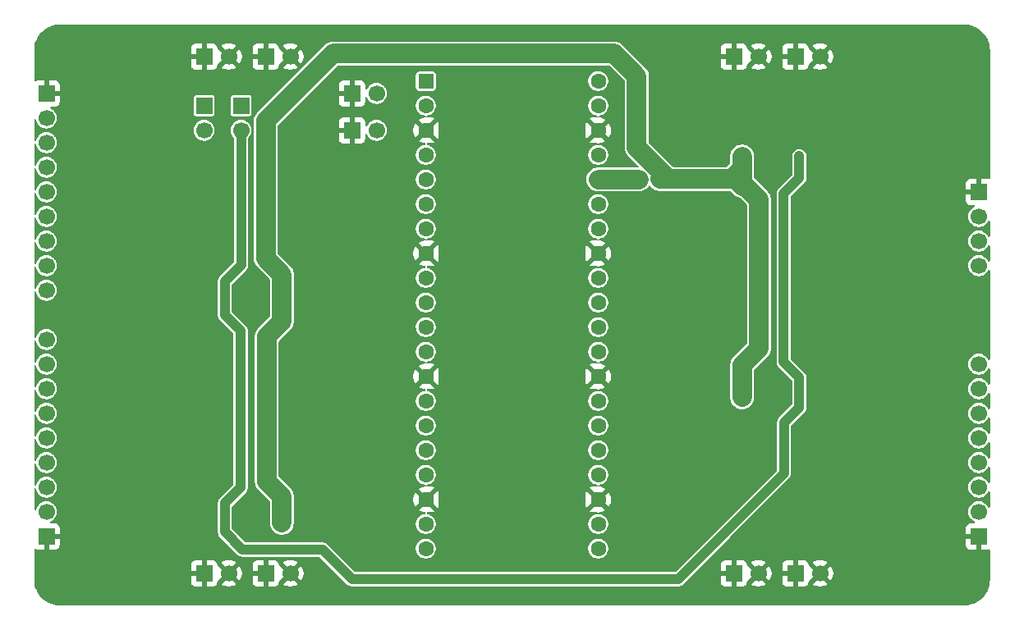
<source format=gbr>
%TF.GenerationSoftware,KiCad,Pcbnew,9.0.6*%
%TF.CreationDate,2026-01-19T19:45:04-05:00*%
%TF.ProjectId,ClearLogicAnalyzer,436c6561-724c-46f6-9769-63416e616c79,1*%
%TF.SameCoordinates,Original*%
%TF.FileFunction,Copper,L2,Bot*%
%TF.FilePolarity,Positive*%
%FSLAX46Y46*%
G04 Gerber Fmt 4.6, Leading zero omitted, Abs format (unit mm)*
G04 Created by KiCad (PCBNEW 9.0.6) date 2026-01-19 19:45:04*
%MOMM*%
%LPD*%
G01*
G04 APERTURE LIST*
G04 Aperture macros list*
%AMRoundRect*
0 Rectangle with rounded corners*
0 $1 Rounding radius*
0 $2 $3 $4 $5 $6 $7 $8 $9 X,Y pos of 4 corners*
0 Add a 4 corners polygon primitive as box body*
4,1,4,$2,$3,$4,$5,$6,$7,$8,$9,$2,$3,0*
0 Add four circle primitives for the rounded corners*
1,1,$1+$1,$2,$3*
1,1,$1+$1,$4,$5*
1,1,$1+$1,$6,$7*
1,1,$1+$1,$8,$9*
0 Add four rect primitives between the rounded corners*
20,1,$1+$1,$2,$3,$4,$5,0*
20,1,$1+$1,$4,$5,$6,$7,0*
20,1,$1+$1,$6,$7,$8,$9,0*
20,1,$1+$1,$8,$9,$2,$3,0*%
%AMFreePoly0*
4,1,37,0.603843,0.796157,0.639018,0.796157,0.711114,0.766294,0.766294,0.711114,0.796157,0.639018,0.796157,0.603843,0.800000,0.600000,0.800000,-0.600000,0.796157,-0.603843,0.796157,-0.639018,0.766294,-0.711114,0.711114,-0.766294,0.639018,-0.796157,0.603843,-0.796157,0.600000,-0.800000,0.000000,-0.800000,0.000000,-0.796148,-0.078414,-0.796148,-0.232228,-0.765552,-0.377117,-0.705537,
-0.507515,-0.618408,-0.618408,-0.507515,-0.705537,-0.377117,-0.765552,-0.232228,-0.796148,-0.078414,-0.796148,0.078414,-0.765552,0.232228,-0.705537,0.377117,-0.618408,0.507515,-0.507515,0.618408,-0.377117,0.705537,-0.232228,0.765552,-0.078414,0.796148,0.000000,0.796148,0.000000,0.800000,0.600000,0.800000,0.603843,0.796157,0.603843,0.796157,$1*%
%AMFreePoly1*
4,1,37,0.000000,0.796148,0.078414,0.796148,0.232228,0.765552,0.377117,0.705537,0.507515,0.618408,0.618408,0.507515,0.705537,0.377117,0.765552,0.232228,0.796148,0.078414,0.796148,-0.078414,0.765552,-0.232228,0.705537,-0.377117,0.618408,-0.507515,0.507515,-0.618408,0.377117,-0.705537,0.232228,-0.765552,0.078414,-0.796148,0.000000,-0.796148,0.000000,-0.800000,-0.600000,-0.800000,
-0.603843,-0.796157,-0.639018,-0.796157,-0.711114,-0.766294,-0.766294,-0.711114,-0.796157,-0.639018,-0.796157,-0.603843,-0.800000,-0.600000,-0.800000,0.600000,-0.796157,0.603843,-0.796157,0.639018,-0.766294,0.711114,-0.711114,0.766294,-0.639018,0.796157,-0.603843,0.796157,-0.600000,0.800000,0.000000,0.800000,0.000000,0.796148,0.000000,0.796148,$1*%
G04 Aperture macros list end*
%TA.AperFunction,ComponentPad*%
%ADD10R,1.700000X1.700000*%
%TD*%
%TA.AperFunction,ComponentPad*%
%ADD11C,1.700000*%
%TD*%
%TA.AperFunction,ComponentPad*%
%ADD12RoundRect,0.200000X-0.600000X-0.600000X0.600000X-0.600000X0.600000X0.600000X-0.600000X0.600000X0*%
%TD*%
%TA.AperFunction,ComponentPad*%
%ADD13C,1.600000*%
%TD*%
%TA.AperFunction,ComponentPad*%
%ADD14FreePoly0,0.000000*%
%TD*%
%TA.AperFunction,ComponentPad*%
%ADD15FreePoly1,0.000000*%
%TD*%
%TA.AperFunction,ComponentPad*%
%ADD16C,0.800000*%
%TD*%
%TA.AperFunction,ComponentPad*%
%ADD17C,6.400000*%
%TD*%
%TA.AperFunction,ViaPad*%
%ADD18C,0.450000*%
%TD*%
%TA.AperFunction,ViaPad*%
%ADD19C,0.800000*%
%TD*%
%TA.AperFunction,Conductor*%
%ADD20C,2.000000*%
%TD*%
%TA.AperFunction,Conductor*%
%ADD21C,1.000000*%
%TD*%
G04 APERTURE END LIST*
D10*
%TO.P,J1,1,Pin_1*%
%TO.N,GND*%
X80264000Y-67310000D03*
D11*
%TO.P,J1,2,Pin_2*%
%TO.N,Net-(J1-Pin_2)*%
X80264000Y-69850000D03*
%TO.P,J1,3,Pin_3*%
%TO.N,/XTRG*%
X80264000Y-72390000D03*
%TO.P,J1,4,Pin_4*%
%TO.N,Net-(J1-Pin_4)*%
X80264000Y-74930000D03*
%TO.P,J1,5,Pin_5*%
%TO.N,Net-(J1-Pin_5)*%
X80264000Y-77470000D03*
%TO.P,J1,6,Pin_6*%
%TO.N,Net-(J1-Pin_6)*%
X80264000Y-80010000D03*
%TO.P,J1,7,Pin_7*%
%TO.N,Net-(J1-Pin_7)*%
X80264000Y-82550000D03*
%TO.P,J1,8,Pin_8*%
%TO.N,Net-(J1-Pin_8)*%
X80264000Y-85090000D03*
%TO.P,J1,9,Pin_9*%
%TO.N,Net-(J1-Pin_9)*%
X80264000Y-87630000D03*
%TD*%
D10*
%TO.P,J7,1,Pin_1*%
%TO.N,GND*%
X157480000Y-63500000D03*
D11*
%TO.P,J7,2,Pin_2*%
X160020000Y-63500000D03*
%TD*%
D10*
%TO.P,J4,1,Pin_1*%
%TO.N,GND*%
X176377600Y-113030000D03*
D11*
%TO.P,J4,2,Pin_2*%
%TO.N,Net-(J4-Pin_2)*%
X176377600Y-110490000D03*
%TO.P,J4,3,Pin_3*%
%TO.N,Net-(J4-Pin_3)*%
X176377600Y-107950001D03*
%TO.P,J4,4,Pin_4*%
%TO.N,Net-(J4-Pin_4)*%
X176377600Y-105410000D03*
%TO.P,J4,5,Pin_5*%
%TO.N,Net-(J4-Pin_5)*%
X176377600Y-102870000D03*
%TO.P,J4,6,Pin_6*%
%TO.N,Net-(J4-Pin_6)*%
X176377600Y-100330000D03*
%TO.P,J4,7,Pin_7*%
%TO.N,Net-(J4-Pin_7)*%
X176377600Y-97790000D03*
%TO.P,J4,8,Pin_8*%
%TO.N,Net-(J4-Pin_8)*%
X176377600Y-95249999D03*
%TD*%
D10*
%TO.P,J16,1,Pin_1*%
%TO.N,GND*%
X151130000Y-116840000D03*
D11*
%TO.P,J16,2,Pin_2*%
X153670000Y-116840000D03*
%TD*%
D10*
%TO.P,J9,1,Pin_1*%
%TO.N,GND*%
X151130000Y-63500000D03*
D11*
%TO.P,J9,2,Pin_2*%
X153670000Y-63500000D03*
%TD*%
D10*
%TO.P,J2,1,Pin_1*%
%TO.N,GND*%
X80264000Y-113030000D03*
D11*
%TO.P,J2,2,Pin_2*%
%TO.N,Net-(J2-Pin_2)*%
X80264000Y-110490000D03*
%TO.P,J2,3,Pin_3*%
%TO.N,Net-(J2-Pin_3)*%
X80264000Y-107950001D03*
%TO.P,J2,4,Pin_4*%
%TO.N,Net-(J2-Pin_4)*%
X80264000Y-105410000D03*
%TO.P,J2,5,Pin_5*%
%TO.N,Net-(J2-Pin_5)*%
X80264000Y-102870000D03*
%TO.P,J2,6,Pin_6*%
%TO.N,Net-(J2-Pin_6)*%
X80264000Y-100330000D03*
%TO.P,J2,7,Pin_7*%
%TO.N,Net-(J2-Pin_7)*%
X80264000Y-97790000D03*
%TO.P,J2,8,Pin_8*%
%TO.N,Net-(J2-Pin_8)*%
X80264000Y-95249999D03*
%TO.P,J2,9,Pin_9*%
%TO.N,Net-(J2-Pin_9)*%
X80264000Y-92710000D03*
%TD*%
D10*
%TO.P,J13,1,Pin_1*%
%TO.N,VCOM*%
X100330000Y-68580000D03*
D11*
%TO.P,J13,2,Pin_2*%
X100330000Y-71120000D03*
%TD*%
D12*
%TO.P,A1,1,GPIO0*%
%TO.N,/XCHN*%
X119380000Y-66040000D03*
D13*
%TO.P,A1,2,GPIO1*%
X119380000Y-68580000D03*
D14*
%TO.P,A1,3,GND*%
%TO.N,GND*%
X119380000Y-71120000D03*
D13*
%TO.P,A1,4,GPIO2*%
%TO.N,/IO2*%
X119380000Y-73660000D03*
%TO.P,A1,5,GPIO3*%
%TO.N,/IO3*%
X119380000Y-76200000D03*
%TO.P,A1,6,GPIO4*%
%TO.N,/IO4*%
X119380000Y-78740000D03*
%TO.P,A1,7,GPIO5*%
%TO.N,/IO5*%
X119380000Y-81280000D03*
D14*
%TO.P,A1,8,GND*%
%TO.N,GND*%
X119380000Y-83820000D03*
D13*
%TO.P,A1,9,GPIO6*%
%TO.N,/IO6*%
X119380000Y-86360000D03*
%TO.P,A1,10,GPIO7*%
%TO.N,/IO7*%
X119380000Y-88900000D03*
%TO.P,A1,11,GPIO8*%
%TO.N,/IO8*%
X119380000Y-91440000D03*
%TO.P,A1,12,GPIO9*%
%TO.N,/IO9*%
X119380000Y-93980000D03*
D14*
%TO.P,A1,13,GND*%
%TO.N,GND*%
X119380000Y-96520000D03*
D13*
%TO.P,A1,14,GPIO10*%
%TO.N,/IO10*%
X119380000Y-99060000D03*
%TO.P,A1,15,GPIO11*%
%TO.N,/IO11*%
X119380000Y-101600000D03*
%TO.P,A1,16,GPIO12*%
%TO.N,/IO12*%
X119380000Y-104140000D03*
%TO.P,A1,17,GPIO13*%
%TO.N,/IO13*%
X119380000Y-106680000D03*
D14*
%TO.P,A1,18,GND*%
%TO.N,GND*%
X119380000Y-109220000D03*
D13*
%TO.P,A1,19,GPIO14*%
%TO.N,/IO14*%
X119380000Y-111760000D03*
%TO.P,A1,20,GPIO15*%
%TO.N,/IO15*%
X119380000Y-114300000D03*
%TO.P,A1,21,GPIO16*%
%TO.N,/IO16*%
X137160000Y-114300000D03*
%TO.P,A1,22,GPIO17*%
%TO.N,/IO17*%
X137160000Y-111760000D03*
D15*
%TO.P,A1,23,GND*%
%TO.N,GND*%
X137160000Y-109220000D03*
D13*
%TO.P,A1,24,GPIO18*%
%TO.N,/IO18*%
X137160000Y-106680000D03*
%TO.P,A1,25,GPIO19*%
%TO.N,/IO19*%
X137160000Y-104140000D03*
%TO.P,A1,26,GPIO20*%
%TO.N,/IO20*%
X137160000Y-101600000D03*
%TO.P,A1,27,GPIO21*%
%TO.N,/IO21*%
X137160000Y-99060000D03*
D15*
%TO.P,A1,28,GND*%
%TO.N,GND*%
X137160000Y-96520000D03*
D13*
%TO.P,A1,29,GPIO22*%
%TO.N,/IO22*%
X137160000Y-93980000D03*
%TO.P,A1,30,RUN*%
%TO.N,unconnected-(A1-RUN-Pad30)*%
X137160000Y-91440000D03*
%TO.P,A1,31,GPIO26_ADC0*%
%TO.N,/IO26*%
X137160000Y-88900000D03*
%TO.P,A1,32,GPIO27_ADC1*%
%TO.N,/IO27*%
X137160000Y-86360000D03*
D15*
%TO.P,A1,33,AGND*%
%TO.N,GND*%
X137160000Y-83820000D03*
D13*
%TO.P,A1,34,GPIO28_ADC2*%
%TO.N,/IO28*%
X137160000Y-81280000D03*
%TO.P,A1,35,ADC_VREF*%
%TO.N,unconnected-(A1-ADC_VREF-Pad35)*%
X137160000Y-78740000D03*
%TO.P,A1,36,3V3*%
%TO.N,Net-(A1-3V3)*%
X137160000Y-76200000D03*
%TO.P,A1,37,3V3_EN*%
%TO.N,unconnected-(A1-3V3_EN-Pad37)*%
X137160000Y-73660000D03*
D15*
%TO.P,A1,38,GND*%
%TO.N,GND*%
X137160000Y-71120000D03*
D13*
%TO.P,A1,39,VSYS*%
%TO.N,unconnected-(A1-VSYS-Pad39)*%
X137160000Y-68580000D03*
%TO.P,A1,40,VBUS*%
%TO.N,unconnected-(A1-VBUS-Pad40)*%
X137160000Y-66040000D03*
%TD*%
D10*
%TO.P,J8,1,Pin_1*%
%TO.N,GND*%
X157480000Y-116840000D03*
D11*
%TO.P,J8,2,Pin_2*%
X160020000Y-116840000D03*
%TD*%
D10*
%TO.P,J3,1,Pin_1*%
%TO.N,GND*%
X176377600Y-77470000D03*
D11*
%TO.P,J3,2,Pin_2*%
%TO.N,Net-(J3-Pin_2)*%
X176377600Y-80010000D03*
%TO.P,J3,3,Pin_3*%
%TO.N,Net-(J3-Pin_3)*%
X176377600Y-82550000D03*
%TO.P,J3,4,Pin_4*%
%TO.N,Net-(J3-Pin_4)*%
X176377600Y-85090000D03*
%TD*%
D16*
%TO.P,H4,1,1*%
%TO.N,GND*%
X165240000Y-116840000D03*
X165942944Y-115142944D03*
X165942944Y-118537056D03*
X167640000Y-114440000D03*
D17*
X167640000Y-116840000D03*
D16*
X167640000Y-119240000D03*
X169337056Y-115142944D03*
X169337056Y-118537056D03*
X170040000Y-116840000D03*
%TD*%
D10*
%TO.P,J10,1,Pin_1*%
%TO.N,GND*%
X111760000Y-67310000D03*
D11*
%TO.P,J10,2,Pin_2*%
%TO.N,/XCHN*%
X114300000Y-67310000D03*
%TD*%
D10*
%TO.P,J15,1,Pin_1*%
%TO.N,GND*%
X102870000Y-116840000D03*
D11*
%TO.P,J15,2,Pin_2*%
X105410000Y-116840000D03*
%TD*%
D10*
%TO.P,J6,1,Pin_1*%
%TO.N,GND*%
X96520000Y-116840000D03*
D11*
%TO.P,J6,2,Pin_2*%
X99060000Y-116840000D03*
%TD*%
D10*
%TO.P,J5,1,Pin_1*%
%TO.N,GND*%
X96520000Y-63500000D03*
D11*
%TO.P,J5,2,Pin_2*%
X99060000Y-63500000D03*
%TD*%
D10*
%TO.P,J14,1,Pin_1*%
%TO.N,GND*%
X102870000Y-63500000D03*
D11*
%TO.P,J14,2,Pin_2*%
X105410000Y-63500000D03*
%TD*%
D16*
%TO.P,H3,1,1*%
%TO.N,GND*%
X86500000Y-116840000D03*
X87202944Y-115142944D03*
X87202944Y-118537056D03*
X88900000Y-114440000D03*
D17*
X88900000Y-116840000D03*
D16*
X88900000Y-119240000D03*
X90597056Y-115142944D03*
X90597056Y-118537056D03*
X91300000Y-116840000D03*
%TD*%
D10*
%TO.P,J12,1,Pin_1*%
%TO.N,VCOM*%
X96520000Y-68580000D03*
D11*
%TO.P,J12,2,Pin_2*%
X96520000Y-71120000D03*
%TD*%
D16*
%TO.P,H1,1,1*%
%TO.N,GND*%
X86500000Y-63500000D03*
X87202944Y-61802944D03*
X87202944Y-65197056D03*
X88900000Y-61100000D03*
D17*
X88900000Y-63500000D03*
D16*
X88900000Y-65900000D03*
X90597056Y-61802944D03*
X90597056Y-65197056D03*
X91300000Y-63500000D03*
%TD*%
D10*
%TO.P,J11,1,Pin_1*%
%TO.N,GND*%
X111760000Y-71120000D03*
D11*
%TO.P,J11,2,Pin_2*%
%TO.N,/XCHN*%
X114300000Y-71120000D03*
%TD*%
D16*
%TO.P,H2,1,1*%
%TO.N,GND*%
X165240000Y-63500000D03*
X165942944Y-61802944D03*
X165942944Y-65197056D03*
X167640000Y-61100000D03*
D17*
X167640000Y-63500000D03*
D16*
X167640000Y-65900000D03*
X169337056Y-61802944D03*
X169337056Y-65197056D03*
X170040000Y-63500000D03*
%TD*%
D18*
%TO.N,GND*%
X166243000Y-78892400D03*
X142875000Y-102743000D03*
X90170000Y-88544400D03*
X84074000Y-99060000D03*
X113665000Y-105537000D03*
X94869000Y-97409000D03*
X90525600Y-80772000D03*
X175209200Y-106680000D03*
X144373600Y-89916000D03*
X97282000Y-84709000D03*
X175209200Y-104140000D03*
X86360000Y-99060000D03*
X128778000Y-111252000D03*
X81432400Y-106680000D03*
X151790400Y-87934800D03*
X122783600Y-65074800D03*
X90728800Y-91541600D03*
X177292000Y-101600000D03*
X106070400Y-78105000D03*
X91821000Y-96418400D03*
D19*
X155807500Y-96647000D03*
D18*
X109220000Y-81534000D03*
X112776000Y-76962000D03*
X142443200Y-77724000D03*
X151942800Y-109067600D03*
X175209200Y-96520000D03*
X94615000Y-105156000D03*
X87630000Y-76200000D03*
X96774000Y-82931000D03*
X160147000Y-107315000D03*
X169672000Y-83820000D03*
X138633200Y-116179600D03*
X106273600Y-76250800D03*
D19*
X100732500Y-111633000D03*
D18*
X114300000Y-102743000D03*
X150114000Y-74371200D03*
X124714000Y-100330000D03*
X96520000Y-101142800D03*
X172567600Y-83820000D03*
X111302800Y-87477600D03*
X131673600Y-114503200D03*
X165709600Y-94894400D03*
X97942400Y-114147600D03*
X145415000Y-105156000D03*
X79349600Y-86360000D03*
X151231600Y-93218000D03*
X118211600Y-102870000D03*
X172567600Y-96520000D03*
X147777200Y-110845600D03*
X143052800Y-93014800D03*
X81686400Y-73660000D03*
X166319200Y-111607600D03*
X79349600Y-78740000D03*
X114681000Y-107569000D03*
X157784800Y-92710000D03*
X159766000Y-103124000D03*
X132232400Y-75590400D03*
X112522000Y-99822000D03*
D19*
X155807500Y-75819000D03*
D18*
X118211600Y-87630000D03*
X87122000Y-86360000D03*
X155092400Y-106019600D03*
X81686400Y-81280000D03*
X81432400Y-99060000D03*
X132384800Y-100685600D03*
X92506800Y-84378800D03*
X170281600Y-99060000D03*
X174142400Y-111963200D03*
X89611200Y-109220000D03*
X84328000Y-81280000D03*
X172516800Y-93878400D03*
D19*
X102467500Y-88773000D03*
D18*
X93929200Y-80873600D03*
X102870000Y-67310000D03*
X109855000Y-109855000D03*
X98755200Y-76606400D03*
X166878000Y-83820000D03*
X123748800Y-119126000D03*
X79349600Y-76200000D03*
X81432400Y-96520000D03*
X156210000Y-108585000D03*
X92456000Y-103124000D03*
X150114000Y-102489000D03*
X84074000Y-106680000D03*
X138328400Y-105410000D03*
X132486400Y-104444800D03*
X86258400Y-109270800D03*
X106426000Y-106426000D03*
X165608000Y-105867200D03*
X143256000Y-100279200D03*
X94234000Y-98856800D03*
X84074000Y-109220000D03*
X105968800Y-99669600D03*
X101346000Y-106984800D03*
X81432400Y-104140000D03*
X95250000Y-101727000D03*
X94742000Y-109220000D03*
D19*
X102467500Y-111633000D03*
D18*
X96418400Y-112268000D03*
X166878000Y-109321600D03*
X105460800Y-73202800D03*
X163322000Y-101600000D03*
X115468400Y-72593200D03*
X88646000Y-83718400D03*
X172567600Y-109220000D03*
X159258000Y-108966000D03*
D19*
X102467500Y-109601000D03*
D18*
X106883200Y-83566000D03*
X172567600Y-104140000D03*
X170230800Y-93878400D03*
X79248000Y-104140000D03*
X89916000Y-111379000D03*
X87376000Y-81280000D03*
X109220000Y-103124000D03*
X108407200Y-110591600D03*
X150114000Y-77851000D03*
X172567600Y-106680000D03*
X81432400Y-93980000D03*
X94361000Y-77216000D03*
X155244800Y-83515200D03*
D19*
X146050000Y-73450500D03*
D18*
X128219200Y-83566000D03*
X79248000Y-99060000D03*
X170281600Y-78740000D03*
X106172000Y-84683600D03*
X106426000Y-80264000D03*
X170281600Y-109220000D03*
X132842000Y-65176400D03*
X118211600Y-105410000D03*
X109601000Y-98552000D03*
X132334000Y-108254800D03*
X86614000Y-68681600D03*
X138328400Y-102870000D03*
X113385600Y-97942400D03*
X79349600Y-88950800D03*
D19*
X155807500Y-73787000D03*
D18*
X113334800Y-80568800D03*
X172567600Y-99060000D03*
X111379000Y-75311000D03*
X94640400Y-69900800D03*
X88392000Y-74066400D03*
X96926400Y-90525600D03*
X98755200Y-99415600D03*
X91744800Y-94183200D03*
X141833600Y-105359200D03*
X150266400Y-94742000D03*
X170180000Y-86360000D03*
X167640000Y-99009200D03*
X148082000Y-113080800D03*
X92837000Y-108712000D03*
X90830400Y-82346800D03*
X113842800Y-112826800D03*
X150622000Y-80645000D03*
X162306000Y-79121000D03*
X175158400Y-93878400D03*
X146812000Y-82092800D03*
X151790400Y-89712800D03*
X97332800Y-99771200D03*
X177292000Y-96520000D03*
X138328400Y-90170000D03*
X167843200Y-104292400D03*
X125476000Y-114554000D03*
X147574000Y-88265000D03*
X92583000Y-104521000D03*
X165506400Y-102768400D03*
X84328000Y-68681600D03*
X124510800Y-80416400D03*
X113284000Y-115214400D03*
X97790000Y-92710000D03*
X154432000Y-109982000D03*
D19*
X154072500Y-75819000D03*
D18*
X150317200Y-85090000D03*
X143306800Y-110794800D03*
X162763200Y-105765600D03*
D19*
X100732500Y-86741000D03*
D18*
X147370800Y-117297200D03*
X139293600Y-66294000D03*
X115570000Y-75488800D03*
X112979200Y-92760800D03*
X86207600Y-91440000D03*
X146304000Y-103759000D03*
X177292000Y-86410800D03*
D19*
X100732500Y-88773000D03*
D18*
X160172400Y-82753200D03*
X160324800Y-84328000D03*
X166624000Y-81229200D03*
X143154400Y-87680800D03*
X124917200Y-90779600D03*
X170281600Y-104140000D03*
X101346000Y-72288400D03*
D19*
X100732500Y-109601000D03*
D18*
X124764800Y-108407200D03*
X148717000Y-103124000D03*
X110286800Y-78790800D03*
X144907000Y-80264000D03*
X90271600Y-99415600D03*
D19*
X102467500Y-86741000D03*
D18*
X110896400Y-118567200D03*
X89560400Y-101650800D03*
X149758400Y-82194400D03*
X152806400Y-111963200D03*
X149504400Y-83616800D03*
X92506800Y-73964800D03*
X161163000Y-103759000D03*
X106222800Y-113131600D03*
X175209200Y-109220000D03*
X175209200Y-101600000D03*
X167640000Y-101549200D03*
X98094800Y-96316800D03*
X164592000Y-107315000D03*
X81432400Y-109220000D03*
X114757200Y-82804000D03*
X97332800Y-76149200D03*
X118211600Y-67360800D03*
X93268800Y-88392000D03*
X90932000Y-75946000D03*
X81686400Y-88950800D03*
X86258400Y-111709200D03*
X86258400Y-96570800D03*
X170281600Y-111607600D03*
X104444800Y-76504800D03*
X108864400Y-85496400D03*
X92456000Y-99060000D03*
X157784800Y-109016800D03*
X84328000Y-88950800D03*
X79248000Y-96520000D03*
X87376000Y-88646000D03*
X157835600Y-89154000D03*
X106426000Y-101727000D03*
X84074000Y-93980000D03*
X148717000Y-105791000D03*
X157835600Y-87680800D03*
X93091000Y-86258400D03*
X177292000Y-93878400D03*
X84328000Y-73660000D03*
X161544000Y-111379000D03*
X151993600Y-86156800D03*
X170281600Y-96520000D03*
X113334800Y-89662000D03*
X124866400Y-96723200D03*
X98602800Y-97739200D03*
X115620800Y-119126000D03*
X81686400Y-71120000D03*
D19*
X154072500Y-98679000D03*
D18*
X144526000Y-97688400D03*
X89789000Y-96774000D03*
X124053600Y-71628000D03*
X163322000Y-99568000D03*
X124764800Y-86055200D03*
X163017200Y-86055200D03*
X141681200Y-82296000D03*
X101346000Y-95148400D03*
X172567600Y-101600000D03*
X172567600Y-86410800D03*
X162763200Y-104394000D03*
X150317200Y-108458000D03*
X106172000Y-108407200D03*
X168198800Y-107086400D03*
X118211600Y-115976400D03*
X88036400Y-71221600D03*
X79248000Y-106680000D03*
X81686400Y-83820000D03*
X118211600Y-74930000D03*
X110744000Y-103759000D03*
X89509600Y-104190800D03*
X172567600Y-111607600D03*
X109347000Y-105156000D03*
X94996000Y-75387200D03*
X144170400Y-114960400D03*
X127812800Y-67360800D03*
X147828000Y-108712000D03*
X90017600Y-86309200D03*
X101346000Y-101346000D03*
X110871000Y-107823000D03*
X108305600Y-82956400D03*
X84328000Y-83820000D03*
X159461200Y-81178400D03*
X94996000Y-84709000D03*
X79248000Y-109220000D03*
X159766000Y-85902800D03*
X96012000Y-105791000D03*
X79248000Y-91389200D03*
X101396800Y-98653600D03*
X101346000Y-81178400D03*
X79248000Y-101600000D03*
X150114000Y-106426000D03*
X84074000Y-91389200D03*
X177292000Y-81280000D03*
X115417600Y-68427600D03*
X144170400Y-82600800D03*
X170078400Y-81381600D03*
X135991600Y-61163200D03*
X115417600Y-78587600D03*
X84074000Y-111760000D03*
X109220000Y-96520000D03*
X177292000Y-106680000D03*
X84328000Y-86360000D03*
X138328400Y-92710000D03*
X79349600Y-71120000D03*
X166420800Y-96926400D03*
X109474000Y-74676000D03*
X151790400Y-91795600D03*
X105613200Y-97688400D03*
X124053600Y-76200000D03*
X97078800Y-106781600D03*
X139903200Y-74371200D03*
X132384800Y-79502000D03*
X112903000Y-95300800D03*
X90474800Y-106629200D03*
X163322000Y-97332800D03*
X142951200Y-72034400D03*
X159562800Y-100939600D03*
X90576400Y-78689200D03*
X118211600Y-113030000D03*
X118211600Y-77470000D03*
X79248000Y-93980000D03*
X155244800Y-90068400D03*
X128676400Y-93573600D03*
X177292000Y-83820000D03*
X95377000Y-80264000D03*
X86614000Y-83820000D03*
X111353600Y-84937600D03*
X162661600Y-81280000D03*
X97028000Y-77724000D03*
X95554800Y-86360000D03*
X155244800Y-79705200D03*
X107746800Y-80924400D03*
X81432400Y-91389200D03*
X114452400Y-110236000D03*
X163195000Y-109220000D03*
X82397600Y-68427600D03*
X118211600Y-100330000D03*
X101396800Y-103886000D03*
X177292000Y-104140000D03*
X108102400Y-67310000D03*
D19*
X154072500Y-96647000D03*
D18*
X142951200Y-119126000D03*
X82042000Y-112115600D03*
X86309200Y-104140000D03*
X92964000Y-78689200D03*
X142036800Y-85394800D03*
X81686400Y-76200000D03*
X166624000Y-86106000D03*
X124764800Y-104698800D03*
X159410400Y-78282800D03*
X104444800Y-99314000D03*
X150266400Y-100025200D03*
X101346000Y-83464400D03*
X98399600Y-72440800D03*
X84074000Y-96520000D03*
X108000800Y-86715600D03*
X105714800Y-94132400D03*
X155244800Y-86410800D03*
X111125000Y-113157000D03*
X94234000Y-111252000D03*
X172567600Y-81280000D03*
X79349600Y-73660000D03*
X86258400Y-106680000D03*
X98348800Y-94589600D03*
X146304000Y-84988400D03*
X127762000Y-61061600D03*
X132435600Y-90779600D03*
X128524000Y-102260400D03*
X115112800Y-87630000D03*
X128168400Y-73507600D03*
X161417000Y-106553000D03*
X93853000Y-102489000D03*
X79349600Y-83820000D03*
X101346000Y-78790800D03*
X177292000Y-109220000D03*
X84328000Y-76200000D03*
X110109000Y-100076000D03*
X157734000Y-94640400D03*
X106832400Y-90373200D03*
X106222800Y-92710000D03*
X79349600Y-81280000D03*
X118211600Y-90170000D03*
X141884400Y-107492800D03*
X133451600Y-119024400D03*
X86207600Y-101600000D03*
X87630000Y-78740000D03*
X118211600Y-80010000D03*
D19*
X155807500Y-98679000D03*
D18*
X138328400Y-87630000D03*
X81686400Y-78740000D03*
X81432400Y-101600000D03*
X144653000Y-111887000D03*
X163626800Y-83972400D03*
X155244800Y-92913200D03*
X81686400Y-86360000D03*
X107696000Y-102489000D03*
X84328000Y-78740000D03*
X107950000Y-105791000D03*
X111150400Y-82804000D03*
X89535000Y-94361000D03*
X105765600Y-95961200D03*
X86309200Y-93980000D03*
X95351600Y-82296000D03*
X157886400Y-86156800D03*
X118211600Y-92710000D03*
X146100800Y-107746800D03*
X108254800Y-116078000D03*
X132435600Y-96875600D03*
X96774000Y-79629000D03*
X170281600Y-101600000D03*
X151028400Y-113792000D03*
X84074000Y-104140000D03*
X115671600Y-84988400D03*
X177292000Y-99060000D03*
X175209200Y-99060000D03*
X119837200Y-61010800D03*
D19*
X154072500Y-73787000D03*
D18*
X157886400Y-90932000D03*
X84074000Y-101600000D03*
X146253200Y-96266000D03*
X132588000Y-70764400D03*
X138328400Y-80010000D03*
X101346000Y-96824800D03*
X170281600Y-106680000D03*
X109855000Y-89027000D03*
X101346000Y-75285600D03*
X138328400Y-113030000D03*
D19*
X91014500Y-69850000D03*
D18*
X132588000Y-85750400D03*
D19*
%TO.N,+3.3V*%
X104542500Y-88773000D03*
X104542500Y-111633000D03*
X151997500Y-96647000D03*
X104542500Y-86741000D03*
X143510000Y-76149200D03*
X151997500Y-73787000D03*
X104542500Y-109601000D03*
X145947500Y-76149200D03*
X151997500Y-98679000D03*
X151997500Y-75819000D03*
%TO.N,VCOM*%
X98657500Y-111633000D03*
X157882500Y-96647000D03*
X157882500Y-75819000D03*
X98657500Y-86741000D03*
X157882500Y-98679000D03*
X157882500Y-73787000D03*
X98657500Y-109601000D03*
X98657500Y-88773000D03*
%TO.N,Net-(A1-3V3)*%
X141309000Y-76200000D03*
%TD*%
D20*
%TO.N,+3.3V*%
X149453600Y-76149200D02*
X150879900Y-76149200D01*
X151997500Y-76864300D02*
X152302300Y-76864300D01*
X102870000Y-84328000D02*
X104542500Y-86000500D01*
X151997500Y-96647000D02*
X151997500Y-98679000D01*
X151997500Y-95347700D02*
X151997500Y-96647000D01*
X150879900Y-76149200D02*
X151997500Y-75031600D01*
X152302300Y-76864300D02*
X153720800Y-78282800D01*
X149453600Y-76149200D02*
X151282400Y-76149200D01*
X104542500Y-108911300D02*
X104542500Y-111633000D01*
X102971600Y-92405200D02*
X102971600Y-107340400D01*
X151997500Y-73816300D02*
X151997500Y-75031600D01*
X138785600Y-63195200D02*
X109829600Y-63195200D01*
X141122400Y-65532000D02*
X138785600Y-63195200D01*
X141122400Y-72898000D02*
X141122400Y-65532000D01*
X151997500Y-75819000D02*
X151997500Y-76864300D01*
X151282400Y-76149200D02*
X151997500Y-76864300D01*
X109829600Y-63195200D02*
X102870000Y-70154800D01*
X102971600Y-107340400D02*
X104542500Y-108911300D01*
X144373600Y-76149200D02*
X141122400Y-72898000D01*
X145947500Y-76149200D02*
X144373600Y-76149200D01*
X145947500Y-76149200D02*
X149453600Y-76149200D01*
X145947500Y-76149200D02*
X143510000Y-76149200D01*
X153720800Y-78282800D02*
X153720800Y-93624400D01*
X153720800Y-93624400D02*
X151997500Y-95347700D01*
X104542500Y-86000500D02*
X104542500Y-88773000D01*
X102870000Y-70154800D02*
X102870000Y-84328000D01*
X104542500Y-88773000D02*
X104542500Y-90834300D01*
X151997500Y-75031600D02*
X151997500Y-75819000D01*
X104542500Y-90834300D02*
X102971600Y-92405200D01*
D21*
%TO.N,VCOM*%
X156260800Y-95025300D02*
X157882500Y-96647000D01*
X98657500Y-86711700D02*
X98657500Y-86741000D01*
X100330000Y-85039200D02*
X98657500Y-86711700D01*
X156311600Y-106527600D02*
X156311600Y-101295200D01*
X100330000Y-71120000D02*
X100330000Y-85039200D01*
X157882500Y-99724300D02*
X157882500Y-98679000D01*
X98679000Y-109601000D02*
X100279200Y-108000800D01*
X98657500Y-90173900D02*
X98657500Y-88773000D01*
X98657500Y-109601000D02*
X98657500Y-111633000D01*
X157882500Y-76051500D02*
X156260800Y-77673200D01*
X100279200Y-91795600D02*
X98657500Y-90173900D01*
X156311600Y-101295200D02*
X157882500Y-99724300D01*
X157882500Y-96647000D02*
X157882500Y-98679000D01*
X98657500Y-111633000D02*
X98657500Y-112576700D01*
X100482400Y-114401600D02*
X108712000Y-114401600D01*
X111760000Y-117449600D02*
X145389600Y-117449600D01*
X157882500Y-73787000D02*
X157882500Y-75819000D01*
X98657500Y-109601000D02*
X98679000Y-109601000D01*
X157882500Y-75819000D02*
X157882500Y-76051500D01*
X156260800Y-77673200D02*
X156260800Y-95025300D01*
X100279200Y-108000800D02*
X100279200Y-91795600D01*
X145389600Y-117449600D02*
X156311600Y-106527600D01*
X98657500Y-112576700D02*
X100482400Y-114401600D01*
X108712000Y-114401600D02*
X111760000Y-117449600D01*
X98657500Y-86741000D02*
X98657500Y-88773000D01*
D20*
%TO.N,Net-(A1-3V3)*%
X137160000Y-76200000D02*
X141309000Y-76200000D01*
%TD*%
%TA.AperFunction,Conductor*%
%TO.N,GND*%
G36*
X174882115Y-60190675D02*
G01*
X175172211Y-60206966D01*
X175184606Y-60208363D01*
X175467958Y-60256506D01*
X175467964Y-60256507D01*
X175480155Y-60259290D01*
X175756320Y-60338852D01*
X175768110Y-60342978D01*
X176033640Y-60452965D01*
X176044895Y-60458384D01*
X176296445Y-60597410D01*
X176307025Y-60604058D01*
X176541415Y-60770368D01*
X176551190Y-60778164D01*
X176765487Y-60969670D01*
X176774329Y-60978512D01*
X176965835Y-61192809D01*
X176973631Y-61202584D01*
X177139941Y-61436974D01*
X177146594Y-61447562D01*
X177285610Y-61699094D01*
X177291034Y-61710359D01*
X177401021Y-61975889D01*
X177405151Y-61987691D01*
X177484709Y-62263845D01*
X177487492Y-62276035D01*
X177535634Y-62559378D01*
X177537034Y-62571803D01*
X177553325Y-62861883D01*
X177553500Y-62868135D01*
X177553500Y-76047316D01*
X177532205Y-76112854D01*
X177476455Y-76153359D01*
X177407545Y-76153359D01*
X177403036Y-76151786D01*
X177334977Y-76126402D01*
X177334969Y-76126400D01*
X177275434Y-76120000D01*
X176627600Y-76120000D01*
X176627600Y-77036988D01*
X176570593Y-77004075D01*
X176443426Y-76970000D01*
X176311774Y-76970000D01*
X176184607Y-77004075D01*
X176127600Y-77036988D01*
X176127600Y-76120000D01*
X175479765Y-76120000D01*
X175420230Y-76126400D01*
X175420225Y-76126401D01*
X175285510Y-76176647D01*
X175170410Y-76262810D01*
X175084247Y-76377910D01*
X175034001Y-76512625D01*
X175034000Y-76512630D01*
X175027600Y-76572165D01*
X175027600Y-77220000D01*
X175944588Y-77220000D01*
X175911675Y-77277007D01*
X175877600Y-77404174D01*
X175877600Y-77535826D01*
X175911675Y-77662993D01*
X175944588Y-77720000D01*
X175027600Y-77720000D01*
X175027600Y-78367834D01*
X175034000Y-78427369D01*
X175034001Y-78427374D01*
X175084247Y-78562089D01*
X175170410Y-78677189D01*
X175285510Y-78763352D01*
X175420225Y-78813598D01*
X175420230Y-78813599D01*
X175479765Y-78819999D01*
X175479778Y-78820000D01*
X175879683Y-78820000D01*
X175945221Y-78841295D01*
X175985726Y-78897045D01*
X175985726Y-78965955D01*
X175945221Y-79021705D01*
X175930303Y-79030847D01*
X175813916Y-79090149D01*
X175813909Y-79090153D01*
X175676960Y-79189653D01*
X175676950Y-79189661D01*
X175557261Y-79309350D01*
X175557253Y-79309360D01*
X175457753Y-79446309D01*
X175457749Y-79446316D01*
X175380897Y-79597144D01*
X175380895Y-79597150D01*
X175328582Y-79758151D01*
X175328580Y-79758157D01*
X175302100Y-79925346D01*
X175302100Y-80094653D01*
X175328580Y-80261842D01*
X175328582Y-80261848D01*
X175380895Y-80422849D01*
X175380897Y-80422855D01*
X175457749Y-80573683D01*
X175457753Y-80573690D01*
X175495964Y-80626282D01*
X175557254Y-80710641D01*
X175557257Y-80710644D01*
X175557261Y-80710649D01*
X175676950Y-80830338D01*
X175676955Y-80830342D01*
X175676959Y-80830346D01*
X175813915Y-80929850D01*
X175885324Y-80966235D01*
X175964744Y-81006702D01*
X175964747Y-81006703D01*
X175964751Y-81006705D01*
X176125753Y-81059018D01*
X176125754Y-81059018D01*
X176125757Y-81059019D01*
X176292946Y-81085499D01*
X176292954Y-81085499D01*
X176292956Y-81085500D01*
X176292957Y-81085500D01*
X176462243Y-81085500D01*
X176462244Y-81085500D01*
X176462245Y-81085499D01*
X176462253Y-81085499D01*
X176629442Y-81059019D01*
X176629443Y-81059018D01*
X176629447Y-81059018D01*
X176790449Y-81006705D01*
X176941285Y-80929850D01*
X177078241Y-80830346D01*
X177197946Y-80710641D01*
X177297450Y-80573685D01*
X177342653Y-80484968D01*
X177391380Y-80436242D01*
X177459443Y-80425462D01*
X177520843Y-80456747D01*
X177552127Y-80518147D01*
X177553500Y-80535589D01*
X177553500Y-82024410D01*
X177532205Y-82089948D01*
X177476455Y-82130453D01*
X177407545Y-82130453D01*
X177351795Y-82089948D01*
X177342653Y-82075031D01*
X177316860Y-82024410D01*
X177297450Y-81986315D01*
X177197946Y-81849359D01*
X177197942Y-81849355D01*
X177197938Y-81849350D01*
X177078249Y-81729661D01*
X177078244Y-81729657D01*
X177078241Y-81729654D01*
X177021092Y-81688133D01*
X176941290Y-81630153D01*
X176941283Y-81630149D01*
X176790455Y-81553297D01*
X176790449Y-81553295D01*
X176629448Y-81500982D01*
X176629442Y-81500980D01*
X176462253Y-81474500D01*
X176462244Y-81474500D01*
X176292956Y-81474500D01*
X176292946Y-81474500D01*
X176125757Y-81500980D01*
X176125751Y-81500982D01*
X175964750Y-81553295D01*
X175964744Y-81553297D01*
X175813916Y-81630149D01*
X175813909Y-81630153D01*
X175676960Y-81729653D01*
X175676950Y-81729661D01*
X175557261Y-81849350D01*
X175557253Y-81849360D01*
X175457753Y-81986309D01*
X175457749Y-81986316D01*
X175380897Y-82137144D01*
X175380895Y-82137150D01*
X175328582Y-82298151D01*
X175328580Y-82298157D01*
X175302100Y-82465346D01*
X175302100Y-82634653D01*
X175328580Y-82801842D01*
X175328582Y-82801848D01*
X175380895Y-82962849D01*
X175380897Y-82962855D01*
X175457749Y-83113683D01*
X175457753Y-83113690D01*
X175506069Y-83180191D01*
X175557254Y-83250641D01*
X175557257Y-83250644D01*
X175557261Y-83250649D01*
X175676950Y-83370338D01*
X175676955Y-83370342D01*
X175676959Y-83370346D01*
X175745166Y-83419901D01*
X175809232Y-83466448D01*
X175813915Y-83469850D01*
X175885324Y-83506235D01*
X175964744Y-83546702D01*
X175964747Y-83546703D01*
X175964751Y-83546705D01*
X176125753Y-83599018D01*
X176125754Y-83599018D01*
X176125757Y-83599019D01*
X176292946Y-83625499D01*
X176292954Y-83625499D01*
X176292956Y-83625500D01*
X176292957Y-83625500D01*
X176462243Y-83625500D01*
X176462244Y-83625500D01*
X176462245Y-83625499D01*
X176462253Y-83625499D01*
X176629442Y-83599019D01*
X176629443Y-83599018D01*
X176629447Y-83599018D01*
X176790449Y-83546705D01*
X176941285Y-83469850D01*
X177078241Y-83370346D01*
X177197946Y-83250641D01*
X177297450Y-83113685D01*
X177342653Y-83024968D01*
X177391380Y-82976242D01*
X177459443Y-82965462D01*
X177520843Y-82996747D01*
X177552127Y-83058147D01*
X177553500Y-83075589D01*
X177553500Y-84564410D01*
X177532205Y-84629948D01*
X177476455Y-84670453D01*
X177407545Y-84670453D01*
X177351795Y-84629948D01*
X177342653Y-84615031D01*
X177297450Y-84526315D01*
X177197946Y-84389359D01*
X177197942Y-84389355D01*
X177197938Y-84389350D01*
X177078249Y-84269661D01*
X177078244Y-84269657D01*
X177078241Y-84269654D01*
X177010034Y-84220099D01*
X176941290Y-84170153D01*
X176941283Y-84170149D01*
X176790455Y-84093297D01*
X176790449Y-84093295D01*
X176629448Y-84040982D01*
X176629442Y-84040980D01*
X176462253Y-84014500D01*
X176462244Y-84014500D01*
X176292956Y-84014500D01*
X176292946Y-84014500D01*
X176125757Y-84040980D01*
X176125751Y-84040982D01*
X175964750Y-84093295D01*
X175964744Y-84093297D01*
X175813916Y-84170149D01*
X175813909Y-84170153D01*
X175676960Y-84269653D01*
X175676950Y-84269661D01*
X175557261Y-84389350D01*
X175557253Y-84389360D01*
X175457753Y-84526309D01*
X175457749Y-84526316D01*
X175380897Y-84677144D01*
X175380895Y-84677150D01*
X175328582Y-84838151D01*
X175328580Y-84838157D01*
X175302100Y-85005346D01*
X175302100Y-85174653D01*
X175328580Y-85341842D01*
X175328581Y-85341845D01*
X175328582Y-85341847D01*
X175341905Y-85382851D01*
X175380895Y-85502849D01*
X175380897Y-85502855D01*
X175457749Y-85653683D01*
X175457753Y-85653690D01*
X175495964Y-85706282D01*
X175557254Y-85790641D01*
X175557257Y-85790644D01*
X175557261Y-85790649D01*
X175676950Y-85910338D01*
X175676955Y-85910342D01*
X175676959Y-85910346D01*
X175813915Y-86009850D01*
X175885324Y-86046235D01*
X175964744Y-86086702D01*
X175964747Y-86086703D01*
X175964751Y-86086705D01*
X176125753Y-86139018D01*
X176125754Y-86139018D01*
X176125757Y-86139019D01*
X176292946Y-86165499D01*
X176292954Y-86165499D01*
X176292956Y-86165500D01*
X176292957Y-86165500D01*
X176462243Y-86165500D01*
X176462244Y-86165500D01*
X176462245Y-86165499D01*
X176462253Y-86165499D01*
X176629442Y-86139019D01*
X176629443Y-86139018D01*
X176629447Y-86139018D01*
X176790449Y-86086705D01*
X176941285Y-86009850D01*
X177078241Y-85910346D01*
X177197946Y-85790641D01*
X177297450Y-85653685D01*
X177342653Y-85564968D01*
X177391380Y-85516242D01*
X177459443Y-85505462D01*
X177520843Y-85536747D01*
X177552127Y-85598147D01*
X177553500Y-85615589D01*
X177553500Y-94724409D01*
X177532205Y-94789947D01*
X177476455Y-94830452D01*
X177407545Y-94830452D01*
X177351795Y-94789947D01*
X177342653Y-94775030D01*
X177297450Y-94686314D01*
X177197946Y-94549358D01*
X177197942Y-94549354D01*
X177197938Y-94549349D01*
X177078249Y-94429660D01*
X177078244Y-94429656D01*
X177078241Y-94429653D01*
X177021092Y-94388132D01*
X176941290Y-94330152D01*
X176941283Y-94330148D01*
X176790455Y-94253296D01*
X176790449Y-94253294D01*
X176629448Y-94200981D01*
X176629442Y-94200979D01*
X176462253Y-94174499D01*
X176462244Y-94174499D01*
X176292956Y-94174499D01*
X176292946Y-94174499D01*
X176125757Y-94200979D01*
X176125751Y-94200981D01*
X175964750Y-94253294D01*
X175964744Y-94253296D01*
X175813916Y-94330148D01*
X175813909Y-94330152D01*
X175676960Y-94429652D01*
X175676950Y-94429660D01*
X175557261Y-94549349D01*
X175557253Y-94549359D01*
X175457753Y-94686308D01*
X175457749Y-94686315D01*
X175380897Y-94837143D01*
X175380895Y-94837149D01*
X175328582Y-94998150D01*
X175328580Y-94998156D01*
X175302100Y-95165345D01*
X175302100Y-95334652D01*
X175328580Y-95501841D01*
X175328582Y-95501847D01*
X175380895Y-95662848D01*
X175380897Y-95662854D01*
X175457749Y-95813682D01*
X175457753Y-95813689D01*
X175491760Y-95860495D01*
X175557254Y-95950640D01*
X175557257Y-95950643D01*
X175557261Y-95950648D01*
X175676950Y-96070337D01*
X175676955Y-96070341D01*
X175676959Y-96070345D01*
X175708685Y-96093395D01*
X175809233Y-96166448D01*
X175813915Y-96169849D01*
X175885324Y-96206234D01*
X175964744Y-96246701D01*
X175964747Y-96246702D01*
X175964751Y-96246704D01*
X176125753Y-96299017D01*
X176125754Y-96299017D01*
X176125757Y-96299018D01*
X176292946Y-96325498D01*
X176292954Y-96325498D01*
X176292956Y-96325499D01*
X176292957Y-96325499D01*
X176462243Y-96325499D01*
X176462244Y-96325499D01*
X176462245Y-96325498D01*
X176462253Y-96325498D01*
X176629442Y-96299018D01*
X176629443Y-96299017D01*
X176629447Y-96299017D01*
X176790449Y-96246704D01*
X176941285Y-96169849D01*
X177078241Y-96070345D01*
X177197946Y-95950640D01*
X177297450Y-95813684D01*
X177342653Y-95724967D01*
X177391380Y-95676241D01*
X177459443Y-95665461D01*
X177520843Y-95696746D01*
X177552127Y-95758146D01*
X177553500Y-95775588D01*
X177553500Y-97264410D01*
X177532205Y-97329948D01*
X177476455Y-97370453D01*
X177407545Y-97370453D01*
X177351795Y-97329948D01*
X177342653Y-97315031D01*
X177308964Y-97248913D01*
X177297450Y-97226315D01*
X177197946Y-97089359D01*
X177197942Y-97089355D01*
X177197938Y-97089350D01*
X177078249Y-96969661D01*
X177078244Y-96969657D01*
X177078241Y-96969654D01*
X177002815Y-96914854D01*
X176941290Y-96870153D01*
X176941283Y-96870149D01*
X176790455Y-96793297D01*
X176790449Y-96793295D01*
X176629448Y-96740982D01*
X176629442Y-96740980D01*
X176462253Y-96714500D01*
X176462244Y-96714500D01*
X176292956Y-96714500D01*
X176292946Y-96714500D01*
X176125757Y-96740980D01*
X176125751Y-96740982D01*
X175964750Y-96793295D01*
X175964744Y-96793297D01*
X175813916Y-96870149D01*
X175813909Y-96870153D01*
X175676960Y-96969653D01*
X175676950Y-96969661D01*
X175557261Y-97089350D01*
X175557253Y-97089360D01*
X175457753Y-97226309D01*
X175457749Y-97226316D01*
X175380897Y-97377144D01*
X175380895Y-97377150D01*
X175328582Y-97538151D01*
X175328580Y-97538157D01*
X175302100Y-97705346D01*
X175302100Y-97874653D01*
X175328580Y-98041842D01*
X175328582Y-98041848D01*
X175380895Y-98202849D01*
X175380897Y-98202855D01*
X175457749Y-98353683D01*
X175457753Y-98353690D01*
X175495964Y-98406282D01*
X175557254Y-98490641D01*
X175557257Y-98490644D01*
X175557261Y-98490649D01*
X175676950Y-98610338D01*
X175676955Y-98610342D01*
X175676959Y-98610346D01*
X175813915Y-98709850D01*
X175885324Y-98746235D01*
X175964744Y-98786702D01*
X175964747Y-98786703D01*
X175964751Y-98786705D01*
X176125753Y-98839018D01*
X176125754Y-98839018D01*
X176125757Y-98839019D01*
X176292946Y-98865499D01*
X176292954Y-98865499D01*
X176292956Y-98865500D01*
X176292957Y-98865500D01*
X176462243Y-98865500D01*
X176462244Y-98865500D01*
X176462245Y-98865499D01*
X176462253Y-98865499D01*
X176629442Y-98839019D01*
X176629443Y-98839018D01*
X176629447Y-98839018D01*
X176790449Y-98786705D01*
X176941285Y-98709850D01*
X177078241Y-98610346D01*
X177197946Y-98490641D01*
X177297450Y-98353685D01*
X177342653Y-98264968D01*
X177391380Y-98216242D01*
X177459443Y-98205462D01*
X177520843Y-98236747D01*
X177552127Y-98298147D01*
X177553500Y-98315589D01*
X177553500Y-99804410D01*
X177532205Y-99869948D01*
X177476455Y-99910453D01*
X177407545Y-99910453D01*
X177351795Y-99869948D01*
X177342653Y-99855031D01*
X177322111Y-99814715D01*
X177297450Y-99766315D01*
X177197946Y-99629359D01*
X177197942Y-99629355D01*
X177197938Y-99629350D01*
X177078249Y-99509661D01*
X177078244Y-99509657D01*
X177078241Y-99509654D01*
X177005005Y-99456445D01*
X176941290Y-99410153D01*
X176941283Y-99410149D01*
X176790455Y-99333297D01*
X176790449Y-99333295D01*
X176629448Y-99280982D01*
X176629442Y-99280980D01*
X176462253Y-99254500D01*
X176462244Y-99254500D01*
X176292956Y-99254500D01*
X176292946Y-99254500D01*
X176125757Y-99280980D01*
X176125751Y-99280982D01*
X175964750Y-99333295D01*
X175964744Y-99333297D01*
X175813916Y-99410149D01*
X175813909Y-99410153D01*
X175676960Y-99509653D01*
X175676950Y-99509661D01*
X175557261Y-99629350D01*
X175557253Y-99629360D01*
X175457753Y-99766309D01*
X175457749Y-99766316D01*
X175380897Y-99917144D01*
X175380895Y-99917150D01*
X175328582Y-100078151D01*
X175328580Y-100078157D01*
X175302100Y-100245346D01*
X175302100Y-100414653D01*
X175328580Y-100581842D01*
X175328582Y-100581848D01*
X175380895Y-100742849D01*
X175380897Y-100742855D01*
X175457749Y-100893683D01*
X175457753Y-100893690D01*
X175495964Y-100946282D01*
X175557254Y-101030641D01*
X175557257Y-101030644D01*
X175557261Y-101030649D01*
X175676950Y-101150338D01*
X175676955Y-101150342D01*
X175676959Y-101150346D01*
X175768598Y-101216925D01*
X175777988Y-101223748D01*
X175813915Y-101249850D01*
X175885324Y-101286235D01*
X175964744Y-101326702D01*
X175964747Y-101326703D01*
X175964751Y-101326705D01*
X176125753Y-101379018D01*
X176125754Y-101379018D01*
X176125757Y-101379019D01*
X176292946Y-101405499D01*
X176292954Y-101405499D01*
X176292956Y-101405500D01*
X176292957Y-101405500D01*
X176462243Y-101405500D01*
X176462244Y-101405500D01*
X176462245Y-101405499D01*
X176462253Y-101405499D01*
X176629442Y-101379019D01*
X176629443Y-101379018D01*
X176629447Y-101379018D01*
X176790449Y-101326705D01*
X176941285Y-101249850D01*
X177078241Y-101150346D01*
X177197946Y-101030641D01*
X177297450Y-100893685D01*
X177342653Y-100804968D01*
X177391380Y-100756242D01*
X177459443Y-100745462D01*
X177520843Y-100776747D01*
X177552127Y-100838147D01*
X177553500Y-100855589D01*
X177553500Y-102344410D01*
X177532205Y-102409948D01*
X177476455Y-102450453D01*
X177407545Y-102450453D01*
X177351795Y-102409948D01*
X177342653Y-102395031D01*
X177316860Y-102344410D01*
X177297450Y-102306315D01*
X177197946Y-102169359D01*
X177197942Y-102169355D01*
X177197938Y-102169350D01*
X177078249Y-102049661D01*
X177078244Y-102049657D01*
X177078241Y-102049654D01*
X177021092Y-102008133D01*
X176941290Y-101950153D01*
X176941283Y-101950149D01*
X176790455Y-101873297D01*
X176790449Y-101873295D01*
X176629448Y-101820982D01*
X176629442Y-101820980D01*
X176462253Y-101794500D01*
X176462244Y-101794500D01*
X176292956Y-101794500D01*
X176292946Y-101794500D01*
X176125757Y-101820980D01*
X176125751Y-101820982D01*
X175964750Y-101873295D01*
X175964744Y-101873297D01*
X175813916Y-101950149D01*
X175813909Y-101950153D01*
X175676960Y-102049653D01*
X175676950Y-102049661D01*
X175557261Y-102169350D01*
X175557253Y-102169360D01*
X175457753Y-102306309D01*
X175457749Y-102306316D01*
X175380897Y-102457144D01*
X175380895Y-102457150D01*
X175328582Y-102618151D01*
X175328580Y-102618157D01*
X175302100Y-102785346D01*
X175302100Y-102954653D01*
X175328580Y-103121842D01*
X175328582Y-103121848D01*
X175380895Y-103282849D01*
X175380897Y-103282855D01*
X175457749Y-103433683D01*
X175457753Y-103433690D01*
X175495964Y-103486282D01*
X175557254Y-103570641D01*
X175557257Y-103570644D01*
X175557261Y-103570649D01*
X175676950Y-103690338D01*
X175676955Y-103690342D01*
X175676959Y-103690346D01*
X175813915Y-103789850D01*
X175885324Y-103826235D01*
X175964744Y-103866702D01*
X175964747Y-103866703D01*
X175964751Y-103866705D01*
X176125753Y-103919018D01*
X176125754Y-103919018D01*
X176125757Y-103919019D01*
X176292946Y-103945499D01*
X176292954Y-103945499D01*
X176292956Y-103945500D01*
X176292957Y-103945500D01*
X176462243Y-103945500D01*
X176462244Y-103945500D01*
X176462245Y-103945499D01*
X176462253Y-103945499D01*
X176629442Y-103919019D01*
X176629443Y-103919018D01*
X176629447Y-103919018D01*
X176790449Y-103866705D01*
X176941285Y-103789850D01*
X177078241Y-103690346D01*
X177197946Y-103570641D01*
X177297450Y-103433685D01*
X177342653Y-103344968D01*
X177391380Y-103296242D01*
X177459443Y-103285462D01*
X177520843Y-103316747D01*
X177552127Y-103378147D01*
X177553500Y-103395589D01*
X177553500Y-104884410D01*
X177532205Y-104949948D01*
X177476455Y-104990453D01*
X177407545Y-104990453D01*
X177351795Y-104949948D01*
X177342653Y-104935031D01*
X177316860Y-104884410D01*
X177297450Y-104846315D01*
X177197946Y-104709359D01*
X177197942Y-104709355D01*
X177197938Y-104709350D01*
X177078249Y-104589661D01*
X177078244Y-104589657D01*
X177078241Y-104589654D01*
X177021092Y-104548133D01*
X176941290Y-104490153D01*
X176941283Y-104490149D01*
X176790455Y-104413297D01*
X176790449Y-104413295D01*
X176629448Y-104360982D01*
X176629442Y-104360980D01*
X176462253Y-104334500D01*
X176462244Y-104334500D01*
X176292956Y-104334500D01*
X176292946Y-104334500D01*
X176125757Y-104360980D01*
X176125751Y-104360982D01*
X175964750Y-104413295D01*
X175964744Y-104413297D01*
X175813916Y-104490149D01*
X175813909Y-104490153D01*
X175676960Y-104589653D01*
X175676950Y-104589661D01*
X175557261Y-104709350D01*
X175557253Y-104709360D01*
X175457753Y-104846309D01*
X175457749Y-104846316D01*
X175380897Y-104997144D01*
X175380895Y-104997150D01*
X175328582Y-105158151D01*
X175328580Y-105158157D01*
X175302100Y-105325346D01*
X175302100Y-105494653D01*
X175328580Y-105661842D01*
X175328582Y-105661848D01*
X175380895Y-105822849D01*
X175380897Y-105822855D01*
X175457749Y-105973683D01*
X175457753Y-105973690D01*
X175495964Y-106026282D01*
X175557254Y-106110641D01*
X175557257Y-106110644D01*
X175557261Y-106110649D01*
X175676950Y-106230338D01*
X175676955Y-106230342D01*
X175676959Y-106230346D01*
X175813915Y-106329850D01*
X175885324Y-106366235D01*
X175964744Y-106406702D01*
X175964747Y-106406703D01*
X175964751Y-106406705D01*
X176125753Y-106459018D01*
X176125754Y-106459018D01*
X176125757Y-106459019D01*
X176292946Y-106485499D01*
X176292954Y-106485499D01*
X176292956Y-106485500D01*
X176292957Y-106485500D01*
X176462243Y-106485500D01*
X176462244Y-106485500D01*
X176462245Y-106485499D01*
X176462253Y-106485499D01*
X176629442Y-106459019D01*
X176629443Y-106459018D01*
X176629447Y-106459018D01*
X176790449Y-106406705D01*
X176941285Y-106329850D01*
X177078241Y-106230346D01*
X177197946Y-106110641D01*
X177297450Y-105973685D01*
X177342653Y-105884968D01*
X177391380Y-105836242D01*
X177459443Y-105825462D01*
X177520843Y-105856747D01*
X177552127Y-105918147D01*
X177553500Y-105935589D01*
X177553500Y-107424411D01*
X177532205Y-107489949D01*
X177476455Y-107530454D01*
X177407545Y-107530454D01*
X177351795Y-107489949D01*
X177342653Y-107475032D01*
X177297450Y-107386316D01*
X177197946Y-107249360D01*
X177197942Y-107249356D01*
X177197938Y-107249351D01*
X177078249Y-107129662D01*
X177078244Y-107129658D01*
X177078241Y-107129655D01*
X177021092Y-107088134D01*
X176941290Y-107030154D01*
X176941283Y-107030150D01*
X176790455Y-106953298D01*
X176790449Y-106953296D01*
X176629448Y-106900983D01*
X176629442Y-106900981D01*
X176462253Y-106874501D01*
X176462244Y-106874501D01*
X176292956Y-106874501D01*
X176292946Y-106874501D01*
X176125757Y-106900981D01*
X176125751Y-106900983D01*
X175964750Y-106953296D01*
X175964744Y-106953298D01*
X175813916Y-107030150D01*
X175813909Y-107030154D01*
X175676960Y-107129654D01*
X175676950Y-107129662D01*
X175557261Y-107249351D01*
X175557253Y-107249361D01*
X175457753Y-107386310D01*
X175457749Y-107386317D01*
X175380897Y-107537145D01*
X175380895Y-107537151D01*
X175328582Y-107698152D01*
X175328580Y-107698158D01*
X175302100Y-107865347D01*
X175302100Y-108034654D01*
X175328580Y-108201843D01*
X175328582Y-108201849D01*
X175380895Y-108362850D01*
X175380897Y-108362856D01*
X175457749Y-108513684D01*
X175457753Y-108513691D01*
X175506087Y-108580216D01*
X175557254Y-108650642D01*
X175557257Y-108650645D01*
X175557261Y-108650650D01*
X175676950Y-108770339D01*
X175676955Y-108770343D01*
X175676959Y-108770347D01*
X175813915Y-108869851D01*
X175885324Y-108906236D01*
X175964744Y-108946703D01*
X175964747Y-108946704D01*
X175964751Y-108946706D01*
X176125753Y-108999019D01*
X176125754Y-108999019D01*
X176125757Y-108999020D01*
X176292946Y-109025500D01*
X176292954Y-109025500D01*
X176292956Y-109025501D01*
X176292957Y-109025501D01*
X176462243Y-109025501D01*
X176462244Y-109025501D01*
X176462245Y-109025500D01*
X176462253Y-109025500D01*
X176629442Y-108999020D01*
X176629443Y-108999019D01*
X176629447Y-108999019D01*
X176790449Y-108946706D01*
X176941285Y-108869851D01*
X177078241Y-108770347D01*
X177197946Y-108650642D01*
X177297450Y-108513686D01*
X177342653Y-108424969D01*
X177391380Y-108376243D01*
X177459443Y-108365463D01*
X177520843Y-108396748D01*
X177552127Y-108458148D01*
X177553500Y-108475590D01*
X177553500Y-109964410D01*
X177532205Y-110029948D01*
X177476455Y-110070453D01*
X177407545Y-110070453D01*
X177351795Y-110029948D01*
X177342653Y-110015031D01*
X177336040Y-110002052D01*
X177297450Y-109926315D01*
X177295050Y-109923012D01*
X177200009Y-109792199D01*
X177197946Y-109789359D01*
X177197942Y-109789355D01*
X177197938Y-109789350D01*
X177078249Y-109669661D01*
X177078244Y-109669657D01*
X177078241Y-109669654D01*
X177010034Y-109620099D01*
X176941290Y-109570153D01*
X176941283Y-109570149D01*
X176790455Y-109493297D01*
X176790449Y-109493295D01*
X176629448Y-109440982D01*
X176629442Y-109440980D01*
X176462253Y-109414500D01*
X176462244Y-109414500D01*
X176292956Y-109414500D01*
X176292946Y-109414500D01*
X176125757Y-109440980D01*
X176125751Y-109440982D01*
X175964750Y-109493295D01*
X175964744Y-109493297D01*
X175813916Y-109570149D01*
X175813909Y-109570153D01*
X175676960Y-109669653D01*
X175676950Y-109669661D01*
X175557261Y-109789350D01*
X175557253Y-109789360D01*
X175457753Y-109926309D01*
X175457749Y-109926316D01*
X175380897Y-110077144D01*
X175380895Y-110077150D01*
X175328582Y-110238151D01*
X175328580Y-110238157D01*
X175302100Y-110405346D01*
X175302100Y-110574653D01*
X175328580Y-110741842D01*
X175328582Y-110741848D01*
X175380895Y-110902849D01*
X175380897Y-110902855D01*
X175457749Y-111053683D01*
X175457753Y-111053690D01*
X175495964Y-111106282D01*
X175557254Y-111190641D01*
X175557257Y-111190644D01*
X175557261Y-111190649D01*
X175676950Y-111310338D01*
X175676955Y-111310342D01*
X175676959Y-111310346D01*
X175813915Y-111409850D01*
X175899576Y-111453496D01*
X175930303Y-111469153D01*
X175979030Y-111517881D01*
X175989810Y-111585943D01*
X175958525Y-111647343D01*
X175897125Y-111678627D01*
X175879683Y-111680000D01*
X175479765Y-111680000D01*
X175420230Y-111686400D01*
X175420225Y-111686401D01*
X175285510Y-111736647D01*
X175170410Y-111822810D01*
X175084247Y-111937910D01*
X175034001Y-112072625D01*
X175034000Y-112072630D01*
X175027600Y-112132165D01*
X175027600Y-112780000D01*
X175944588Y-112780000D01*
X175911675Y-112837007D01*
X175877600Y-112964174D01*
X175877600Y-113095826D01*
X175911675Y-113222993D01*
X175944588Y-113280000D01*
X175027600Y-113280000D01*
X175027600Y-113927834D01*
X175034000Y-113987369D01*
X175034001Y-113987374D01*
X175084247Y-114122089D01*
X175170410Y-114237189D01*
X175285510Y-114323352D01*
X175420225Y-114373598D01*
X175420230Y-114373599D01*
X175479765Y-114379999D01*
X175479778Y-114380000D01*
X176127600Y-114380000D01*
X176127600Y-113463012D01*
X176184607Y-113495925D01*
X176311774Y-113530000D01*
X176443426Y-113530000D01*
X176570593Y-113495925D01*
X176627600Y-113463012D01*
X176627600Y-114380000D01*
X177275422Y-114380000D01*
X177275434Y-114379999D01*
X177334969Y-114373599D01*
X177334974Y-114373598D01*
X177403035Y-114348213D01*
X177471882Y-114345262D01*
X177529316Y-114383342D01*
X177553398Y-114447908D01*
X177553500Y-114452683D01*
X177553500Y-117471863D01*
X177553325Y-117478115D01*
X177537034Y-117768196D01*
X177535634Y-117780621D01*
X177487492Y-118063964D01*
X177484709Y-118076154D01*
X177405151Y-118352308D01*
X177401021Y-118364110D01*
X177291034Y-118629640D01*
X177285609Y-118640906D01*
X177146593Y-118892437D01*
X177139941Y-118903024D01*
X176973632Y-119137415D01*
X176965836Y-119147191D01*
X176774329Y-119361488D01*
X176765488Y-119370329D01*
X176551192Y-119561835D01*
X176541416Y-119569631D01*
X176307025Y-119735941D01*
X176296437Y-119742594D01*
X176044898Y-119881614D01*
X176033633Y-119887038D01*
X175768119Y-119997018D01*
X175756317Y-120001148D01*
X175480154Y-120080709D01*
X175467964Y-120083492D01*
X175184622Y-120131634D01*
X175172197Y-120133034D01*
X174882134Y-120149324D01*
X174875882Y-120149499D01*
X81664119Y-120149499D01*
X81657867Y-120149324D01*
X81367803Y-120133034D01*
X81355378Y-120131634D01*
X81072035Y-120083492D01*
X81059845Y-120080709D01*
X80783691Y-120001151D01*
X80771889Y-119997021D01*
X80506359Y-119887034D01*
X80495094Y-119881610D01*
X80243562Y-119742594D01*
X80232974Y-119735941D01*
X79998584Y-119569631D01*
X79988809Y-119561835D01*
X79774512Y-119370329D01*
X79765670Y-119361487D01*
X79574164Y-119147190D01*
X79566368Y-119137415D01*
X79400058Y-118903025D01*
X79400057Y-118903024D01*
X79400056Y-118903022D01*
X79393410Y-118892445D01*
X79254386Y-118640900D01*
X79248965Y-118629640D01*
X79138978Y-118364110D01*
X79134852Y-118352320D01*
X79062990Y-118102884D01*
X79055290Y-118076154D01*
X79052507Y-118063964D01*
X79049657Y-118047189D01*
X79004363Y-117780606D01*
X79002966Y-117768211D01*
X78986675Y-117478115D01*
X78986500Y-117471864D01*
X78986500Y-117471863D01*
X78986500Y-117409107D01*
X78986499Y-117409106D01*
X78986499Y-115942165D01*
X95170000Y-115942165D01*
X95170000Y-116590000D01*
X96086988Y-116590000D01*
X96054075Y-116647007D01*
X96020000Y-116774174D01*
X96020000Y-116905826D01*
X96054075Y-117032993D01*
X96086988Y-117090000D01*
X95170000Y-117090000D01*
X95170000Y-117737834D01*
X95176400Y-117797369D01*
X95176401Y-117797374D01*
X95226647Y-117932089D01*
X95312810Y-118047189D01*
X95427910Y-118133352D01*
X95562625Y-118183598D01*
X95562630Y-118183599D01*
X95622165Y-118189999D01*
X95622178Y-118190000D01*
X96270000Y-118190000D01*
X96270000Y-117273012D01*
X96327007Y-117305925D01*
X96454174Y-117340000D01*
X96585826Y-117340000D01*
X96712993Y-117305925D01*
X96770000Y-117273012D01*
X96770000Y-118190000D01*
X97417822Y-118190000D01*
X97417834Y-118189999D01*
X97477369Y-118183599D01*
X97477374Y-118183598D01*
X97612089Y-118133352D01*
X97727189Y-118047189D01*
X97813352Y-117932089D01*
X97832229Y-117881478D01*
X97872460Y-117693161D01*
X97884109Y-117673031D01*
X97891295Y-117650917D01*
X97900980Y-117643880D01*
X97906977Y-117633518D01*
X97917682Y-117628764D01*
X98577037Y-116969409D01*
X98594075Y-117032993D01*
X98659901Y-117147007D01*
X98752993Y-117240099D01*
X98867007Y-117305925D01*
X98930589Y-117322962D01*
X98298281Y-117955269D01*
X98352446Y-117994623D01*
X98541773Y-118091091D01*
X98541782Y-118091094D01*
X98743868Y-118156756D01*
X98743877Y-118156758D01*
X98953744Y-118189999D01*
X98953753Y-118190000D01*
X99166247Y-118190000D01*
X99166255Y-118189999D01*
X99376122Y-118156758D01*
X99376131Y-118156756D01*
X99578217Y-118091094D01*
X99578226Y-118091091D01*
X99767553Y-117994623D01*
X99767562Y-117994618D01*
X99821717Y-117955270D01*
X99821717Y-117955269D01*
X99189410Y-117322962D01*
X99252993Y-117305925D01*
X99367007Y-117240099D01*
X99460099Y-117147007D01*
X99525925Y-117032993D01*
X99542962Y-116969410D01*
X100175269Y-117601717D01*
X100175270Y-117601717D01*
X100214618Y-117547562D01*
X100214623Y-117547553D01*
X100311091Y-117358226D01*
X100311094Y-117358217D01*
X100376756Y-117156131D01*
X100376758Y-117156122D01*
X100397310Y-117026372D01*
X100409999Y-116946255D01*
X100410000Y-116946247D01*
X100410000Y-116733752D01*
X100409999Y-116733744D01*
X100376758Y-116523877D01*
X100376756Y-116523868D01*
X100311094Y-116321782D01*
X100311091Y-116321773D01*
X100214623Y-116132446D01*
X100175269Y-116078281D01*
X99542962Y-116710588D01*
X99525925Y-116647007D01*
X99460099Y-116532993D01*
X99367007Y-116439901D01*
X99252993Y-116374075D01*
X99189409Y-116357037D01*
X99604282Y-115942165D01*
X101520000Y-115942165D01*
X101520000Y-116590000D01*
X102436988Y-116590000D01*
X102404075Y-116647007D01*
X102370000Y-116774174D01*
X102370000Y-116905826D01*
X102404075Y-117032993D01*
X102436988Y-117090000D01*
X101520000Y-117090000D01*
X101520000Y-117737834D01*
X101526400Y-117797369D01*
X101526401Y-117797374D01*
X101576647Y-117932089D01*
X101662810Y-118047189D01*
X101777910Y-118133352D01*
X101912625Y-118183598D01*
X101912630Y-118183599D01*
X101972165Y-118189999D01*
X101972178Y-118190000D01*
X102620000Y-118190000D01*
X102620000Y-117273012D01*
X102677007Y-117305925D01*
X102804174Y-117340000D01*
X102935826Y-117340000D01*
X103062993Y-117305925D01*
X103120000Y-117273012D01*
X103120000Y-118190000D01*
X103767822Y-118190000D01*
X103767834Y-118189999D01*
X103827369Y-118183599D01*
X103827374Y-118183598D01*
X103962089Y-118133352D01*
X104077189Y-118047189D01*
X104163352Y-117932089D01*
X104182229Y-117881478D01*
X104222460Y-117693161D01*
X104234109Y-117673031D01*
X104241295Y-117650917D01*
X104250980Y-117643880D01*
X104256977Y-117633518D01*
X104267682Y-117628764D01*
X104927037Y-116969409D01*
X104944075Y-117032993D01*
X105009901Y-117147007D01*
X105102993Y-117240099D01*
X105217007Y-117305925D01*
X105280589Y-117322962D01*
X104648281Y-117955269D01*
X104702446Y-117994623D01*
X104891773Y-118091091D01*
X104891782Y-118091094D01*
X105093868Y-118156756D01*
X105093877Y-118156758D01*
X105303744Y-118189999D01*
X105303753Y-118190000D01*
X105516247Y-118190000D01*
X105516255Y-118189999D01*
X105726122Y-118156758D01*
X105726131Y-118156756D01*
X105928217Y-118091094D01*
X105928226Y-118091091D01*
X106117553Y-117994623D01*
X106117562Y-117994618D01*
X106171717Y-117955270D01*
X106171717Y-117955269D01*
X105539410Y-117322962D01*
X105602993Y-117305925D01*
X105717007Y-117240099D01*
X105810099Y-117147007D01*
X105875925Y-117032993D01*
X105892962Y-116969410D01*
X106525269Y-117601717D01*
X106525270Y-117601717D01*
X106564618Y-117547562D01*
X106564623Y-117547553D01*
X106661091Y-117358226D01*
X106661094Y-117358217D01*
X106726756Y-117156131D01*
X106726758Y-117156122D01*
X106759999Y-116946255D01*
X106760000Y-116946247D01*
X106760000Y-116733752D01*
X106759999Y-116733744D01*
X106726758Y-116523877D01*
X106726756Y-116523868D01*
X106661094Y-116321782D01*
X106661091Y-116321773D01*
X106564623Y-116132446D01*
X106525269Y-116078281D01*
X105892962Y-116710588D01*
X105875925Y-116647007D01*
X105810099Y-116532993D01*
X105717007Y-116439901D01*
X105602993Y-116374075D01*
X105539409Y-116357037D01*
X106171717Y-115724729D01*
X106171716Y-115724728D01*
X106117553Y-115685376D01*
X105928226Y-115588908D01*
X105928217Y-115588905D01*
X105726131Y-115523243D01*
X105726122Y-115523241D01*
X105516255Y-115490000D01*
X105303744Y-115490000D01*
X105093877Y-115523241D01*
X105093868Y-115523243D01*
X104891782Y-115588905D01*
X104891773Y-115588908D01*
X104702439Y-115685380D01*
X104648281Y-115724728D01*
X105280590Y-116357037D01*
X105217007Y-116374075D01*
X105102993Y-116439901D01*
X105009901Y-116532993D01*
X104944075Y-116647007D01*
X104927037Y-116710590D01*
X104275629Y-116059182D01*
X104273233Y-116058607D01*
X104262587Y-116046140D01*
X104258382Y-116041935D01*
X104258713Y-116041603D01*
X104228484Y-116006203D01*
X104222461Y-115986838D01*
X104182230Y-115798524D01*
X104163352Y-115747910D01*
X104077189Y-115632810D01*
X103962089Y-115546647D01*
X103827374Y-115496401D01*
X103827369Y-115496400D01*
X103767834Y-115490000D01*
X103120000Y-115490000D01*
X103120000Y-116406988D01*
X103062993Y-116374075D01*
X102935826Y-116340000D01*
X102804174Y-116340000D01*
X102677007Y-116374075D01*
X102620000Y-116406988D01*
X102620000Y-115490000D01*
X101972165Y-115490000D01*
X101912630Y-115496400D01*
X101912625Y-115496401D01*
X101777910Y-115546647D01*
X101662810Y-115632810D01*
X101576647Y-115747910D01*
X101526401Y-115882625D01*
X101526400Y-115882630D01*
X101520000Y-115942165D01*
X99604282Y-115942165D01*
X99686103Y-115860344D01*
X99821717Y-115724729D01*
X99821716Y-115724728D01*
X99767553Y-115685376D01*
X99578226Y-115588908D01*
X99578217Y-115588905D01*
X99376131Y-115523243D01*
X99376122Y-115523241D01*
X99166255Y-115490000D01*
X98953744Y-115490000D01*
X98743877Y-115523241D01*
X98743868Y-115523243D01*
X98541782Y-115588905D01*
X98541773Y-115588908D01*
X98352439Y-115685380D01*
X98298281Y-115724728D01*
X98930590Y-116357037D01*
X98867007Y-116374075D01*
X98752993Y-116439901D01*
X98659901Y-116532993D01*
X98594075Y-116647007D01*
X98577037Y-116710590D01*
X97925629Y-116059182D01*
X97923233Y-116058607D01*
X97912587Y-116046140D01*
X97908382Y-116041935D01*
X97908713Y-116041603D01*
X97878484Y-116006203D01*
X97872461Y-115986838D01*
X97832230Y-115798524D01*
X97813352Y-115747910D01*
X97727189Y-115632810D01*
X97612089Y-115546647D01*
X97477374Y-115496401D01*
X97477369Y-115496400D01*
X97417834Y-115490000D01*
X96770000Y-115490000D01*
X96770000Y-116406988D01*
X96712993Y-116374075D01*
X96585826Y-116340000D01*
X96454174Y-116340000D01*
X96327007Y-116374075D01*
X96270000Y-116406988D01*
X96270000Y-115490000D01*
X95622165Y-115490000D01*
X95562630Y-115496400D01*
X95562625Y-115496401D01*
X95427910Y-115546647D01*
X95312810Y-115632810D01*
X95226647Y-115747910D01*
X95176401Y-115882625D01*
X95176400Y-115882630D01*
X95170000Y-115942165D01*
X78986499Y-115942165D01*
X78986499Y-114407303D01*
X79007794Y-114341765D01*
X79063544Y-114301260D01*
X79132454Y-114301260D01*
X79164823Y-114318046D01*
X79171911Y-114323353D01*
X79306625Y-114373598D01*
X79306630Y-114373599D01*
X79366165Y-114379999D01*
X79366178Y-114380000D01*
X80014000Y-114380000D01*
X80014000Y-113463012D01*
X80071007Y-113495925D01*
X80198174Y-113530000D01*
X80329826Y-113530000D01*
X80456993Y-113495925D01*
X80514000Y-113463012D01*
X80514000Y-114380000D01*
X81161822Y-114380000D01*
X81161834Y-114379999D01*
X81221369Y-114373599D01*
X81221374Y-114373598D01*
X81356089Y-114323352D01*
X81471189Y-114237189D01*
X81557352Y-114122089D01*
X81607598Y-113987374D01*
X81607599Y-113987369D01*
X81613999Y-113927834D01*
X81614000Y-113927822D01*
X81614000Y-113280000D01*
X80697012Y-113280000D01*
X80729925Y-113222993D01*
X80764000Y-113095826D01*
X80764000Y-112964174D01*
X80729925Y-112837007D01*
X80697012Y-112780000D01*
X81614000Y-112780000D01*
X81614000Y-112132178D01*
X81613999Y-112132165D01*
X81607599Y-112072630D01*
X81607598Y-112072625D01*
X81557352Y-111937910D01*
X81471189Y-111822810D01*
X81356089Y-111736647D01*
X81221374Y-111686401D01*
X81221369Y-111686400D01*
X81161834Y-111680000D01*
X80761917Y-111680000D01*
X80696379Y-111658705D01*
X80655874Y-111602955D01*
X80655874Y-111534045D01*
X80696379Y-111478295D01*
X80711297Y-111469153D01*
X80728996Y-111460134D01*
X80827685Y-111409850D01*
X80964641Y-111310346D01*
X81084346Y-111190641D01*
X81183850Y-111053685D01*
X81260705Y-110902849D01*
X81313018Y-110741847D01*
X81324246Y-110670955D01*
X81339499Y-110574653D01*
X81339500Y-110574642D01*
X81339500Y-110405357D01*
X81339499Y-110405346D01*
X81313019Y-110238157D01*
X81313017Y-110238151D01*
X81271243Y-110109584D01*
X81260705Y-110077151D01*
X81260703Y-110077147D01*
X81260702Y-110077144D01*
X81195364Y-109948913D01*
X81183850Y-109926315D01*
X81181450Y-109923012D01*
X81086409Y-109792199D01*
X81084346Y-109789359D01*
X81084342Y-109789355D01*
X81084338Y-109789350D01*
X80964649Y-109669661D01*
X80964644Y-109669657D01*
X80964641Y-109669654D01*
X80896434Y-109620099D01*
X80827690Y-109570153D01*
X80827683Y-109570149D01*
X80676855Y-109493297D01*
X80676849Y-109493295D01*
X80515848Y-109440982D01*
X80515842Y-109440980D01*
X80348653Y-109414500D01*
X80348644Y-109414500D01*
X80179356Y-109414500D01*
X80179346Y-109414500D01*
X80012157Y-109440980D01*
X80012151Y-109440982D01*
X79851150Y-109493295D01*
X79851144Y-109493297D01*
X79700316Y-109570149D01*
X79700309Y-109570153D01*
X79563360Y-109669653D01*
X79563350Y-109669661D01*
X79443661Y-109789350D01*
X79443653Y-109789360D01*
X79344153Y-109926309D01*
X79344149Y-109926316D01*
X79267297Y-110077144D01*
X79267295Y-110077150D01*
X79214982Y-110238151D01*
X79214980Y-110238157D01*
X79208126Y-110281438D01*
X79176841Y-110342838D01*
X79115441Y-110374123D01*
X79047379Y-110363343D01*
X78998652Y-110314616D01*
X78986499Y-110263996D01*
X78986499Y-108176004D01*
X79007794Y-108110466D01*
X79063544Y-108069961D01*
X79132454Y-108069961D01*
X79188204Y-108110466D01*
X79208126Y-108158562D01*
X79214980Y-108201843D01*
X79214982Y-108201849D01*
X79267295Y-108362850D01*
X79267297Y-108362856D01*
X79344149Y-108513684D01*
X79344153Y-108513691D01*
X79392487Y-108580216D01*
X79443654Y-108650642D01*
X79443657Y-108650645D01*
X79443661Y-108650650D01*
X79563350Y-108770339D01*
X79563355Y-108770343D01*
X79563359Y-108770347D01*
X79700315Y-108869851D01*
X79771724Y-108906236D01*
X79851144Y-108946703D01*
X79851147Y-108946704D01*
X79851151Y-108946706D01*
X80012153Y-108999019D01*
X80012154Y-108999019D01*
X80012157Y-108999020D01*
X80179346Y-109025500D01*
X80179354Y-109025500D01*
X80179356Y-109025501D01*
X80179357Y-109025501D01*
X80348643Y-109025501D01*
X80348644Y-109025501D01*
X80348645Y-109025500D01*
X80348653Y-109025500D01*
X80515842Y-108999020D01*
X80515843Y-108999019D01*
X80515847Y-108999019D01*
X80676849Y-108946706D01*
X80827685Y-108869851D01*
X80964641Y-108770347D01*
X81084346Y-108650642D01*
X81183850Y-108513686D01*
X81260705Y-108362850D01*
X81313018Y-108201848D01*
X81323010Y-108138759D01*
X81339499Y-108034654D01*
X81339500Y-108034643D01*
X81339500Y-107865358D01*
X81339499Y-107865347D01*
X81313019Y-107698158D01*
X81313017Y-107698152D01*
X81302600Y-107666091D01*
X81260705Y-107537152D01*
X81260703Y-107537148D01*
X81260702Y-107537145D01*
X81203260Y-107424411D01*
X81183850Y-107386316D01*
X81084346Y-107249360D01*
X81084342Y-107249356D01*
X81084338Y-107249351D01*
X80964649Y-107129662D01*
X80964644Y-107129658D01*
X80964641Y-107129655D01*
X80907492Y-107088134D01*
X80827690Y-107030154D01*
X80827683Y-107030150D01*
X80676855Y-106953298D01*
X80676849Y-106953296D01*
X80515848Y-106900983D01*
X80515842Y-106900981D01*
X80348653Y-106874501D01*
X80348644Y-106874501D01*
X80179356Y-106874501D01*
X80179346Y-106874501D01*
X80012157Y-106900981D01*
X80012151Y-106900983D01*
X79851150Y-106953296D01*
X79851144Y-106953298D01*
X79700316Y-107030150D01*
X79700309Y-107030154D01*
X79563360Y-107129654D01*
X79563350Y-107129662D01*
X79443661Y-107249351D01*
X79443653Y-107249361D01*
X79344153Y-107386310D01*
X79344149Y-107386317D01*
X79267297Y-107537145D01*
X79267295Y-107537151D01*
X79214982Y-107698152D01*
X79214980Y-107698158D01*
X79208126Y-107741439D01*
X79176841Y-107802839D01*
X79115441Y-107834124D01*
X79047379Y-107823344D01*
X78998652Y-107774617D01*
X78986499Y-107723997D01*
X78986499Y-105636003D01*
X79007794Y-105570465D01*
X79063544Y-105529960D01*
X79132454Y-105529960D01*
X79188204Y-105570465D01*
X79208126Y-105618561D01*
X79214980Y-105661842D01*
X79214982Y-105661848D01*
X79267295Y-105822849D01*
X79267297Y-105822855D01*
X79344149Y-105973683D01*
X79344153Y-105973690D01*
X79382364Y-106026282D01*
X79443654Y-106110641D01*
X79443657Y-106110644D01*
X79443661Y-106110649D01*
X79563350Y-106230338D01*
X79563355Y-106230342D01*
X79563359Y-106230346D01*
X79700315Y-106329850D01*
X79771724Y-106366235D01*
X79851144Y-106406702D01*
X79851147Y-106406703D01*
X79851151Y-106406705D01*
X80012153Y-106459018D01*
X80012154Y-106459018D01*
X80012157Y-106459019D01*
X80179346Y-106485499D01*
X80179354Y-106485499D01*
X80179356Y-106485500D01*
X80179357Y-106485500D01*
X80348643Y-106485500D01*
X80348644Y-106485500D01*
X80348645Y-106485499D01*
X80348653Y-106485499D01*
X80515842Y-106459019D01*
X80515843Y-106459018D01*
X80515847Y-106459018D01*
X80676849Y-106406705D01*
X80827685Y-106329850D01*
X80964641Y-106230346D01*
X81084346Y-106110641D01*
X81183850Y-105973685D01*
X81260705Y-105822849D01*
X81313018Y-105661847D01*
X81319874Y-105618561D01*
X81339499Y-105494653D01*
X81339500Y-105494642D01*
X81339500Y-105325357D01*
X81339499Y-105325346D01*
X81313019Y-105158157D01*
X81313017Y-105158151D01*
X81277482Y-105048786D01*
X81260705Y-104997151D01*
X81260703Y-104997147D01*
X81260702Y-104997144D01*
X81203260Y-104884410D01*
X81183850Y-104846315D01*
X81084346Y-104709359D01*
X81084342Y-104709355D01*
X81084338Y-104709350D01*
X80964649Y-104589661D01*
X80964644Y-104589657D01*
X80964641Y-104589654D01*
X80907492Y-104548133D01*
X80827690Y-104490153D01*
X80827683Y-104490149D01*
X80676855Y-104413297D01*
X80676849Y-104413295D01*
X80515848Y-104360982D01*
X80515842Y-104360980D01*
X80348653Y-104334500D01*
X80348644Y-104334500D01*
X80179356Y-104334500D01*
X80179346Y-104334500D01*
X80012157Y-104360980D01*
X80012151Y-104360982D01*
X79851150Y-104413295D01*
X79851144Y-104413297D01*
X79700316Y-104490149D01*
X79700309Y-104490153D01*
X79563360Y-104589653D01*
X79563350Y-104589661D01*
X79443661Y-104709350D01*
X79443653Y-104709360D01*
X79344153Y-104846309D01*
X79344149Y-104846316D01*
X79267297Y-104997144D01*
X79267295Y-104997150D01*
X79214982Y-105158151D01*
X79214980Y-105158157D01*
X79208126Y-105201438D01*
X79176841Y-105262838D01*
X79115441Y-105294123D01*
X79047379Y-105283343D01*
X78998652Y-105234616D01*
X78986499Y-105183996D01*
X78986499Y-103096003D01*
X79007794Y-103030465D01*
X79063544Y-102989960D01*
X79132454Y-102989960D01*
X79188204Y-103030465D01*
X79208126Y-103078561D01*
X79214980Y-103121842D01*
X79214982Y-103121848D01*
X79267295Y-103282849D01*
X79267297Y-103282855D01*
X79344149Y-103433683D01*
X79344153Y-103433690D01*
X79382364Y-103486282D01*
X79443654Y-103570641D01*
X79443657Y-103570644D01*
X79443661Y-103570649D01*
X79563350Y-103690338D01*
X79563355Y-103690342D01*
X79563359Y-103690346D01*
X79700315Y-103789850D01*
X79771724Y-103826235D01*
X79851144Y-103866702D01*
X79851147Y-103866703D01*
X79851151Y-103866705D01*
X80012153Y-103919018D01*
X80012154Y-103919018D01*
X80012157Y-103919019D01*
X80179346Y-103945499D01*
X80179354Y-103945499D01*
X80179356Y-103945500D01*
X80179357Y-103945500D01*
X80348643Y-103945500D01*
X80348644Y-103945500D01*
X80348645Y-103945499D01*
X80348653Y-103945499D01*
X80515842Y-103919019D01*
X80515843Y-103919018D01*
X80515847Y-103919018D01*
X80676849Y-103866705D01*
X80827685Y-103789850D01*
X80964641Y-103690346D01*
X81084346Y-103570641D01*
X81183850Y-103433685D01*
X81260705Y-103282849D01*
X81313018Y-103121847D01*
X81319874Y-103078561D01*
X81339499Y-102954653D01*
X81339500Y-102954642D01*
X81339500Y-102785357D01*
X81339499Y-102785346D01*
X81313019Y-102618157D01*
X81313017Y-102618151D01*
X81277482Y-102508786D01*
X81260705Y-102457151D01*
X81260703Y-102457147D01*
X81260702Y-102457144D01*
X81203260Y-102344410D01*
X81183850Y-102306315D01*
X81084346Y-102169359D01*
X81084342Y-102169355D01*
X81084338Y-102169350D01*
X80964649Y-102049661D01*
X80964644Y-102049657D01*
X80964641Y-102049654D01*
X80907492Y-102008133D01*
X80827690Y-101950153D01*
X80827683Y-101950149D01*
X80676855Y-101873297D01*
X80676849Y-101873295D01*
X80515848Y-101820982D01*
X80515842Y-101820980D01*
X80348653Y-101794500D01*
X80348644Y-101794500D01*
X80179356Y-101794500D01*
X80179346Y-101794500D01*
X80012157Y-101820980D01*
X80012151Y-101820982D01*
X79851150Y-101873295D01*
X79851144Y-101873297D01*
X79700316Y-101950149D01*
X79700309Y-101950153D01*
X79563360Y-102049653D01*
X79563350Y-102049661D01*
X79443661Y-102169350D01*
X79443653Y-102169360D01*
X79344153Y-102306309D01*
X79344149Y-102306316D01*
X79267297Y-102457144D01*
X79267295Y-102457150D01*
X79214982Y-102618151D01*
X79214980Y-102618157D01*
X79208126Y-102661438D01*
X79176841Y-102722838D01*
X79115441Y-102754123D01*
X79047379Y-102743343D01*
X78998652Y-102694616D01*
X78986499Y-102643996D01*
X78986499Y-100556003D01*
X79007794Y-100490465D01*
X79063544Y-100449960D01*
X79132454Y-100449960D01*
X79188204Y-100490465D01*
X79208126Y-100538561D01*
X79214980Y-100581842D01*
X79214982Y-100581848D01*
X79267295Y-100742849D01*
X79267297Y-100742855D01*
X79344149Y-100893683D01*
X79344153Y-100893690D01*
X79382364Y-100946282D01*
X79443654Y-101030641D01*
X79443657Y-101030644D01*
X79443661Y-101030649D01*
X79563350Y-101150338D01*
X79563355Y-101150342D01*
X79563359Y-101150346D01*
X79654998Y-101216925D01*
X79664388Y-101223748D01*
X79700315Y-101249850D01*
X79771724Y-101286235D01*
X79851144Y-101326702D01*
X79851147Y-101326703D01*
X79851151Y-101326705D01*
X80012153Y-101379018D01*
X80012154Y-101379018D01*
X80012157Y-101379019D01*
X80179346Y-101405499D01*
X80179354Y-101405499D01*
X80179356Y-101405500D01*
X80179357Y-101405500D01*
X80348643Y-101405500D01*
X80348644Y-101405500D01*
X80348645Y-101405499D01*
X80348653Y-101405499D01*
X80515842Y-101379019D01*
X80515843Y-101379018D01*
X80515847Y-101379018D01*
X80676849Y-101326705D01*
X80827685Y-101249850D01*
X80964641Y-101150346D01*
X81084346Y-101030641D01*
X81183850Y-100893685D01*
X81260705Y-100742849D01*
X81313018Y-100581847D01*
X81319874Y-100538561D01*
X81339499Y-100414653D01*
X81339500Y-100414642D01*
X81339500Y-100245357D01*
X81339499Y-100245346D01*
X81313019Y-100078157D01*
X81313017Y-100078151D01*
X81260705Y-99917151D01*
X81260703Y-99917147D01*
X81260702Y-99917144D01*
X81208511Y-99814715D01*
X81183850Y-99766315D01*
X81084346Y-99629359D01*
X81084342Y-99629355D01*
X81084338Y-99629350D01*
X80964649Y-99509661D01*
X80964644Y-99509657D01*
X80964641Y-99509654D01*
X80891405Y-99456445D01*
X80827690Y-99410153D01*
X80827683Y-99410149D01*
X80676855Y-99333297D01*
X80676849Y-99333295D01*
X80515848Y-99280982D01*
X80515842Y-99280980D01*
X80348653Y-99254500D01*
X80348644Y-99254500D01*
X80179356Y-99254500D01*
X80179346Y-99254500D01*
X80012157Y-99280980D01*
X80012151Y-99280982D01*
X79851150Y-99333295D01*
X79851144Y-99333297D01*
X79700316Y-99410149D01*
X79700309Y-99410153D01*
X79563360Y-99509653D01*
X79563350Y-99509661D01*
X79443661Y-99629350D01*
X79443653Y-99629360D01*
X79344153Y-99766309D01*
X79344149Y-99766316D01*
X79267297Y-99917144D01*
X79267295Y-99917150D01*
X79214982Y-100078151D01*
X79214980Y-100078157D01*
X79208126Y-100121438D01*
X79176841Y-100182838D01*
X79115441Y-100214123D01*
X79047379Y-100203343D01*
X78998652Y-100154616D01*
X78986499Y-100103996D01*
X78986499Y-98016003D01*
X79007794Y-97950465D01*
X79063544Y-97909960D01*
X79132454Y-97909960D01*
X79188204Y-97950465D01*
X79208126Y-97998561D01*
X79214980Y-98041842D01*
X79214982Y-98041848D01*
X79267295Y-98202849D01*
X79267297Y-98202855D01*
X79344149Y-98353683D01*
X79344153Y-98353690D01*
X79382364Y-98406282D01*
X79443654Y-98490641D01*
X79443657Y-98490644D01*
X79443661Y-98490649D01*
X79563350Y-98610338D01*
X79563355Y-98610342D01*
X79563359Y-98610346D01*
X79700315Y-98709850D01*
X79771724Y-98746235D01*
X79851144Y-98786702D01*
X79851147Y-98786703D01*
X79851151Y-98786705D01*
X80012153Y-98839018D01*
X80012154Y-98839018D01*
X80012157Y-98839019D01*
X80179346Y-98865499D01*
X80179354Y-98865499D01*
X80179356Y-98865500D01*
X80179357Y-98865500D01*
X80348643Y-98865500D01*
X80348644Y-98865500D01*
X80348645Y-98865499D01*
X80348653Y-98865499D01*
X80515842Y-98839019D01*
X80515843Y-98839018D01*
X80515847Y-98839018D01*
X80676849Y-98786705D01*
X80827685Y-98709850D01*
X80964641Y-98610346D01*
X81084346Y-98490641D01*
X81183850Y-98353685D01*
X81260705Y-98202849D01*
X81313018Y-98041847D01*
X81324246Y-97970955D01*
X81339499Y-97874653D01*
X81339500Y-97874642D01*
X81339500Y-97705357D01*
X81339499Y-97705346D01*
X81313019Y-97538157D01*
X81313017Y-97538151D01*
X81271243Y-97409584D01*
X81260705Y-97377151D01*
X81260703Y-97377147D01*
X81260702Y-97377144D01*
X81195364Y-97248913D01*
X81183850Y-97226315D01*
X81084346Y-97089359D01*
X81084342Y-97089355D01*
X81084338Y-97089350D01*
X80964649Y-96969661D01*
X80964644Y-96969657D01*
X80964641Y-96969654D01*
X80889215Y-96914854D01*
X80827690Y-96870153D01*
X80827683Y-96870149D01*
X80676855Y-96793297D01*
X80676849Y-96793295D01*
X80515848Y-96740982D01*
X80515842Y-96740980D01*
X80348653Y-96714500D01*
X80348644Y-96714500D01*
X80179356Y-96714500D01*
X80179346Y-96714500D01*
X80012157Y-96740980D01*
X80012151Y-96740982D01*
X79851150Y-96793295D01*
X79851144Y-96793297D01*
X79700316Y-96870149D01*
X79700309Y-96870153D01*
X79563360Y-96969653D01*
X79563350Y-96969661D01*
X79443661Y-97089350D01*
X79443653Y-97089360D01*
X79344153Y-97226309D01*
X79344149Y-97226316D01*
X79267297Y-97377144D01*
X79267295Y-97377150D01*
X79214982Y-97538151D01*
X79214980Y-97538157D01*
X79208126Y-97581438D01*
X79176841Y-97642838D01*
X79115441Y-97674123D01*
X79047379Y-97663343D01*
X78998652Y-97614616D01*
X78986499Y-97563996D01*
X78986499Y-95476002D01*
X79007794Y-95410464D01*
X79063544Y-95369959D01*
X79132454Y-95369959D01*
X79188204Y-95410464D01*
X79208126Y-95458560D01*
X79214980Y-95501841D01*
X79214982Y-95501847D01*
X79267295Y-95662848D01*
X79267297Y-95662854D01*
X79344149Y-95813682D01*
X79344153Y-95813689D01*
X79378160Y-95860495D01*
X79443654Y-95950640D01*
X79443657Y-95950643D01*
X79443661Y-95950648D01*
X79563350Y-96070337D01*
X79563355Y-96070341D01*
X79563359Y-96070345D01*
X79595085Y-96093395D01*
X79695633Y-96166448D01*
X79700315Y-96169849D01*
X79771724Y-96206234D01*
X79851144Y-96246701D01*
X79851147Y-96246702D01*
X79851151Y-96246704D01*
X80012153Y-96299017D01*
X80012154Y-96299017D01*
X80012157Y-96299018D01*
X80179346Y-96325498D01*
X80179354Y-96325498D01*
X80179356Y-96325499D01*
X80179357Y-96325499D01*
X80348643Y-96325499D01*
X80348644Y-96325499D01*
X80348645Y-96325498D01*
X80348653Y-96325498D01*
X80515842Y-96299018D01*
X80515843Y-96299017D01*
X80515847Y-96299017D01*
X80676849Y-96246704D01*
X80827685Y-96169849D01*
X80964641Y-96070345D01*
X81084346Y-95950640D01*
X81183850Y-95813684D01*
X81260705Y-95662848D01*
X81313018Y-95501846D01*
X81315245Y-95487784D01*
X81339499Y-95334652D01*
X81339500Y-95334641D01*
X81339500Y-95165356D01*
X81339499Y-95165345D01*
X81313019Y-94998156D01*
X81313017Y-94998150D01*
X81311715Y-94994142D01*
X81260705Y-94837150D01*
X81260703Y-94837146D01*
X81260702Y-94837143D01*
X81220093Y-94757445D01*
X81183850Y-94686314D01*
X81084346Y-94549358D01*
X81084342Y-94549354D01*
X81084338Y-94549349D01*
X80964649Y-94429660D01*
X80964644Y-94429656D01*
X80964641Y-94429653D01*
X80907492Y-94388132D01*
X80827690Y-94330152D01*
X80827683Y-94330148D01*
X80676855Y-94253296D01*
X80676849Y-94253294D01*
X80515848Y-94200981D01*
X80515842Y-94200979D01*
X80348653Y-94174499D01*
X80348644Y-94174499D01*
X80179356Y-94174499D01*
X80179346Y-94174499D01*
X80012157Y-94200979D01*
X80012151Y-94200981D01*
X79851150Y-94253294D01*
X79851144Y-94253296D01*
X79700316Y-94330148D01*
X79700309Y-94330152D01*
X79563360Y-94429652D01*
X79563350Y-94429660D01*
X79443661Y-94549349D01*
X79443653Y-94549359D01*
X79344153Y-94686308D01*
X79344149Y-94686315D01*
X79267297Y-94837143D01*
X79267295Y-94837149D01*
X79214982Y-94998150D01*
X79214980Y-94998156D01*
X79208126Y-95041437D01*
X79176841Y-95102837D01*
X79115441Y-95134122D01*
X79047379Y-95123342D01*
X78998652Y-95074615D01*
X78986499Y-95023995D01*
X78986499Y-92936003D01*
X79007794Y-92870465D01*
X79063544Y-92829960D01*
X79132454Y-92829960D01*
X79188204Y-92870465D01*
X79208126Y-92918561D01*
X79214980Y-92961842D01*
X79214982Y-92961848D01*
X79267295Y-93122849D01*
X79267297Y-93122855D01*
X79344149Y-93273683D01*
X79344153Y-93273690D01*
X79382364Y-93326282D01*
X79443654Y-93410641D01*
X79443657Y-93410644D01*
X79443661Y-93410649D01*
X79563350Y-93530338D01*
X79563355Y-93530342D01*
X79563359Y-93530346D01*
X79700315Y-93629850D01*
X79771724Y-93666235D01*
X79851144Y-93706702D01*
X79851147Y-93706703D01*
X79851151Y-93706705D01*
X80012153Y-93759018D01*
X80012154Y-93759018D01*
X80012157Y-93759019D01*
X80179346Y-93785499D01*
X80179354Y-93785499D01*
X80179356Y-93785500D01*
X80179357Y-93785500D01*
X80348643Y-93785500D01*
X80348644Y-93785500D01*
X80348645Y-93785499D01*
X80348653Y-93785499D01*
X80515842Y-93759019D01*
X80515843Y-93759018D01*
X80515847Y-93759018D01*
X80676849Y-93706705D01*
X80827685Y-93629850D01*
X80964641Y-93530346D01*
X81084346Y-93410641D01*
X81183850Y-93273685D01*
X81260705Y-93122849D01*
X81313018Y-92961847D01*
X81313019Y-92961842D01*
X81339499Y-92794653D01*
X81339500Y-92794642D01*
X81339500Y-92625357D01*
X81339499Y-92625346D01*
X81313019Y-92458157D01*
X81313017Y-92458151D01*
X81277482Y-92348786D01*
X81260705Y-92297151D01*
X81260703Y-92297147D01*
X81260702Y-92297144D01*
X81220235Y-92217724D01*
X81183850Y-92146315D01*
X81084346Y-92009359D01*
X81084342Y-92009355D01*
X81084338Y-92009350D01*
X80964649Y-91889661D01*
X80964644Y-91889657D01*
X80964641Y-91889654D01*
X80907492Y-91848133D01*
X80827690Y-91790153D01*
X80827683Y-91790149D01*
X80676855Y-91713297D01*
X80676849Y-91713295D01*
X80515848Y-91660982D01*
X80515842Y-91660980D01*
X80348653Y-91634500D01*
X80348644Y-91634500D01*
X80179356Y-91634500D01*
X80179346Y-91634500D01*
X80012157Y-91660980D01*
X80012151Y-91660982D01*
X79851150Y-91713295D01*
X79851144Y-91713297D01*
X79700316Y-91790149D01*
X79700309Y-91790153D01*
X79563360Y-91889653D01*
X79563350Y-91889661D01*
X79443661Y-92009350D01*
X79443653Y-92009360D01*
X79344153Y-92146309D01*
X79344149Y-92146316D01*
X79267297Y-92297144D01*
X79267295Y-92297150D01*
X79214982Y-92458151D01*
X79214980Y-92458157D01*
X79208126Y-92501438D01*
X79176841Y-92562838D01*
X79115441Y-92594123D01*
X79047379Y-92583343D01*
X78998652Y-92534616D01*
X78986499Y-92483996D01*
X78986499Y-87856003D01*
X79007794Y-87790465D01*
X79063544Y-87749960D01*
X79132454Y-87749960D01*
X79188204Y-87790465D01*
X79208126Y-87838561D01*
X79214980Y-87881842D01*
X79214982Y-87881848D01*
X79267295Y-88042849D01*
X79267297Y-88042855D01*
X79344149Y-88193683D01*
X79344153Y-88193690D01*
X79382364Y-88246282D01*
X79443654Y-88330641D01*
X79443657Y-88330644D01*
X79443661Y-88330649D01*
X79563350Y-88450338D01*
X79563355Y-88450342D01*
X79563359Y-88450346D01*
X79700315Y-88549850D01*
X79771724Y-88586235D01*
X79851144Y-88626702D01*
X79851147Y-88626703D01*
X79851151Y-88626705D01*
X80012153Y-88679018D01*
X80012154Y-88679018D01*
X80012157Y-88679019D01*
X80179346Y-88705499D01*
X80179354Y-88705499D01*
X80179356Y-88705500D01*
X80179357Y-88705500D01*
X80348643Y-88705500D01*
X80348644Y-88705500D01*
X80348645Y-88705499D01*
X80348653Y-88705499D01*
X80515842Y-88679019D01*
X80515843Y-88679018D01*
X80515847Y-88679018D01*
X80676849Y-88626705D01*
X80827685Y-88549850D01*
X80964641Y-88450346D01*
X81084346Y-88330641D01*
X81183850Y-88193685D01*
X81260705Y-88042849D01*
X81313018Y-87881847D01*
X81319874Y-87838561D01*
X81339499Y-87714653D01*
X81339500Y-87714642D01*
X81339500Y-87545357D01*
X81339499Y-87545346D01*
X81313019Y-87378157D01*
X81313017Y-87378151D01*
X81277482Y-87268786D01*
X81260705Y-87217151D01*
X81260703Y-87217147D01*
X81260702Y-87217144D01*
X81220235Y-87137724D01*
X81183850Y-87066315D01*
X81084346Y-86929359D01*
X81084342Y-86929355D01*
X81084338Y-86929350D01*
X80964649Y-86809661D01*
X80964644Y-86809657D01*
X80964641Y-86809654D01*
X80914196Y-86773004D01*
X80848088Y-86724973D01*
X80848087Y-86724973D01*
X80827685Y-86710150D01*
X80827684Y-86710149D01*
X80827682Y-86710148D01*
X80690491Y-86640245D01*
X97932000Y-86640245D01*
X97932000Y-86669545D01*
X97932000Y-88701545D01*
X97932000Y-90245355D01*
X97955575Y-90363870D01*
X97955576Y-90363881D01*
X97959879Y-90385513D01*
X97959883Y-90385526D01*
X98014570Y-90517551D01*
X98014571Y-90517553D01*
X98023699Y-90531214D01*
X98093969Y-90636382D01*
X98093971Y-90636384D01*
X99521042Y-92063454D01*
X99552327Y-92124854D01*
X99553700Y-92142296D01*
X99553700Y-107654103D01*
X99532405Y-107719641D01*
X99521042Y-107732945D01*
X98267577Y-108986409D01*
X98250683Y-109000275D01*
X98195016Y-109037471D01*
X98093969Y-109138518D01*
X98093967Y-109138521D01*
X98014571Y-109257346D01*
X97959883Y-109389373D01*
X97959882Y-109389376D01*
X97959881Y-109389379D01*
X97959881Y-109389380D01*
X97932000Y-109529545D01*
X97932000Y-109529548D01*
X97932000Y-112648159D01*
X97938561Y-112681141D01*
X97951481Y-112746091D01*
X97958210Y-112779921D01*
X97959881Y-112788321D01*
X97959883Y-112788326D01*
X98014570Y-112920351D01*
X98093969Y-113039182D01*
X100019917Y-114965130D01*
X100019920Y-114965132D01*
X100104518Y-115021658D01*
X100138747Y-115044529D01*
X100270780Y-115099219D01*
X100410945Y-115127100D01*
X108365304Y-115127100D01*
X108430842Y-115148395D01*
X108444146Y-115159758D01*
X111297515Y-118013128D01*
X111297517Y-118013130D01*
X111297520Y-118013132D01*
X111416347Y-118092529D01*
X111548380Y-118147219D01*
X111688545Y-118175100D01*
X111688549Y-118175100D01*
X145461051Y-118175100D01*
X145461055Y-118175100D01*
X145601220Y-118147219D01*
X145733253Y-118092529D01*
X145852080Y-118013132D01*
X146317659Y-117547553D01*
X146900240Y-116964973D01*
X147923048Y-115942165D01*
X149780000Y-115942165D01*
X149780000Y-116590000D01*
X150696988Y-116590000D01*
X150664075Y-116647007D01*
X150630000Y-116774174D01*
X150630000Y-116905826D01*
X150664075Y-117032993D01*
X150696988Y-117090000D01*
X149780000Y-117090000D01*
X149780000Y-117737834D01*
X149786400Y-117797369D01*
X149786401Y-117797374D01*
X149836647Y-117932089D01*
X149922810Y-118047189D01*
X150037910Y-118133352D01*
X150172625Y-118183598D01*
X150172630Y-118183599D01*
X150232165Y-118189999D01*
X150232178Y-118190000D01*
X150880000Y-118190000D01*
X150880000Y-117273012D01*
X150937007Y-117305925D01*
X151064174Y-117340000D01*
X151195826Y-117340000D01*
X151322993Y-117305925D01*
X151380000Y-117273012D01*
X151380000Y-118190000D01*
X152027822Y-118190000D01*
X152027834Y-118189999D01*
X152087369Y-118183599D01*
X152087374Y-118183598D01*
X152222089Y-118133352D01*
X152337189Y-118047189D01*
X152423352Y-117932089D01*
X152442229Y-117881478D01*
X152482460Y-117693161D01*
X152494109Y-117673031D01*
X152501295Y-117650917D01*
X152510980Y-117643880D01*
X152516977Y-117633518D01*
X152527682Y-117628764D01*
X153187037Y-116969409D01*
X153204075Y-117032993D01*
X153269901Y-117147007D01*
X153362993Y-117240099D01*
X153477007Y-117305925D01*
X153540589Y-117322962D01*
X152908281Y-117955269D01*
X152962446Y-117994623D01*
X153151773Y-118091091D01*
X153151782Y-118091094D01*
X153353868Y-118156756D01*
X153353877Y-118156758D01*
X153563744Y-118189999D01*
X153563753Y-118190000D01*
X153776247Y-118190000D01*
X153776255Y-118189999D01*
X153986122Y-118156758D01*
X153986131Y-118156756D01*
X154188217Y-118091094D01*
X154188226Y-118091091D01*
X154377553Y-117994623D01*
X154377562Y-117994618D01*
X154431717Y-117955270D01*
X154431717Y-117955269D01*
X153799410Y-117322962D01*
X153862993Y-117305925D01*
X153977007Y-117240099D01*
X154070099Y-117147007D01*
X154135925Y-117032993D01*
X154152962Y-116969410D01*
X154785269Y-117601717D01*
X154785270Y-117601717D01*
X154824618Y-117547562D01*
X154824623Y-117547553D01*
X154921091Y-117358226D01*
X154921094Y-117358217D01*
X154986756Y-117156131D01*
X154986758Y-117156122D01*
X155007310Y-117026372D01*
X155019999Y-116946255D01*
X155020000Y-116946247D01*
X155020000Y-116733752D01*
X155019999Y-116733744D01*
X154986758Y-116523877D01*
X154986756Y-116523868D01*
X154921094Y-116321782D01*
X154921091Y-116321773D01*
X154824623Y-116132446D01*
X154785269Y-116078281D01*
X154152962Y-116710588D01*
X154135925Y-116647007D01*
X154070099Y-116532993D01*
X153977007Y-116439901D01*
X153862993Y-116374075D01*
X153799409Y-116357037D01*
X154214282Y-115942165D01*
X156130000Y-115942165D01*
X156130000Y-116590000D01*
X157046988Y-116590000D01*
X157014075Y-116647007D01*
X156980000Y-116774174D01*
X156980000Y-116905826D01*
X157014075Y-117032993D01*
X157046988Y-117090000D01*
X156130000Y-117090000D01*
X156130000Y-117737834D01*
X156136400Y-117797369D01*
X156136401Y-117797374D01*
X156186647Y-117932089D01*
X156272810Y-118047189D01*
X156387910Y-118133352D01*
X156522625Y-118183598D01*
X156522630Y-118183599D01*
X156582165Y-118189999D01*
X156582178Y-118190000D01*
X157230000Y-118190000D01*
X157230000Y-117273012D01*
X157287007Y-117305925D01*
X157414174Y-117340000D01*
X157545826Y-117340000D01*
X157672993Y-117305925D01*
X157730000Y-117273012D01*
X157730000Y-118190000D01*
X158377822Y-118190000D01*
X158377834Y-118189999D01*
X158437369Y-118183599D01*
X158437374Y-118183598D01*
X158572089Y-118133352D01*
X158687189Y-118047189D01*
X158773352Y-117932089D01*
X158792229Y-117881478D01*
X158832460Y-117693161D01*
X158844109Y-117673031D01*
X158851295Y-117650917D01*
X158860980Y-117643880D01*
X158866977Y-117633518D01*
X158877682Y-117628764D01*
X159537037Y-116969409D01*
X159554075Y-117032993D01*
X159619901Y-117147007D01*
X159712993Y-117240099D01*
X159827007Y-117305925D01*
X159890589Y-117322962D01*
X159258281Y-117955269D01*
X159312446Y-117994623D01*
X159501773Y-118091091D01*
X159501782Y-118091094D01*
X159703868Y-118156756D01*
X159703877Y-118156758D01*
X159913744Y-118189999D01*
X159913753Y-118190000D01*
X160126247Y-118190000D01*
X160126255Y-118189999D01*
X160336122Y-118156758D01*
X160336131Y-118156756D01*
X160538217Y-118091094D01*
X160538226Y-118091091D01*
X160727553Y-117994623D01*
X160727562Y-117994618D01*
X160781717Y-117955270D01*
X160781717Y-117955269D01*
X160149410Y-117322962D01*
X160212993Y-117305925D01*
X160327007Y-117240099D01*
X160420099Y-117147007D01*
X160485925Y-117032993D01*
X160502962Y-116969410D01*
X161135269Y-117601717D01*
X161135270Y-117601717D01*
X161174618Y-117547562D01*
X161174623Y-117547553D01*
X161271091Y-117358226D01*
X161271094Y-117358217D01*
X161336756Y-117156131D01*
X161336758Y-117156122D01*
X161369999Y-116946255D01*
X161370000Y-116946247D01*
X161370000Y-116733752D01*
X161369999Y-116733744D01*
X161336758Y-116523877D01*
X161336756Y-116523868D01*
X161271094Y-116321782D01*
X161271091Y-116321773D01*
X161174623Y-116132446D01*
X161135269Y-116078281D01*
X160502962Y-116710588D01*
X160485925Y-116647007D01*
X160420099Y-116532993D01*
X160327007Y-116439901D01*
X160212993Y-116374075D01*
X160149409Y-116357037D01*
X160781717Y-115724729D01*
X160781716Y-115724728D01*
X160727553Y-115685376D01*
X160538226Y-115588908D01*
X160538217Y-115588905D01*
X160336131Y-115523243D01*
X160336122Y-115523241D01*
X160126255Y-115490000D01*
X159913744Y-115490000D01*
X159703877Y-115523241D01*
X159703868Y-115523243D01*
X159501782Y-115588905D01*
X159501773Y-115588908D01*
X159312439Y-115685380D01*
X159258281Y-115724728D01*
X159890590Y-116357037D01*
X159827007Y-116374075D01*
X159712993Y-116439901D01*
X159619901Y-116532993D01*
X159554075Y-116647007D01*
X159537037Y-116710590D01*
X158885629Y-116059182D01*
X158883233Y-116058607D01*
X158872587Y-116046140D01*
X158868382Y-116041935D01*
X158868713Y-116041603D01*
X158838484Y-116006203D01*
X158832461Y-115986838D01*
X158792230Y-115798524D01*
X158773352Y-115747910D01*
X158687189Y-115632810D01*
X158572089Y-115546647D01*
X158437374Y-115496401D01*
X158437369Y-115496400D01*
X158377834Y-115490000D01*
X157730000Y-115490000D01*
X157730000Y-116406988D01*
X157672993Y-116374075D01*
X157545826Y-116340000D01*
X157414174Y-116340000D01*
X157287007Y-116374075D01*
X157230000Y-116406988D01*
X157230000Y-115490000D01*
X156582165Y-115490000D01*
X156522630Y-115496400D01*
X156522625Y-115496401D01*
X156387910Y-115546647D01*
X156272810Y-115632810D01*
X156186647Y-115747910D01*
X156136401Y-115882625D01*
X156136400Y-115882630D01*
X156130000Y-115942165D01*
X154214282Y-115942165D01*
X154296103Y-115860344D01*
X154431717Y-115724729D01*
X154431716Y-115724728D01*
X154377553Y-115685376D01*
X154188226Y-115588908D01*
X154188217Y-115588905D01*
X153986131Y-115523243D01*
X153986122Y-115523241D01*
X153776255Y-115490000D01*
X153563744Y-115490000D01*
X153353877Y-115523241D01*
X153353868Y-115523243D01*
X153151782Y-115588905D01*
X153151773Y-115588908D01*
X152962439Y-115685380D01*
X152908281Y-115724728D01*
X153540590Y-116357037D01*
X153477007Y-116374075D01*
X153362993Y-116439901D01*
X153269901Y-116532993D01*
X153204075Y-116647007D01*
X153187037Y-116710590D01*
X152535629Y-116059182D01*
X152533233Y-116058607D01*
X152522587Y-116046140D01*
X152518382Y-116041935D01*
X152518713Y-116041603D01*
X152488484Y-116006203D01*
X152482461Y-115986838D01*
X152442230Y-115798524D01*
X152423352Y-115747910D01*
X152337189Y-115632810D01*
X152222089Y-115546647D01*
X152087374Y-115496401D01*
X152087369Y-115496400D01*
X152027834Y-115490000D01*
X151380000Y-115490000D01*
X151380000Y-116406988D01*
X151322993Y-116374075D01*
X151195826Y-116340000D01*
X151064174Y-116340000D01*
X150937007Y-116374075D01*
X150880000Y-116406988D01*
X150880000Y-115490000D01*
X150232165Y-115490000D01*
X150172630Y-115496400D01*
X150172625Y-115496401D01*
X150037910Y-115546647D01*
X149922810Y-115632810D01*
X149836647Y-115747910D01*
X149786401Y-115882625D01*
X149786400Y-115882630D01*
X149780000Y-115942165D01*
X147923048Y-115942165D01*
X150710240Y-113154973D01*
X156875129Y-106990083D01*
X156875133Y-106990079D01*
X156954529Y-106871253D01*
X157009219Y-106739220D01*
X157037100Y-106599055D01*
X157037100Y-106456144D01*
X157037100Y-101641896D01*
X157058395Y-101576358D01*
X157069758Y-101563054D01*
X158446030Y-100186782D01*
X158446032Y-100186780D01*
X158525429Y-100067953D01*
X158580119Y-99935920D01*
X158595905Y-99856558D01*
X158608000Y-99795755D01*
X158608000Y-98607545D01*
X158608000Y-96575545D01*
X158580119Y-96435380D01*
X158525429Y-96303347D01*
X158513326Y-96285234D01*
X158488626Y-96248266D01*
X158488626Y-96248267D01*
X158446030Y-96184517D01*
X157018958Y-94757445D01*
X156987673Y-94696045D01*
X156986300Y-94678603D01*
X156986300Y-78019896D01*
X157007595Y-77954358D01*
X157018958Y-77941054D01*
X158446031Y-76513981D01*
X158450534Y-76507242D01*
X158525429Y-76395153D01*
X158580119Y-76263120D01*
X158588299Y-76221998D01*
X158608000Y-76122955D01*
X158608000Y-75747545D01*
X158608000Y-73715545D01*
X158580119Y-73575380D01*
X158525429Y-73443347D01*
X158446032Y-73324521D01*
X158446030Y-73324518D01*
X158344981Y-73223469D01*
X158344978Y-73223467D01*
X158226153Y-73144071D01*
X158094126Y-73089383D01*
X158094123Y-73089382D01*
X158094121Y-73089381D01*
X158094120Y-73089381D01*
X157953955Y-73061500D01*
X157811045Y-73061500D01*
X157670880Y-73089381D01*
X157670879Y-73089381D01*
X157670876Y-73089382D01*
X157670873Y-73089383D01*
X157538846Y-73144071D01*
X157420021Y-73223467D01*
X157420018Y-73223469D01*
X157318969Y-73324518D01*
X157318967Y-73324521D01*
X157239571Y-73443346D01*
X157184883Y-73575373D01*
X157184882Y-73575376D01*
X157184881Y-73575379D01*
X157184881Y-73575380D01*
X157157000Y-73715545D01*
X157157000Y-73715548D01*
X157157000Y-75704803D01*
X157135705Y-75770341D01*
X157124342Y-75783645D01*
X155697271Y-77210715D01*
X155697269Y-77210717D01*
X155670296Y-77251087D01*
X155670295Y-77251086D01*
X155617872Y-77329543D01*
X155617870Y-77329548D01*
X155563183Y-77461573D01*
X155563182Y-77461576D01*
X155563181Y-77461579D01*
X155563181Y-77461580D01*
X155535300Y-77601745D01*
X155535300Y-95096755D01*
X155563181Y-95236920D01*
X155563182Y-95236923D01*
X155563183Y-95236926D01*
X155579726Y-95276863D01*
X155617871Y-95368953D01*
X155645608Y-95410464D01*
X155697269Y-95487782D01*
X155697271Y-95487784D01*
X157124342Y-96914854D01*
X157155627Y-96976254D01*
X157157000Y-96993696D01*
X157157000Y-99377603D01*
X157135705Y-99443141D01*
X157124342Y-99456445D01*
X155748071Y-100832715D01*
X155748066Y-100832721D01*
X155717585Y-100878341D01*
X155717585Y-100878342D01*
X155668671Y-100951546D01*
X155613983Y-101083573D01*
X155613982Y-101083576D01*
X155613981Y-101083579D01*
X155613981Y-101083580D01*
X155586100Y-101223745D01*
X155586100Y-101223748D01*
X155586100Y-106180904D01*
X155564805Y-106246442D01*
X155553442Y-106259746D01*
X145121746Y-116691442D01*
X145060346Y-116722727D01*
X145042904Y-116724100D01*
X112106696Y-116724100D01*
X112041158Y-116702805D01*
X112027854Y-116691442D01*
X109608774Y-114272361D01*
X109535410Y-114198997D01*
X118354500Y-114198997D01*
X118354500Y-114401003D01*
X118363830Y-114447908D01*
X118393909Y-114599128D01*
X118393911Y-114599133D01*
X118471213Y-114785754D01*
X118583443Y-114953720D01*
X118726279Y-115096556D01*
X118726282Y-115096558D01*
X118894244Y-115208786D01*
X119080873Y-115286091D01*
X119278997Y-115325500D01*
X119279000Y-115325500D01*
X119481000Y-115325500D01*
X119481003Y-115325500D01*
X119679127Y-115286091D01*
X119865756Y-115208786D01*
X120033718Y-115096558D01*
X120176558Y-114953718D01*
X120288786Y-114785756D01*
X120366091Y-114599127D01*
X120405500Y-114401003D01*
X120405500Y-114198997D01*
X136134500Y-114198997D01*
X136134500Y-114401003D01*
X136143830Y-114447908D01*
X136173909Y-114599128D01*
X136173911Y-114599133D01*
X136251213Y-114785754D01*
X136363443Y-114953720D01*
X136506279Y-115096556D01*
X136506282Y-115096558D01*
X136674244Y-115208786D01*
X136860873Y-115286091D01*
X137058997Y-115325500D01*
X137059000Y-115325500D01*
X137261000Y-115325500D01*
X137261003Y-115325500D01*
X137459127Y-115286091D01*
X137645756Y-115208786D01*
X137813718Y-115096558D01*
X137956558Y-114953718D01*
X138068786Y-114785756D01*
X138146091Y-114599127D01*
X138185500Y-114401003D01*
X138185500Y-114198997D01*
X138146091Y-114000873D01*
X138068786Y-113814244D01*
X137956558Y-113646282D01*
X137956556Y-113646279D01*
X137813720Y-113503443D01*
X137703952Y-113430099D01*
X137645756Y-113391214D01*
X137645754Y-113391213D01*
X137459133Y-113313911D01*
X137459128Y-113313909D01*
X137409596Y-113304056D01*
X137261003Y-113274500D01*
X137058997Y-113274500D01*
X136940122Y-113298145D01*
X136860871Y-113313909D01*
X136860866Y-113313911D01*
X136674245Y-113391213D01*
X136506279Y-113503443D01*
X136363443Y-113646279D01*
X136251213Y-113814245D01*
X136173911Y-114000866D01*
X136173909Y-114000871D01*
X136173909Y-114000873D01*
X136134500Y-114198997D01*
X120405500Y-114198997D01*
X120366091Y-114000873D01*
X120288786Y-113814244D01*
X120176558Y-113646282D01*
X120176556Y-113646279D01*
X120033720Y-113503443D01*
X119923952Y-113430099D01*
X119865756Y-113391214D01*
X119865754Y-113391213D01*
X119679133Y-113313911D01*
X119679128Y-113313909D01*
X119629596Y-113304056D01*
X119481003Y-113274500D01*
X119278997Y-113274500D01*
X119160122Y-113298145D01*
X119080871Y-113313909D01*
X119080866Y-113313911D01*
X118894245Y-113391213D01*
X118726279Y-113503443D01*
X118583443Y-113646279D01*
X118471213Y-113814245D01*
X118393911Y-114000866D01*
X118393909Y-114000871D01*
X118393909Y-114000873D01*
X118354500Y-114198997D01*
X109535410Y-114198997D01*
X109174482Y-113838069D01*
X109115066Y-113798369D01*
X109055653Y-113758671D01*
X109055651Y-113758670D01*
X108923626Y-113703983D01*
X108923623Y-113703982D01*
X108923621Y-113703981D01*
X108923620Y-113703981D01*
X108783455Y-113676100D01*
X108783451Y-113676100D01*
X100829096Y-113676100D01*
X100763558Y-113654805D01*
X100750254Y-113643442D01*
X99415658Y-112308846D01*
X99384373Y-112247446D01*
X99383000Y-112230004D01*
X99383000Y-109969196D01*
X99404295Y-109903658D01*
X99415658Y-109890354D01*
X100842729Y-108463283D01*
X100842733Y-108463279D01*
X100922129Y-108344453D01*
X100976819Y-108212420D01*
X101004700Y-108072255D01*
X101004700Y-107929344D01*
X101004700Y-91724145D01*
X100976819Y-91583980D01*
X100922129Y-91451947D01*
X100858727Y-91357059D01*
X100858727Y-91357058D01*
X100842733Y-91333121D01*
X100842728Y-91333115D01*
X99415658Y-89906045D01*
X99384373Y-89844645D01*
X99383000Y-89827203D01*
X99383000Y-87058396D01*
X99404295Y-86992858D01*
X99415658Y-86979554D01*
X100893530Y-85501682D01*
X100893532Y-85501680D01*
X100972929Y-85382853D01*
X101027619Y-85250820D01*
X101037302Y-85202140D01*
X101055500Y-85110655D01*
X101055500Y-71961671D01*
X101076795Y-71896133D01*
X101088152Y-71882834D01*
X101150346Y-71820641D01*
X101249850Y-71683685D01*
X101326705Y-71532849D01*
X101379018Y-71371847D01*
X101379311Y-71370000D01*
X101405499Y-71204653D01*
X101405500Y-71204642D01*
X101405500Y-71035357D01*
X101405499Y-71035346D01*
X101379019Y-70868157D01*
X101379017Y-70868151D01*
X101372049Y-70846705D01*
X101326705Y-70707151D01*
X101326703Y-70707147D01*
X101326702Y-70707144D01*
X101282299Y-70620000D01*
X101249850Y-70556315D01*
X101245733Y-70550649D01*
X101180231Y-70460493D01*
X101150346Y-70419359D01*
X101150342Y-70419355D01*
X101150338Y-70419350D01*
X101030649Y-70299661D01*
X101030644Y-70299657D01*
X101030641Y-70299654D01*
X100973492Y-70258133D01*
X100893690Y-70200153D01*
X100893683Y-70200149D01*
X100801770Y-70153317D01*
X100742849Y-70123295D01*
X100581848Y-70070982D01*
X100581842Y-70070980D01*
X100502048Y-70058342D01*
X101644500Y-70058342D01*
X101644500Y-84424457D01*
X101674675Y-84614969D01*
X101674676Y-84614973D01*
X101734285Y-84798430D01*
X101763844Y-84856442D01*
X101763845Y-84856443D01*
X101810924Y-84948844D01*
X101821858Y-84970302D01*
X101935241Y-85126360D01*
X101935244Y-85126363D01*
X101935248Y-85126368D01*
X103284342Y-86475461D01*
X103315627Y-86536861D01*
X103317000Y-86554303D01*
X103317000Y-90280496D01*
X103295705Y-90346034D01*
X103284342Y-90359338D01*
X102036848Y-91606831D01*
X102036840Y-91606841D01*
X101923459Y-91762896D01*
X101923456Y-91762900D01*
X101870389Y-91867054D01*
X101870388Y-91867055D01*
X101835887Y-91934764D01*
X101835885Y-91934770D01*
X101776276Y-92118226D01*
X101776275Y-92118230D01*
X101746100Y-92308742D01*
X101746100Y-107436857D01*
X101776275Y-107627369D01*
X101776276Y-107627373D01*
X101835885Y-107810829D01*
X101835887Y-107810835D01*
X101862549Y-107863160D01*
X101862550Y-107863161D01*
X101920482Y-107976863D01*
X101923458Y-107982702D01*
X102036841Y-108138760D01*
X102036844Y-108138763D01*
X102036848Y-108138768D01*
X103284342Y-109386261D01*
X103315627Y-109447661D01*
X103317000Y-109465103D01*
X103317000Y-111729457D01*
X103347175Y-111919969D01*
X103347176Y-111919973D01*
X103406785Y-112103429D01*
X103406787Y-112103435D01*
X103494358Y-112275300D01*
X103494362Y-112275307D01*
X103518730Y-112308846D01*
X103607741Y-112431359D01*
X103607744Y-112431362D01*
X103607748Y-112431367D01*
X103744132Y-112567751D01*
X103744137Y-112567755D01*
X103744141Y-112567759D01*
X103829672Y-112629901D01*
X103883192Y-112668786D01*
X103900198Y-112681141D01*
X103981567Y-112722600D01*
X104072064Y-112768712D01*
X104072067Y-112768713D01*
X104072071Y-112768715D01*
X104255528Y-112828324D01*
X104336836Y-112841202D01*
X104446042Y-112858499D01*
X104446051Y-112858500D01*
X104638949Y-112858500D01*
X104638957Y-112858499D01*
X104707509Y-112847641D01*
X104829472Y-112828324D01*
X105012929Y-112768715D01*
X105184802Y-112681141D01*
X105340859Y-112567759D01*
X105477259Y-112431359D01*
X105590641Y-112275302D01*
X105678215Y-112103429D01*
X105737824Y-111919972D01*
X105768000Y-111729449D01*
X105768000Y-109141208D01*
X118075000Y-109141208D01*
X118075000Y-109298791D01*
X118084702Y-109397307D01*
X118084702Y-109397311D01*
X118115444Y-109551864D01*
X118144183Y-109646604D01*
X118204490Y-109792199D01*
X118251152Y-109879497D01*
X118297534Y-109948913D01*
X118897037Y-109349410D01*
X118914075Y-109412993D01*
X118979901Y-109527007D01*
X119072993Y-109620099D01*
X119187007Y-109685925D01*
X119250588Y-109702962D01*
X118651085Y-110302464D01*
X118651086Y-110302465D01*
X118720493Y-110348842D01*
X118720498Y-110348844D01*
X118807800Y-110395509D01*
X118953395Y-110455816D01*
X119048135Y-110484555D01*
X119202688Y-110515297D01*
X119202695Y-110515298D01*
X119242726Y-110519240D01*
X119305862Y-110546854D01*
X119340709Y-110606305D01*
X119333956Y-110674884D01*
X119288183Y-110726397D01*
X119253553Y-110739561D01*
X119221896Y-110745858D01*
X119080873Y-110773909D01*
X119080872Y-110773909D01*
X119080869Y-110773910D01*
X119080866Y-110773911D01*
X118894245Y-110851213D01*
X118726279Y-110963443D01*
X118583443Y-111106279D01*
X118471213Y-111274245D01*
X118393911Y-111460866D01*
X118393909Y-111460871D01*
X118382569Y-111517881D01*
X118354500Y-111658997D01*
X118354500Y-111861003D01*
X118366229Y-111919969D01*
X118393909Y-112059128D01*
X118393911Y-112059133D01*
X118424168Y-112132178D01*
X118471214Y-112245756D01*
X118490955Y-112275300D01*
X118583443Y-112413720D01*
X118726279Y-112556556D01*
X118726282Y-112556558D01*
X118894244Y-112668786D01*
X119080873Y-112746091D01*
X119278997Y-112785500D01*
X119279000Y-112785500D01*
X119481000Y-112785500D01*
X119481003Y-112785500D01*
X119679127Y-112746091D01*
X119865756Y-112668786D01*
X120033718Y-112556558D01*
X120176558Y-112413718D01*
X120288786Y-112245756D01*
X120366091Y-112059127D01*
X120405500Y-111861003D01*
X120405500Y-111658997D01*
X120366091Y-111460873D01*
X120288786Y-111274244D01*
X120176558Y-111106282D01*
X120176556Y-111106279D01*
X120033720Y-110963443D01*
X119943034Y-110902849D01*
X119865756Y-110851214D01*
X119865754Y-110851213D01*
X119679133Y-110773911D01*
X119679128Y-110773909D01*
X119631751Y-110764485D01*
X119538100Y-110745857D01*
X119477977Y-110712186D01*
X119449127Y-110649606D01*
X119462571Y-110582019D01*
X119513173Y-110535242D01*
X119559854Y-110525000D01*
X120019779Y-110525000D01*
X120019790Y-110524999D01*
X120073758Y-110522107D01*
X120213035Y-110486559D01*
X120269583Y-110463136D01*
X120269583Y-110463134D01*
X119509411Y-109702962D01*
X119572993Y-109685925D01*
X119687007Y-109620099D01*
X119780099Y-109527007D01*
X119845925Y-109412993D01*
X119862962Y-109349411D01*
X120623134Y-110109583D01*
X120623136Y-110109583D01*
X120646545Y-110053072D01*
X120646556Y-110053043D01*
X120664545Y-110002052D01*
X120685000Y-109859783D01*
X120685000Y-108580239D01*
X120684999Y-108580216D01*
X135855000Y-108580216D01*
X135855000Y-109859790D01*
X135857892Y-109913758D01*
X135893440Y-110053036D01*
X135916863Y-110109584D01*
X136677037Y-109349410D01*
X136694075Y-109412993D01*
X136759901Y-109527007D01*
X136852993Y-109620099D01*
X136967007Y-109685925D01*
X137030588Y-109702962D01*
X136270415Y-110463135D01*
X136270415Y-110463136D01*
X136326948Y-110486553D01*
X136377947Y-110504545D01*
X136520216Y-110525000D01*
X136980146Y-110525000D01*
X137045684Y-110546295D01*
X137086189Y-110602045D01*
X137086189Y-110670955D01*
X137045684Y-110726705D01*
X137001899Y-110745857D01*
X136931797Y-110759801D01*
X136860871Y-110773909D01*
X136860866Y-110773911D01*
X136674245Y-110851213D01*
X136506279Y-110963443D01*
X136363443Y-111106279D01*
X136251213Y-111274245D01*
X136173911Y-111460866D01*
X136173909Y-111460871D01*
X136162569Y-111517881D01*
X136134500Y-111658997D01*
X136134500Y-111861003D01*
X136146229Y-111919969D01*
X136173909Y-112059128D01*
X136173911Y-112059133D01*
X136204168Y-112132178D01*
X136251214Y-112245756D01*
X136270955Y-112275300D01*
X136363443Y-112413720D01*
X136506279Y-112556556D01*
X136506282Y-112556558D01*
X136674244Y-112668786D01*
X136860873Y-112746091D01*
X137058997Y-112785500D01*
X137059000Y-112785500D01*
X137261000Y-112785500D01*
X137261003Y-112785500D01*
X137459127Y-112746091D01*
X137645756Y-112668786D01*
X137813718Y-112556558D01*
X137956558Y-112413718D01*
X138068786Y-112245756D01*
X138146091Y-112059127D01*
X138185500Y-111861003D01*
X138185500Y-111658997D01*
X138146091Y-111460873D01*
X138068786Y-111274244D01*
X137956558Y-111106282D01*
X137956556Y-111106279D01*
X137813720Y-110963443D01*
X137723034Y-110902849D01*
X137645756Y-110851214D01*
X137645754Y-110851213D01*
X137459133Y-110773911D01*
X137459130Y-110773910D01*
X137459128Y-110773909D01*
X137459127Y-110773909D01*
X137286445Y-110739560D01*
X137226322Y-110705889D01*
X137197472Y-110643308D01*
X137210916Y-110575722D01*
X137261518Y-110528945D01*
X137297273Y-110519240D01*
X137337304Y-110515298D01*
X137337311Y-110515297D01*
X137491864Y-110484555D01*
X137586604Y-110455816D01*
X137732199Y-110395509D01*
X137819501Y-110348844D01*
X137819506Y-110348842D01*
X137888912Y-110302465D01*
X137888913Y-110302464D01*
X137289411Y-109702962D01*
X137352993Y-109685925D01*
X137467007Y-109620099D01*
X137560099Y-109527007D01*
X137625925Y-109412993D01*
X137642962Y-109349411D01*
X138242464Y-109948913D01*
X138242465Y-109948912D01*
X138288842Y-109879506D01*
X138288844Y-109879501D01*
X138335509Y-109792199D01*
X138395816Y-109646604D01*
X138424555Y-109551864D01*
X138455297Y-109397311D01*
X138455297Y-109397307D01*
X138465000Y-109298791D01*
X138465000Y-109141208D01*
X138455297Y-109042692D01*
X138455297Y-109042688D01*
X138424555Y-108888135D01*
X138395816Y-108793395D01*
X138335509Y-108647800D01*
X138288844Y-108560498D01*
X138288842Y-108560493D01*
X138242465Y-108491086D01*
X138242464Y-108491085D01*
X137642961Y-109090587D01*
X137625925Y-109027007D01*
X137560099Y-108912993D01*
X137467007Y-108819901D01*
X137352993Y-108754075D01*
X137289410Y-108737037D01*
X137888913Y-108137534D01*
X137819497Y-108091152D01*
X137732199Y-108044490D01*
X137586604Y-107984183D01*
X137491864Y-107955444D01*
X137337310Y-107924702D01*
X137297270Y-107920759D01*
X137234135Y-107893143D01*
X137199290Y-107833692D01*
X137206044Y-107765113D01*
X137251818Y-107713601D01*
X137286441Y-107700439D01*
X137459127Y-107666091D01*
X137645756Y-107588786D01*
X137813718Y-107476558D01*
X137956558Y-107333718D01*
X138068786Y-107165756D01*
X138146091Y-106979127D01*
X138185500Y-106781003D01*
X138185500Y-106578997D01*
X138146091Y-106380873D01*
X138068786Y-106194244D01*
X137956558Y-106026282D01*
X137956556Y-106026279D01*
X137813720Y-105883443D01*
X137723034Y-105822849D01*
X137645756Y-105771214D01*
X137645754Y-105771213D01*
X137459133Y-105693911D01*
X137459128Y-105693909D01*
X137409596Y-105684056D01*
X137261003Y-105654500D01*
X137058997Y-105654500D01*
X136940122Y-105678145D01*
X136860871Y-105693909D01*
X136860866Y-105693911D01*
X136674245Y-105771213D01*
X136506279Y-105883443D01*
X136363443Y-106026279D01*
X136251213Y-106194245D01*
X136173911Y-106380866D01*
X136173909Y-106380871D01*
X136158937Y-106456144D01*
X136134500Y-106578997D01*
X136134500Y-106781003D01*
X136153098Y-106874501D01*
X136173909Y-106979128D01*
X136173911Y-106979133D01*
X136251213Y-107165754D01*
X136363443Y-107333720D01*
X136506279Y-107476556D01*
X136506282Y-107476558D01*
X136674244Y-107588786D01*
X136860873Y-107666091D01*
X137001899Y-107694142D01*
X137062023Y-107727814D01*
X137090873Y-107790394D01*
X137077429Y-107857981D01*
X137026827Y-107904758D01*
X136980146Y-107915000D01*
X136520209Y-107915000D01*
X136466241Y-107917892D01*
X136326966Y-107953439D01*
X136326961Y-107953441D01*
X136270414Y-107976863D01*
X137030588Y-108737037D01*
X136967007Y-108754075D01*
X136852993Y-108819901D01*
X136759901Y-108912993D01*
X136694075Y-109027007D01*
X136677037Y-109090588D01*
X135916863Y-108330414D01*
X135893443Y-108386957D01*
X135875454Y-108437947D01*
X135855000Y-108580216D01*
X120684999Y-108580216D01*
X120684998Y-108580191D01*
X120682107Y-108526241D01*
X120646561Y-108386970D01*
X120646561Y-108386969D01*
X120623135Y-108330415D01*
X119862962Y-109090588D01*
X119845925Y-109027007D01*
X119780099Y-108912993D01*
X119687007Y-108819901D01*
X119572993Y-108754075D01*
X119509410Y-108737037D01*
X120269584Y-107976863D01*
X120213042Y-107953443D01*
X120162052Y-107935454D01*
X120019784Y-107915000D01*
X119559854Y-107915000D01*
X119494316Y-107893705D01*
X119453811Y-107837955D01*
X119453811Y-107769045D01*
X119494316Y-107713295D01*
X119538100Y-107694142D01*
X119679127Y-107666091D01*
X119865756Y-107588786D01*
X120033718Y-107476558D01*
X120176558Y-107333718D01*
X120288786Y-107165756D01*
X120366091Y-106979127D01*
X120405500Y-106781003D01*
X120405500Y-106578997D01*
X120366091Y-106380873D01*
X120288786Y-106194244D01*
X120176558Y-106026282D01*
X120176556Y-106026279D01*
X120033720Y-105883443D01*
X119943034Y-105822849D01*
X119865756Y-105771214D01*
X119865754Y-105771213D01*
X119679133Y-105693911D01*
X119679128Y-105693909D01*
X119629596Y-105684056D01*
X119481003Y-105654500D01*
X119278997Y-105654500D01*
X119160122Y-105678145D01*
X119080871Y-105693909D01*
X119080866Y-105693911D01*
X118894245Y-105771213D01*
X118726279Y-105883443D01*
X118583443Y-106026279D01*
X118471213Y-106194245D01*
X118393911Y-106380866D01*
X118393909Y-106380871D01*
X118378937Y-106456144D01*
X118354500Y-106578997D01*
X118354500Y-106781003D01*
X118373098Y-106874501D01*
X118393909Y-106979128D01*
X118393911Y-106979133D01*
X118471213Y-107165754D01*
X118583443Y-107333720D01*
X118726279Y-107476556D01*
X118726282Y-107476558D01*
X118894244Y-107588786D01*
X119080873Y-107666091D01*
X119253553Y-107700439D01*
X119313677Y-107734109D01*
X119342527Y-107796690D01*
X119329084Y-107864277D01*
X119278481Y-107911054D01*
X119242729Y-107920759D01*
X119202690Y-107924702D01*
X119202688Y-107924702D01*
X119048135Y-107955444D01*
X118953395Y-107984183D01*
X118807800Y-108044490D01*
X118720495Y-108091156D01*
X118651086Y-108137533D01*
X118651085Y-108137534D01*
X119250588Y-108737037D01*
X119187007Y-108754075D01*
X119072993Y-108819901D01*
X118979901Y-108912993D01*
X118914075Y-109027007D01*
X118897037Y-109090588D01*
X118297534Y-108491085D01*
X118297533Y-108491086D01*
X118251156Y-108560495D01*
X118204490Y-108647800D01*
X118144183Y-108793395D01*
X118115444Y-108888135D01*
X118084702Y-109042688D01*
X118084702Y-109042692D01*
X118075000Y-109141208D01*
X105768000Y-109141208D01*
X105768000Y-108814851D01*
X105737824Y-108624328D01*
X105678215Y-108440871D01*
X105678213Y-108440867D01*
X105678212Y-108440864D01*
X105621934Y-108330414D01*
X105590641Y-108268998D01*
X105541854Y-108201849D01*
X105496017Y-108138759D01*
X105496016Y-108138758D01*
X105477261Y-108112943D01*
X105477259Y-108112940D01*
X104229758Y-106865439D01*
X104225673Y-106857423D01*
X104218395Y-106852135D01*
X104210326Y-106827301D01*
X104198473Y-106804039D01*
X104197100Y-106786597D01*
X104197100Y-104038997D01*
X118354500Y-104038997D01*
X118354500Y-104241003D01*
X118373098Y-104334500D01*
X118393909Y-104439128D01*
X118393911Y-104439133D01*
X118471213Y-104625754D01*
X118583443Y-104793720D01*
X118726279Y-104936556D01*
X118726282Y-104936558D01*
X118894244Y-105048786D01*
X119080873Y-105126091D01*
X119278997Y-105165500D01*
X119279000Y-105165500D01*
X119481000Y-105165500D01*
X119481003Y-105165500D01*
X119679127Y-105126091D01*
X119865756Y-105048786D01*
X120033718Y-104936558D01*
X120176558Y-104793718D01*
X120288786Y-104625756D01*
X120366091Y-104439127D01*
X120405500Y-104241003D01*
X120405500Y-104038997D01*
X136134500Y-104038997D01*
X136134500Y-104241003D01*
X136153098Y-104334500D01*
X136173909Y-104439128D01*
X136173911Y-104439133D01*
X136251213Y-104625754D01*
X136363443Y-104793720D01*
X136506279Y-104936556D01*
X136506282Y-104936558D01*
X136674244Y-105048786D01*
X136860873Y-105126091D01*
X137058997Y-105165500D01*
X137059000Y-105165500D01*
X137261000Y-105165500D01*
X137261003Y-105165500D01*
X137459127Y-105126091D01*
X137645756Y-105048786D01*
X137813718Y-104936558D01*
X137956558Y-104793718D01*
X138068786Y-104625756D01*
X138146091Y-104439127D01*
X138185500Y-104241003D01*
X138185500Y-104038997D01*
X138146091Y-103840873D01*
X138068786Y-103654244D01*
X137956558Y-103486282D01*
X137956556Y-103486279D01*
X137813720Y-103343443D01*
X137723034Y-103282849D01*
X137645756Y-103231214D01*
X137645754Y-103231213D01*
X137459133Y-103153911D01*
X137459128Y-103153909D01*
X137409596Y-103144056D01*
X137261003Y-103114500D01*
X137058997Y-103114500D01*
X136940122Y-103138145D01*
X136860871Y-103153909D01*
X136860866Y-103153911D01*
X136674245Y-103231213D01*
X136506279Y-103343443D01*
X136363443Y-103486279D01*
X136251213Y-103654245D01*
X136173911Y-103840866D01*
X136173909Y-103840871D01*
X136158365Y-103919017D01*
X136134500Y-104038997D01*
X120405500Y-104038997D01*
X120366091Y-103840873D01*
X120288786Y-103654244D01*
X120176558Y-103486282D01*
X120176556Y-103486279D01*
X120033720Y-103343443D01*
X119943034Y-103282849D01*
X119865756Y-103231214D01*
X119865754Y-103231213D01*
X119679133Y-103153911D01*
X119679128Y-103153909D01*
X119629596Y-103144056D01*
X119481003Y-103114500D01*
X119278997Y-103114500D01*
X119160122Y-103138145D01*
X119080871Y-103153909D01*
X119080866Y-103153911D01*
X118894245Y-103231213D01*
X118726279Y-103343443D01*
X118583443Y-103486279D01*
X118471213Y-103654245D01*
X118393911Y-103840866D01*
X118393909Y-103840871D01*
X118378365Y-103919017D01*
X118354500Y-104038997D01*
X104197100Y-104038997D01*
X104197100Y-101498997D01*
X118354500Y-101498997D01*
X118354500Y-101701003D01*
X118373098Y-101794500D01*
X118393909Y-101899128D01*
X118393911Y-101899133D01*
X118471213Y-102085754D01*
X118583443Y-102253720D01*
X118726279Y-102396556D01*
X118726282Y-102396558D01*
X118894244Y-102508786D01*
X119080873Y-102586091D01*
X119278997Y-102625500D01*
X119279000Y-102625500D01*
X119481000Y-102625500D01*
X119481003Y-102625500D01*
X119679127Y-102586091D01*
X119865756Y-102508786D01*
X120033718Y-102396558D01*
X120176558Y-102253718D01*
X120288786Y-102085756D01*
X120366091Y-101899127D01*
X120405500Y-101701003D01*
X120405500Y-101498997D01*
X136134500Y-101498997D01*
X136134500Y-101701003D01*
X136153098Y-101794500D01*
X136173909Y-101899128D01*
X136173911Y-101899133D01*
X136251213Y-102085754D01*
X136363443Y-102253720D01*
X136506279Y-102396556D01*
X136506282Y-102396558D01*
X136674244Y-102508786D01*
X136860873Y-102586091D01*
X137058997Y-102625500D01*
X137059000Y-102625500D01*
X137261000Y-102625500D01*
X137261003Y-102625500D01*
X137459127Y-102586091D01*
X137645756Y-102508786D01*
X137813718Y-102396558D01*
X137956558Y-102253718D01*
X138068786Y-102085756D01*
X138146091Y-101899127D01*
X138185500Y-101701003D01*
X138185500Y-101498997D01*
X138146091Y-101300873D01*
X138068786Y-101114244D01*
X137956558Y-100946282D01*
X137956556Y-100946279D01*
X137813720Y-100803443D01*
X137723034Y-100742849D01*
X137645756Y-100691214D01*
X137645754Y-100691213D01*
X137459133Y-100613911D01*
X137459128Y-100613909D01*
X137409596Y-100604056D01*
X137261003Y-100574500D01*
X137058997Y-100574500D01*
X136940122Y-100598145D01*
X136860871Y-100613909D01*
X136860866Y-100613911D01*
X136674245Y-100691213D01*
X136506279Y-100803443D01*
X136363443Y-100946279D01*
X136251213Y-101114245D01*
X136173911Y-101300866D01*
X136173909Y-101300871D01*
X136158365Y-101379017D01*
X136134500Y-101498997D01*
X120405500Y-101498997D01*
X120366091Y-101300873D01*
X120288786Y-101114244D01*
X120176558Y-100946282D01*
X120176556Y-100946279D01*
X120033720Y-100803443D01*
X119943034Y-100742849D01*
X119865756Y-100691214D01*
X119865754Y-100691213D01*
X119679133Y-100613911D01*
X119679128Y-100613909D01*
X119629596Y-100604056D01*
X119481003Y-100574500D01*
X119278997Y-100574500D01*
X119160122Y-100598145D01*
X119080871Y-100613909D01*
X119080866Y-100613911D01*
X118894245Y-100691213D01*
X118726279Y-100803443D01*
X118583443Y-100946279D01*
X118471213Y-101114245D01*
X118393911Y-101300866D01*
X118393909Y-101300871D01*
X118378365Y-101379017D01*
X118354500Y-101498997D01*
X104197100Y-101498997D01*
X104197100Y-96441208D01*
X118075000Y-96441208D01*
X118075000Y-96598791D01*
X118084702Y-96697307D01*
X118084702Y-96697311D01*
X118115444Y-96851864D01*
X118144183Y-96946604D01*
X118204490Y-97092199D01*
X118251152Y-97179497D01*
X118297534Y-97248913D01*
X118897037Y-96649410D01*
X118914075Y-96712993D01*
X118979901Y-96827007D01*
X119072993Y-96920099D01*
X119187007Y-96985925D01*
X119250588Y-97002962D01*
X118651085Y-97602464D01*
X118651086Y-97602465D01*
X118720493Y-97648842D01*
X118720498Y-97648844D01*
X118807800Y-97695509D01*
X118953395Y-97755816D01*
X119048135Y-97784555D01*
X119202688Y-97815297D01*
X119202695Y-97815298D01*
X119242726Y-97819240D01*
X119305862Y-97846854D01*
X119340709Y-97906305D01*
X119333956Y-97974884D01*
X119288183Y-98026397D01*
X119253553Y-98039561D01*
X119221896Y-98045858D01*
X119080873Y-98073909D01*
X119080872Y-98073909D01*
X119080869Y-98073910D01*
X119080866Y-98073911D01*
X118894245Y-98151213D01*
X118726279Y-98263443D01*
X118583443Y-98406279D01*
X118471213Y-98574245D01*
X118393911Y-98760866D01*
X118393909Y-98760871D01*
X118378365Y-98839017D01*
X118354500Y-98958997D01*
X118354500Y-99161003D01*
X118373098Y-99254500D01*
X118393909Y-99359128D01*
X118393911Y-99359133D01*
X118471213Y-99545754D01*
X118583443Y-99713720D01*
X118726279Y-99856556D01*
X118726282Y-99856558D01*
X118894244Y-99968786D01*
X119080873Y-100046091D01*
X119278997Y-100085500D01*
X119279000Y-100085500D01*
X119481000Y-100085500D01*
X119481003Y-100085500D01*
X119679127Y-100046091D01*
X119865756Y-99968786D01*
X120033718Y-99856558D01*
X120176558Y-99713718D01*
X120288786Y-99545756D01*
X120366091Y-99359127D01*
X120405500Y-99161003D01*
X120405500Y-98958997D01*
X120366091Y-98760873D01*
X120288786Y-98574244D01*
X120176558Y-98406282D01*
X120176556Y-98406279D01*
X120033720Y-98263443D01*
X119943034Y-98202849D01*
X119865756Y-98151214D01*
X119865754Y-98151213D01*
X119679133Y-98073911D01*
X119679128Y-98073909D01*
X119631751Y-98064485D01*
X119538100Y-98045857D01*
X119477977Y-98012186D01*
X119449127Y-97949606D01*
X119462571Y-97882019D01*
X119513173Y-97835242D01*
X119559854Y-97825000D01*
X120019779Y-97825000D01*
X120019790Y-97824999D01*
X120073758Y-97822107D01*
X120213035Y-97786559D01*
X120269583Y-97763136D01*
X120269583Y-97763134D01*
X119509411Y-97002962D01*
X119572993Y-96985925D01*
X119687007Y-96920099D01*
X119780099Y-96827007D01*
X119845925Y-96712993D01*
X119862962Y-96649411D01*
X120623134Y-97409583D01*
X120623136Y-97409583D01*
X120646545Y-97353072D01*
X120646556Y-97353043D01*
X120664545Y-97302052D01*
X120685000Y-97159783D01*
X120685000Y-95880239D01*
X120684999Y-95880216D01*
X135855000Y-95880216D01*
X135855000Y-97159790D01*
X135857892Y-97213758D01*
X135893440Y-97353036D01*
X135916863Y-97409584D01*
X136677037Y-96649410D01*
X136694075Y-96712993D01*
X136759901Y-96827007D01*
X136852993Y-96920099D01*
X136967007Y-96985925D01*
X137030588Y-97002962D01*
X136270415Y-97763135D01*
X136270415Y-97763136D01*
X136326948Y-97786553D01*
X136377947Y-97804545D01*
X136520216Y-97825000D01*
X136980146Y-97825000D01*
X137045684Y-97846295D01*
X137086189Y-97902045D01*
X137086189Y-97970955D01*
X137045684Y-98026705D01*
X137001899Y-98045857D01*
X136931797Y-98059801D01*
X136860871Y-98073909D01*
X136860866Y-98073911D01*
X136674245Y-98151213D01*
X136506279Y-98263443D01*
X136363443Y-98406279D01*
X136251213Y-98574245D01*
X136173911Y-98760866D01*
X136173909Y-98760871D01*
X136158365Y-98839017D01*
X136134500Y-98958997D01*
X136134500Y-99161003D01*
X136153098Y-99254500D01*
X136173909Y-99359128D01*
X136173911Y-99359133D01*
X136251213Y-99545754D01*
X136363443Y-99713720D01*
X136506279Y-99856556D01*
X136506282Y-99856558D01*
X136674244Y-99968786D01*
X136860873Y-100046091D01*
X137058997Y-100085500D01*
X137059000Y-100085500D01*
X137261000Y-100085500D01*
X137261003Y-100085500D01*
X137459127Y-100046091D01*
X137645756Y-99968786D01*
X137813718Y-99856558D01*
X137956558Y-99713718D01*
X138068786Y-99545756D01*
X138146091Y-99359127D01*
X138185500Y-99161003D01*
X138185500Y-98958997D01*
X138146091Y-98760873D01*
X138068786Y-98574244D01*
X137956558Y-98406282D01*
X137956556Y-98406279D01*
X137813720Y-98263443D01*
X137723034Y-98202849D01*
X137645756Y-98151214D01*
X137645754Y-98151213D01*
X137459133Y-98073911D01*
X137459130Y-98073910D01*
X137459128Y-98073909D01*
X137459127Y-98073909D01*
X137286445Y-98039560D01*
X137226322Y-98005889D01*
X137197472Y-97943308D01*
X137210916Y-97875722D01*
X137261518Y-97828945D01*
X137297273Y-97819240D01*
X137337304Y-97815298D01*
X137337311Y-97815297D01*
X137491864Y-97784555D01*
X137586604Y-97755816D01*
X137732199Y-97695509D01*
X137819501Y-97648844D01*
X137819506Y-97648842D01*
X137888912Y-97602465D01*
X137888913Y-97602464D01*
X137289411Y-97002962D01*
X137352993Y-96985925D01*
X137467007Y-96920099D01*
X137560099Y-96827007D01*
X137625925Y-96712993D01*
X137642962Y-96649411D01*
X138242464Y-97248913D01*
X138242465Y-97248912D01*
X138288842Y-97179506D01*
X138288844Y-97179501D01*
X138335509Y-97092199D01*
X138395816Y-96946604D01*
X138424555Y-96851864D01*
X138455297Y-96697311D01*
X138455297Y-96697307D01*
X138465000Y-96598791D01*
X138465000Y-96441208D01*
X138455297Y-96342692D01*
X138455297Y-96342688D01*
X138424555Y-96188135D01*
X138395816Y-96093395D01*
X138335509Y-95947800D01*
X138288844Y-95860498D01*
X138288842Y-95860493D01*
X138242465Y-95791086D01*
X138242464Y-95791085D01*
X137642961Y-96390587D01*
X137625925Y-96327007D01*
X137560099Y-96212993D01*
X137467007Y-96119901D01*
X137352993Y-96054075D01*
X137289410Y-96037037D01*
X137888913Y-95437534D01*
X137819497Y-95391152D01*
X137732199Y-95344490D01*
X137586604Y-95284183D01*
X137491864Y-95255444D01*
X137337310Y-95224702D01*
X137297270Y-95220759D01*
X137234135Y-95193143D01*
X137199290Y-95133692D01*
X137206044Y-95065113D01*
X137251818Y-95013601D01*
X137286441Y-95000439D01*
X137459127Y-94966091D01*
X137645756Y-94888786D01*
X137813718Y-94776558D01*
X137956558Y-94633718D01*
X138068786Y-94465756D01*
X138146091Y-94279127D01*
X138185500Y-94081003D01*
X138185500Y-93878997D01*
X138146091Y-93680873D01*
X138068786Y-93494244D01*
X137956558Y-93326282D01*
X137956556Y-93326279D01*
X137813720Y-93183443D01*
X137713952Y-93116781D01*
X137645756Y-93071214D01*
X137644264Y-93070596D01*
X137459133Y-92993911D01*
X137459128Y-92993909D01*
X137409596Y-92984056D01*
X137261003Y-92954500D01*
X137058997Y-92954500D01*
X136940122Y-92978145D01*
X136860871Y-92993909D01*
X136860866Y-92993911D01*
X136674245Y-93071213D01*
X136506279Y-93183443D01*
X136363443Y-93326279D01*
X136251213Y-93494245D01*
X136173911Y-93680866D01*
X136173909Y-93680871D01*
X136165957Y-93720849D01*
X136134500Y-93878997D01*
X136134500Y-94081003D01*
X136158365Y-94200979D01*
X136173909Y-94279128D01*
X136173911Y-94279133D01*
X136251213Y-94465754D01*
X136363443Y-94633720D01*
X136506279Y-94776556D01*
X136506282Y-94776558D01*
X136674244Y-94888786D01*
X136860873Y-94966091D01*
X137001899Y-94994142D01*
X137062023Y-95027814D01*
X137090873Y-95090394D01*
X137077429Y-95157981D01*
X137026827Y-95204758D01*
X136980146Y-95215000D01*
X136520209Y-95215000D01*
X136466241Y-95217892D01*
X136326966Y-95253439D01*
X136326961Y-95253441D01*
X136270414Y-95276863D01*
X137030588Y-96037037D01*
X136967007Y-96054075D01*
X136852993Y-96119901D01*
X136759901Y-96212993D01*
X136694075Y-96327007D01*
X136677037Y-96390588D01*
X135916863Y-95630414D01*
X135893443Y-95686957D01*
X135875454Y-95737947D01*
X135855000Y-95880216D01*
X120684999Y-95880216D01*
X120684998Y-95880191D01*
X120682107Y-95826241D01*
X120646561Y-95686970D01*
X120646561Y-95686969D01*
X120623135Y-95630415D01*
X119862962Y-96390588D01*
X119845925Y-96327007D01*
X119780099Y-96212993D01*
X119687007Y-96119901D01*
X119572993Y-96054075D01*
X119509410Y-96037037D01*
X120269584Y-95276863D01*
X120213042Y-95253443D01*
X120162052Y-95235454D01*
X120019784Y-95215000D01*
X119559854Y-95215000D01*
X119494316Y-95193705D01*
X119453811Y-95137955D01*
X119453811Y-95069045D01*
X119494316Y-95013295D01*
X119538100Y-94994142D01*
X119679127Y-94966091D01*
X119865756Y-94888786D01*
X120033718Y-94776558D01*
X120176558Y-94633718D01*
X120288786Y-94465756D01*
X120366091Y-94279127D01*
X120405500Y-94081003D01*
X120405500Y-93878997D01*
X120366091Y-93680873D01*
X120288786Y-93494244D01*
X120176558Y-93326282D01*
X120176556Y-93326279D01*
X120033720Y-93183443D01*
X119933952Y-93116781D01*
X119865756Y-93071214D01*
X119864264Y-93070596D01*
X119679133Y-92993911D01*
X119679128Y-92993909D01*
X119629596Y-92984056D01*
X119481003Y-92954500D01*
X119278997Y-92954500D01*
X119160122Y-92978145D01*
X119080871Y-92993909D01*
X119080866Y-92993911D01*
X118894245Y-93071213D01*
X118726279Y-93183443D01*
X118583443Y-93326279D01*
X118471213Y-93494245D01*
X118393911Y-93680866D01*
X118393909Y-93680871D01*
X118385957Y-93720849D01*
X118354500Y-93878997D01*
X118354500Y-94081003D01*
X118378365Y-94200979D01*
X118393909Y-94279128D01*
X118393911Y-94279133D01*
X118471213Y-94465754D01*
X118583443Y-94633720D01*
X118726279Y-94776556D01*
X118726282Y-94776558D01*
X118894244Y-94888786D01*
X119080873Y-94966091D01*
X119253553Y-95000439D01*
X119313677Y-95034109D01*
X119342527Y-95096690D01*
X119329084Y-95164277D01*
X119278481Y-95211054D01*
X119242729Y-95220759D01*
X119202690Y-95224702D01*
X119202688Y-95224702D01*
X119048135Y-95255444D01*
X118953395Y-95284183D01*
X118807800Y-95344490D01*
X118720495Y-95391156D01*
X118651086Y-95437533D01*
X118651085Y-95437534D01*
X119250588Y-96037037D01*
X119187007Y-96054075D01*
X119072993Y-96119901D01*
X118979901Y-96212993D01*
X118914075Y-96327007D01*
X118897037Y-96390588D01*
X118297534Y-95791085D01*
X118297533Y-95791086D01*
X118251156Y-95860495D01*
X118204490Y-95947800D01*
X118144183Y-96093395D01*
X118115444Y-96188135D01*
X118084702Y-96342688D01*
X118084702Y-96342692D01*
X118075000Y-96441208D01*
X104197100Y-96441208D01*
X104197100Y-92959003D01*
X104218395Y-92893465D01*
X104229758Y-92880161D01*
X105477254Y-91632665D01*
X105477259Y-91632660D01*
X105590641Y-91476602D01*
X105651551Y-91357059D01*
X105660754Y-91338997D01*
X118354500Y-91338997D01*
X118354500Y-91541003D01*
X118363048Y-91583976D01*
X118393909Y-91739128D01*
X118393911Y-91739133D01*
X118471213Y-91925754D01*
X118583443Y-92093720D01*
X118726279Y-92236556D01*
X118726282Y-92236558D01*
X118894244Y-92348786D01*
X119080873Y-92426091D01*
X119278997Y-92465500D01*
X119279000Y-92465500D01*
X119481000Y-92465500D01*
X119481003Y-92465500D01*
X119679127Y-92426091D01*
X119865756Y-92348786D01*
X120033718Y-92236558D01*
X120176558Y-92093718D01*
X120288786Y-91925756D01*
X120366091Y-91739127D01*
X120405500Y-91541003D01*
X120405500Y-91338997D01*
X136134500Y-91338997D01*
X136134500Y-91541003D01*
X136143048Y-91583976D01*
X136173909Y-91739128D01*
X136173911Y-91739133D01*
X136251213Y-91925754D01*
X136363443Y-92093720D01*
X136506279Y-92236556D01*
X136506282Y-92236558D01*
X136674244Y-92348786D01*
X136860873Y-92426091D01*
X137058997Y-92465500D01*
X137059000Y-92465500D01*
X137261000Y-92465500D01*
X137261003Y-92465500D01*
X137459127Y-92426091D01*
X137645756Y-92348786D01*
X137813718Y-92236558D01*
X137956558Y-92093718D01*
X138068786Y-91925756D01*
X138146091Y-91739127D01*
X138185500Y-91541003D01*
X138185500Y-91338997D01*
X138146091Y-91140873D01*
X138068786Y-90954244D01*
X137956558Y-90786282D01*
X137956556Y-90786279D01*
X137813720Y-90643443D01*
X137729737Y-90587328D01*
X137645756Y-90531214D01*
X137612771Y-90517551D01*
X137459133Y-90453911D01*
X137459128Y-90453909D01*
X137409596Y-90444056D01*
X137261003Y-90414500D01*
X137058997Y-90414500D01*
X136940122Y-90438145D01*
X136860871Y-90453909D01*
X136860866Y-90453911D01*
X136674245Y-90531213D01*
X136506279Y-90643443D01*
X136363443Y-90786279D01*
X136251213Y-90954245D01*
X136173911Y-91140866D01*
X136173909Y-91140871D01*
X136173909Y-91140873D01*
X136134500Y-91338997D01*
X120405500Y-91338997D01*
X120366091Y-91140873D01*
X120288786Y-90954244D01*
X120176558Y-90786282D01*
X120176556Y-90786279D01*
X120033720Y-90643443D01*
X119949737Y-90587328D01*
X119865756Y-90531214D01*
X119832771Y-90517551D01*
X119679133Y-90453911D01*
X119679128Y-90453909D01*
X119629596Y-90444056D01*
X119481003Y-90414500D01*
X119278997Y-90414500D01*
X119160122Y-90438145D01*
X119080871Y-90453909D01*
X119080866Y-90453911D01*
X118894245Y-90531213D01*
X118726279Y-90643443D01*
X118583443Y-90786279D01*
X118471213Y-90954245D01*
X118393911Y-91140866D01*
X118393909Y-91140871D01*
X118393909Y-91140873D01*
X118354500Y-91338997D01*
X105660754Y-91338997D01*
X105678215Y-91304729D01*
X105737824Y-91121272D01*
X105768000Y-90930749D01*
X105768000Y-88798997D01*
X118354500Y-88798997D01*
X118354500Y-89001003D01*
X118384056Y-89149596D01*
X118393909Y-89199128D01*
X118393911Y-89199133D01*
X118471213Y-89385754D01*
X118583443Y-89553720D01*
X118726279Y-89696556D01*
X118726282Y-89696558D01*
X118894244Y-89808786D01*
X119080873Y-89886091D01*
X119278997Y-89925500D01*
X119279000Y-89925500D01*
X119481000Y-89925500D01*
X119481003Y-89925500D01*
X119679127Y-89886091D01*
X119865756Y-89808786D01*
X120033718Y-89696558D01*
X120176558Y-89553718D01*
X120288786Y-89385756D01*
X120366091Y-89199127D01*
X120405500Y-89001003D01*
X120405500Y-88798997D01*
X136134500Y-88798997D01*
X136134500Y-89001003D01*
X136164056Y-89149596D01*
X136173909Y-89199128D01*
X136173911Y-89199133D01*
X136251213Y-89385754D01*
X136363443Y-89553720D01*
X136506279Y-89696556D01*
X136506282Y-89696558D01*
X136674244Y-89808786D01*
X136860873Y-89886091D01*
X137058997Y-89925500D01*
X137059000Y-89925500D01*
X137261000Y-89925500D01*
X137261003Y-89925500D01*
X137459127Y-89886091D01*
X137645756Y-89808786D01*
X137813718Y-89696558D01*
X137956558Y-89553718D01*
X138068786Y-89385756D01*
X138146091Y-89199127D01*
X138185500Y-89001003D01*
X138185500Y-88798997D01*
X138146091Y-88600873D01*
X138068786Y-88414244D01*
X137956558Y-88246282D01*
X137956556Y-88246279D01*
X137813720Y-88103443D01*
X137723034Y-88042849D01*
X137645756Y-87991214D01*
X137645754Y-87991213D01*
X137459133Y-87913911D01*
X137459128Y-87913909D01*
X137409596Y-87904056D01*
X137261003Y-87874500D01*
X137058997Y-87874500D01*
X136940122Y-87898145D01*
X136860871Y-87913909D01*
X136860866Y-87913911D01*
X136674245Y-87991213D01*
X136506279Y-88103443D01*
X136363443Y-88246279D01*
X136251213Y-88414245D01*
X136173911Y-88600866D01*
X136173909Y-88600871D01*
X136158856Y-88676551D01*
X136134500Y-88798997D01*
X120405500Y-88798997D01*
X120366091Y-88600873D01*
X120288786Y-88414244D01*
X120176558Y-88246282D01*
X120176556Y-88246279D01*
X120033720Y-88103443D01*
X119943034Y-88042849D01*
X119865756Y-87991214D01*
X119865754Y-87991213D01*
X119679133Y-87913911D01*
X119679128Y-87913909D01*
X119629596Y-87904056D01*
X119481003Y-87874500D01*
X119278997Y-87874500D01*
X119160122Y-87898145D01*
X119080871Y-87913909D01*
X119080866Y-87913911D01*
X118894245Y-87991213D01*
X118726279Y-88103443D01*
X118583443Y-88246279D01*
X118471213Y-88414245D01*
X118393911Y-88600866D01*
X118393909Y-88600871D01*
X118378856Y-88676551D01*
X118354500Y-88798997D01*
X105768000Y-88798997D01*
X105768000Y-88676551D01*
X105768000Y-85904051D01*
X105737824Y-85713528D01*
X105678215Y-85530071D01*
X105678213Y-85530067D01*
X105678212Y-85530064D01*
X105590641Y-85358198D01*
X105590636Y-85358189D01*
X105578762Y-85341847D01*
X105578760Y-85341846D01*
X105573423Y-85334500D01*
X105477259Y-85202140D01*
X105477256Y-85202137D01*
X105477254Y-85202134D01*
X104128158Y-83853038D01*
X104124073Y-83845022D01*
X104116795Y-83839734D01*
X104108726Y-83814900D01*
X104096873Y-83791638D01*
X104095500Y-83774196D01*
X104095500Y-83741208D01*
X118075000Y-83741208D01*
X118075000Y-83898791D01*
X118084702Y-83997307D01*
X118084702Y-83997311D01*
X118115444Y-84151864D01*
X118144183Y-84246604D01*
X118204490Y-84392199D01*
X118251152Y-84479497D01*
X118297534Y-84548913D01*
X118897037Y-83949410D01*
X118914075Y-84012993D01*
X118979901Y-84127007D01*
X119072993Y-84220099D01*
X119187007Y-84285925D01*
X119250588Y-84302962D01*
X118651085Y-84902464D01*
X118651086Y-84902465D01*
X118720493Y-84948842D01*
X118720498Y-84948844D01*
X118807800Y-84995509D01*
X118953395Y-85055816D01*
X119048135Y-85084555D01*
X119202688Y-85115297D01*
X119202695Y-85115298D01*
X119242726Y-85119240D01*
X119305862Y-85146854D01*
X119340709Y-85206305D01*
X119333956Y-85274884D01*
X119288183Y-85326397D01*
X119253552Y-85339561D01*
X119080873Y-85373909D01*
X119080872Y-85373909D01*
X119080869Y-85373910D01*
X119080866Y-85373911D01*
X118894245Y-85451213D01*
X118726279Y-85563443D01*
X118583443Y-85706279D01*
X118471213Y-85874245D01*
X118393911Y-86060866D01*
X118393909Y-86060871D01*
X118378365Y-86139017D01*
X118354500Y-86258997D01*
X118354500Y-86461003D01*
X118373098Y-86554500D01*
X118393909Y-86659128D01*
X118393911Y-86659133D01*
X118471213Y-86845754D01*
X118583443Y-87013720D01*
X118726279Y-87156556D01*
X118726282Y-87156558D01*
X118894244Y-87268786D01*
X119080873Y-87346091D01*
X119278997Y-87385500D01*
X119279000Y-87385500D01*
X119481000Y-87385500D01*
X119481003Y-87385500D01*
X119679127Y-87346091D01*
X119865756Y-87268786D01*
X120033718Y-87156558D01*
X120176558Y-87013718D01*
X120288786Y-86845756D01*
X120366091Y-86659127D01*
X120405500Y-86461003D01*
X120405500Y-86258997D01*
X120366091Y-86060873D01*
X120288786Y-85874244D01*
X120176558Y-85706282D01*
X120176556Y-85706279D01*
X120033720Y-85563443D01*
X119941284Y-85501680D01*
X119865756Y-85451214D01*
X119865754Y-85451213D01*
X119679133Y-85373911D01*
X119679128Y-85373909D01*
X119631751Y-85364485D01*
X119538100Y-85345857D01*
X119477977Y-85312186D01*
X119449127Y-85249606D01*
X119462571Y-85182019D01*
X119513173Y-85135242D01*
X119559854Y-85125000D01*
X120019779Y-85125000D01*
X120019790Y-85124999D01*
X120073758Y-85122107D01*
X120213035Y-85086559D01*
X120269583Y-85063136D01*
X120269583Y-85063134D01*
X119509411Y-84302962D01*
X119572993Y-84285925D01*
X119687007Y-84220099D01*
X119780099Y-84127007D01*
X119845925Y-84012993D01*
X119862962Y-83949411D01*
X120623134Y-84709583D01*
X120623136Y-84709583D01*
X120646545Y-84653072D01*
X120646556Y-84653043D01*
X120664545Y-84602052D01*
X120685000Y-84459783D01*
X120685000Y-83180239D01*
X120684999Y-83180216D01*
X135855000Y-83180216D01*
X135855000Y-84459790D01*
X135857892Y-84513758D01*
X135893440Y-84653036D01*
X135916863Y-84709584D01*
X136677037Y-83949410D01*
X136694075Y-84012993D01*
X136759901Y-84127007D01*
X136852993Y-84220099D01*
X136967007Y-84285925D01*
X137030588Y-84302962D01*
X136270415Y-85063135D01*
X136270415Y-85063136D01*
X136326948Y-85086553D01*
X136377947Y-85104545D01*
X136520216Y-85125000D01*
X136980146Y-85125000D01*
X137045684Y-85146295D01*
X137086189Y-85202045D01*
X137086189Y-85270955D01*
X137045684Y-85326705D01*
X137001899Y-85345857D01*
X136939858Y-85358198D01*
X136860871Y-85373909D01*
X136860866Y-85373911D01*
X136674245Y-85451213D01*
X136506279Y-85563443D01*
X136363443Y-85706279D01*
X136251213Y-85874245D01*
X136173911Y-86060866D01*
X136173909Y-86060871D01*
X136158365Y-86139017D01*
X136134500Y-86258997D01*
X136134500Y-86461003D01*
X136153098Y-86554500D01*
X136173909Y-86659128D01*
X136173911Y-86659133D01*
X136251213Y-86845754D01*
X136363443Y-87013720D01*
X136506279Y-87156556D01*
X136506282Y-87156558D01*
X136674244Y-87268786D01*
X136860873Y-87346091D01*
X137058997Y-87385500D01*
X137059000Y-87385500D01*
X137261000Y-87385500D01*
X137261003Y-87385500D01*
X137459127Y-87346091D01*
X137645756Y-87268786D01*
X137813718Y-87156558D01*
X137956558Y-87013718D01*
X138068786Y-86845756D01*
X138146091Y-86659127D01*
X138185500Y-86461003D01*
X138185500Y-86258997D01*
X138146091Y-86060873D01*
X138068786Y-85874244D01*
X137956558Y-85706282D01*
X137956556Y-85706279D01*
X137813720Y-85563443D01*
X137721284Y-85501680D01*
X137645756Y-85451214D01*
X137645754Y-85451213D01*
X137459133Y-85373911D01*
X137459130Y-85373910D01*
X137459128Y-85373909D01*
X137459127Y-85373909D01*
X137286445Y-85339560D01*
X137226322Y-85305889D01*
X137197472Y-85243308D01*
X137210916Y-85175722D01*
X137261518Y-85128945D01*
X137297273Y-85119240D01*
X137337304Y-85115298D01*
X137337311Y-85115297D01*
X137491864Y-85084555D01*
X137586604Y-85055816D01*
X137732199Y-84995509D01*
X137819501Y-84948844D01*
X137819506Y-84948842D01*
X137888912Y-84902465D01*
X137888913Y-84902464D01*
X137289411Y-84302962D01*
X137352993Y-84285925D01*
X137467007Y-84220099D01*
X137560099Y-84127007D01*
X137625925Y-84012993D01*
X137642962Y-83949411D01*
X138242464Y-84548913D01*
X138242465Y-84548912D01*
X138288842Y-84479506D01*
X138288844Y-84479501D01*
X138335509Y-84392199D01*
X138395816Y-84246604D01*
X138424555Y-84151864D01*
X138455297Y-83997311D01*
X138455297Y-83997307D01*
X138465000Y-83898791D01*
X138465000Y-83741208D01*
X138455297Y-83642692D01*
X138455297Y-83642688D01*
X138424555Y-83488135D01*
X138395816Y-83393395D01*
X138335509Y-83247800D01*
X138288844Y-83160498D01*
X138288842Y-83160493D01*
X138242465Y-83091086D01*
X138242464Y-83091085D01*
X137642961Y-83690587D01*
X137625925Y-83627007D01*
X137560099Y-83512993D01*
X137467007Y-83419901D01*
X137352993Y-83354075D01*
X137289410Y-83337037D01*
X137888913Y-82737534D01*
X137819497Y-82691152D01*
X137732199Y-82644490D01*
X137586604Y-82584183D01*
X137491864Y-82555444D01*
X137337310Y-82524702D01*
X137297270Y-82520759D01*
X137234135Y-82493143D01*
X137199290Y-82433692D01*
X137206044Y-82365113D01*
X137251818Y-82313601D01*
X137286441Y-82300439D01*
X137459127Y-82266091D01*
X137645756Y-82188786D01*
X137813718Y-82076558D01*
X137956558Y-81933718D01*
X138068786Y-81765756D01*
X138146091Y-81579127D01*
X138185500Y-81381003D01*
X138185500Y-81178997D01*
X138146091Y-80980873D01*
X138068786Y-80794244D01*
X137956558Y-80626282D01*
X137956556Y-80626279D01*
X137813720Y-80483443D01*
X137723034Y-80422849D01*
X137645756Y-80371214D01*
X137645754Y-80371213D01*
X137459133Y-80293911D01*
X137459128Y-80293909D01*
X137409596Y-80284056D01*
X137261003Y-80254500D01*
X137058997Y-80254500D01*
X136940122Y-80278145D01*
X136860871Y-80293909D01*
X136860866Y-80293911D01*
X136674245Y-80371213D01*
X136506279Y-80483443D01*
X136363443Y-80626279D01*
X136251213Y-80794245D01*
X136173911Y-80980866D01*
X136173909Y-80980871D01*
X136158365Y-81059017D01*
X136134500Y-81178997D01*
X136134500Y-81381003D01*
X136153098Y-81474500D01*
X136173909Y-81579128D01*
X136173911Y-81579133D01*
X136251213Y-81765754D01*
X136363443Y-81933720D01*
X136506279Y-82076556D01*
X136506282Y-82076558D01*
X136674244Y-82188786D01*
X136860873Y-82266091D01*
X137001899Y-82294142D01*
X137062023Y-82327814D01*
X137090873Y-82390394D01*
X137077429Y-82457981D01*
X137026827Y-82504758D01*
X136980146Y-82515000D01*
X136520209Y-82515000D01*
X136466241Y-82517892D01*
X136326966Y-82553439D01*
X136326961Y-82553441D01*
X136270414Y-82576863D01*
X137030588Y-83337037D01*
X136967007Y-83354075D01*
X136852993Y-83419901D01*
X136759901Y-83512993D01*
X136694075Y-83627007D01*
X136677037Y-83690588D01*
X135916863Y-82930414D01*
X135893443Y-82986957D01*
X135875454Y-83037947D01*
X135855000Y-83180216D01*
X120684999Y-83180216D01*
X120684998Y-83180191D01*
X120682107Y-83126241D01*
X120646561Y-82986970D01*
X120646561Y-82986969D01*
X120623135Y-82930415D01*
X119862962Y-83690588D01*
X119845925Y-83627007D01*
X119780099Y-83512993D01*
X119687007Y-83419901D01*
X119572993Y-83354075D01*
X119509410Y-83337037D01*
X120269584Y-82576863D01*
X120213042Y-82553443D01*
X120162052Y-82535454D01*
X120019784Y-82515000D01*
X119559854Y-82515000D01*
X119494316Y-82493705D01*
X119453811Y-82437955D01*
X119453811Y-82369045D01*
X119494316Y-82313295D01*
X119538100Y-82294142D01*
X119679127Y-82266091D01*
X119865756Y-82188786D01*
X120033718Y-82076558D01*
X120176558Y-81933718D01*
X120288786Y-81765756D01*
X120366091Y-81579127D01*
X120405500Y-81381003D01*
X120405500Y-81178997D01*
X120366091Y-80980873D01*
X120288786Y-80794244D01*
X120176558Y-80626282D01*
X120176556Y-80626279D01*
X120033720Y-80483443D01*
X119943034Y-80422849D01*
X119865756Y-80371214D01*
X119865754Y-80371213D01*
X119679133Y-80293911D01*
X119679128Y-80293909D01*
X119629596Y-80284056D01*
X119481003Y-80254500D01*
X119278997Y-80254500D01*
X119160122Y-80278145D01*
X119080871Y-80293909D01*
X119080866Y-80293911D01*
X118894245Y-80371213D01*
X118726279Y-80483443D01*
X118583443Y-80626279D01*
X118471213Y-80794245D01*
X118393911Y-80980866D01*
X118393909Y-80980871D01*
X118378365Y-81059017D01*
X118354500Y-81178997D01*
X118354500Y-81381003D01*
X118373098Y-81474500D01*
X118393909Y-81579128D01*
X118393911Y-81579133D01*
X118471213Y-81765754D01*
X118583443Y-81933720D01*
X118726279Y-82076556D01*
X118726282Y-82076558D01*
X118894244Y-82188786D01*
X119080873Y-82266091D01*
X119253553Y-82300439D01*
X119313677Y-82334109D01*
X119342527Y-82396690D01*
X119329084Y-82464277D01*
X119278481Y-82511054D01*
X119242729Y-82520759D01*
X119202690Y-82524702D01*
X119202688Y-82524702D01*
X119048135Y-82555444D01*
X118953395Y-82584183D01*
X118807800Y-82644490D01*
X118720495Y-82691156D01*
X118651086Y-82737533D01*
X118651085Y-82737534D01*
X119250588Y-83337037D01*
X119187007Y-83354075D01*
X119072993Y-83419901D01*
X118979901Y-83512993D01*
X118914075Y-83627007D01*
X118897037Y-83690588D01*
X118297534Y-83091085D01*
X118297533Y-83091086D01*
X118251156Y-83160495D01*
X118204490Y-83247800D01*
X118144183Y-83393395D01*
X118115444Y-83488135D01*
X118084702Y-83642688D01*
X118084702Y-83642692D01*
X118075000Y-83741208D01*
X104095500Y-83741208D01*
X104095500Y-78638997D01*
X118354500Y-78638997D01*
X118354500Y-78841003D01*
X118384056Y-78989596D01*
X118393909Y-79039128D01*
X118393911Y-79039133D01*
X118471213Y-79225754D01*
X118583443Y-79393720D01*
X118726279Y-79536556D01*
X118726282Y-79536558D01*
X118894244Y-79648786D01*
X119080873Y-79726091D01*
X119278997Y-79765500D01*
X119279000Y-79765500D01*
X119481000Y-79765500D01*
X119481003Y-79765500D01*
X119679127Y-79726091D01*
X119865756Y-79648786D01*
X120033718Y-79536558D01*
X120176558Y-79393718D01*
X120288786Y-79225756D01*
X120366091Y-79039127D01*
X120405500Y-78841003D01*
X120405500Y-78638997D01*
X136134500Y-78638997D01*
X136134500Y-78841003D01*
X136164056Y-78989596D01*
X136173909Y-79039128D01*
X136173911Y-79039133D01*
X136251213Y-79225754D01*
X136363443Y-79393720D01*
X136506279Y-79536556D01*
X136506282Y-79536558D01*
X136674244Y-79648786D01*
X136860873Y-79726091D01*
X137058997Y-79765500D01*
X137059000Y-79765500D01*
X137261000Y-79765500D01*
X137261003Y-79765500D01*
X137459127Y-79726091D01*
X137645756Y-79648786D01*
X137813718Y-79536558D01*
X137956558Y-79393718D01*
X138068786Y-79225756D01*
X138146091Y-79039127D01*
X138185500Y-78841003D01*
X138185500Y-78638997D01*
X138146091Y-78440873D01*
X138068786Y-78254244D01*
X137956558Y-78086282D01*
X137956556Y-78086279D01*
X137813720Y-77943443D01*
X137703952Y-77870099D01*
X137645756Y-77831214D01*
X137645754Y-77831213D01*
X137459133Y-77753911D01*
X137459128Y-77753909D01*
X137409596Y-77744056D01*
X137261003Y-77714500D01*
X137058997Y-77714500D01*
X136940122Y-77738145D01*
X136860871Y-77753909D01*
X136860866Y-77753911D01*
X136674245Y-77831213D01*
X136506279Y-77943443D01*
X136363443Y-78086279D01*
X136251213Y-78254245D01*
X136173911Y-78440866D01*
X136173909Y-78440871D01*
X136158365Y-78519017D01*
X136134500Y-78638997D01*
X120405500Y-78638997D01*
X120366091Y-78440873D01*
X120288786Y-78254244D01*
X120176558Y-78086282D01*
X120176556Y-78086279D01*
X120033720Y-77943443D01*
X119923952Y-77870099D01*
X119865756Y-77831214D01*
X119865754Y-77831213D01*
X119679133Y-77753911D01*
X119679128Y-77753909D01*
X119629596Y-77744056D01*
X119481003Y-77714500D01*
X119278997Y-77714500D01*
X119160122Y-77738145D01*
X119080871Y-77753909D01*
X119080866Y-77753911D01*
X118894245Y-77831213D01*
X118726279Y-77943443D01*
X118583443Y-78086279D01*
X118471213Y-78254245D01*
X118393911Y-78440866D01*
X118393909Y-78440871D01*
X118378365Y-78519017D01*
X118354500Y-78638997D01*
X104095500Y-78638997D01*
X104095500Y-76098997D01*
X118354500Y-76098997D01*
X118354500Y-76301003D01*
X118378365Y-76420980D01*
X118393909Y-76499128D01*
X118393911Y-76499133D01*
X118471213Y-76685754D01*
X118583443Y-76853720D01*
X118726279Y-76996556D01*
X118726282Y-76996558D01*
X118894244Y-77108786D01*
X119080873Y-77186091D01*
X119278997Y-77225500D01*
X119279000Y-77225500D01*
X119481000Y-77225500D01*
X119481003Y-77225500D01*
X119679127Y-77186091D01*
X119865756Y-77108786D01*
X120033718Y-76996558D01*
X120176558Y-76853718D01*
X120288786Y-76685756D01*
X120366091Y-76499127D01*
X120405500Y-76301003D01*
X120405500Y-76098997D01*
X120366091Y-75900873D01*
X120288786Y-75714244D01*
X120176558Y-75546282D01*
X120176556Y-75546279D01*
X120033720Y-75403443D01*
X119943034Y-75342849D01*
X119865756Y-75291214D01*
X119865754Y-75291213D01*
X119679133Y-75213911D01*
X119679128Y-75213909D01*
X119629596Y-75204056D01*
X119481003Y-75174500D01*
X119278997Y-75174500D01*
X119160122Y-75198145D01*
X119080871Y-75213909D01*
X119080866Y-75213911D01*
X118894245Y-75291213D01*
X118726279Y-75403443D01*
X118583443Y-75546279D01*
X118471213Y-75714245D01*
X118393911Y-75900866D01*
X118393909Y-75900871D01*
X118378365Y-75979017D01*
X118354500Y-76098997D01*
X104095500Y-76098997D01*
X104095500Y-70708602D01*
X104116795Y-70643064D01*
X104128158Y-70629760D01*
X104535753Y-70222165D01*
X110410000Y-70222165D01*
X110410000Y-70870000D01*
X111326988Y-70870000D01*
X111294075Y-70927007D01*
X111260000Y-71054174D01*
X111260000Y-71185826D01*
X111294075Y-71312993D01*
X111326988Y-71370000D01*
X110410000Y-71370000D01*
X110410000Y-72017834D01*
X110416400Y-72077369D01*
X110416401Y-72077374D01*
X110466647Y-72212089D01*
X110552810Y-72327189D01*
X110667910Y-72413352D01*
X110802625Y-72463598D01*
X110802630Y-72463599D01*
X110862165Y-72469999D01*
X110862178Y-72470000D01*
X111510000Y-72470000D01*
X111510000Y-71553012D01*
X111567007Y-71585925D01*
X111694174Y-71620000D01*
X111825826Y-71620000D01*
X111952993Y-71585925D01*
X112010000Y-71553012D01*
X112010000Y-72470000D01*
X112657822Y-72470000D01*
X112657834Y-72469999D01*
X112717369Y-72463599D01*
X112717374Y-72463598D01*
X112852089Y-72413352D01*
X112967189Y-72327189D01*
X113053352Y-72212089D01*
X113103598Y-72077374D01*
X113103599Y-72077369D01*
X113109999Y-72017834D01*
X113110000Y-72017822D01*
X113110000Y-71617916D01*
X113131295Y-71552378D01*
X113187045Y-71511873D01*
X113255955Y-71511873D01*
X113311705Y-71552378D01*
X113320847Y-71567296D01*
X113380149Y-71683683D01*
X113380153Y-71683690D01*
X113435438Y-71759783D01*
X113479654Y-71820641D01*
X113479655Y-71820642D01*
X113479661Y-71820649D01*
X113599350Y-71940338D01*
X113599355Y-71940342D01*
X113599359Y-71940346D01*
X113736315Y-72039850D01*
X113807724Y-72076235D01*
X113887144Y-72116702D01*
X113887147Y-72116703D01*
X113887151Y-72116705D01*
X114048153Y-72169018D01*
X114048154Y-72169018D01*
X114048157Y-72169019D01*
X114215346Y-72195499D01*
X114215354Y-72195499D01*
X114215356Y-72195500D01*
X114215357Y-72195500D01*
X114384643Y-72195500D01*
X114384644Y-72195500D01*
X114384645Y-72195499D01*
X114384653Y-72195499D01*
X114551842Y-72169019D01*
X114551843Y-72169018D01*
X114551847Y-72169018D01*
X114712849Y-72116705D01*
X114863685Y-72039850D01*
X115000641Y-71940346D01*
X115120346Y-71820641D01*
X115219850Y-71683685D01*
X115296705Y-71532849D01*
X115349018Y-71371847D01*
X115349311Y-71370000D01*
X115375499Y-71204653D01*
X115375500Y-71204642D01*
X115375500Y-71041208D01*
X118075000Y-71041208D01*
X118075000Y-71198791D01*
X118084702Y-71297307D01*
X118084702Y-71297311D01*
X118115444Y-71451864D01*
X118144183Y-71546604D01*
X118204490Y-71692199D01*
X118251152Y-71779497D01*
X118297534Y-71848913D01*
X118897037Y-71249410D01*
X118914075Y-71312993D01*
X118979901Y-71427007D01*
X119072993Y-71520099D01*
X119187007Y-71585925D01*
X119250588Y-71602962D01*
X118651085Y-72202464D01*
X118651086Y-72202465D01*
X118720493Y-72248842D01*
X118720498Y-72248844D01*
X118807800Y-72295509D01*
X118953395Y-72355816D01*
X119048135Y-72384555D01*
X119202688Y-72415297D01*
X119202695Y-72415298D01*
X119242726Y-72419240D01*
X119305862Y-72446854D01*
X119340709Y-72506305D01*
X119333956Y-72574884D01*
X119288183Y-72626397D01*
X119253553Y-72639561D01*
X119221896Y-72645858D01*
X119080873Y-72673909D01*
X119080872Y-72673909D01*
X119080869Y-72673910D01*
X119080866Y-72673911D01*
X118894245Y-72751213D01*
X118726279Y-72863443D01*
X118583443Y-73006279D01*
X118471213Y-73174245D01*
X118393911Y-73360866D01*
X118393909Y-73360871D01*
X118378365Y-73439017D01*
X118354500Y-73558997D01*
X118354500Y-73761003D01*
X118373098Y-73854500D01*
X118393909Y-73959128D01*
X118393911Y-73959133D01*
X118471213Y-74145754D01*
X118583443Y-74313720D01*
X118726279Y-74456556D01*
X118726282Y-74456558D01*
X118894244Y-74568786D01*
X119080873Y-74646091D01*
X119278997Y-74685500D01*
X119279000Y-74685500D01*
X119481000Y-74685500D01*
X119481003Y-74685500D01*
X119679127Y-74646091D01*
X119865756Y-74568786D01*
X120033718Y-74456558D01*
X120176558Y-74313718D01*
X120288786Y-74145756D01*
X120366091Y-73959127D01*
X120405500Y-73761003D01*
X120405500Y-73558997D01*
X120366091Y-73360873D01*
X120288786Y-73174244D01*
X120176558Y-73006282D01*
X120176556Y-73006279D01*
X120033720Y-72863443D01*
X119943034Y-72802849D01*
X119865756Y-72751214D01*
X119865754Y-72751213D01*
X119679133Y-72673911D01*
X119679128Y-72673909D01*
X119631751Y-72664485D01*
X119538100Y-72645857D01*
X119477977Y-72612186D01*
X119449127Y-72549606D01*
X119462571Y-72482019D01*
X119513173Y-72435242D01*
X119559854Y-72425000D01*
X120019779Y-72425000D01*
X120019790Y-72424999D01*
X120073758Y-72422107D01*
X120213035Y-72386559D01*
X120269583Y-72363136D01*
X120269583Y-72363134D01*
X119509411Y-71602962D01*
X119572993Y-71585925D01*
X119687007Y-71520099D01*
X119780099Y-71427007D01*
X119845925Y-71312993D01*
X119862962Y-71249411D01*
X120623134Y-72009583D01*
X120623136Y-72009583D01*
X120646545Y-71953072D01*
X120646556Y-71953043D01*
X120664545Y-71902052D01*
X120685000Y-71759783D01*
X120685000Y-70480239D01*
X120684999Y-70480216D01*
X135855000Y-70480216D01*
X135855000Y-71759790D01*
X135857892Y-71813758D01*
X135893440Y-71953036D01*
X135916863Y-72009584D01*
X136677037Y-71249410D01*
X136694075Y-71312993D01*
X136759901Y-71427007D01*
X136852993Y-71520099D01*
X136967007Y-71585925D01*
X137030588Y-71602962D01*
X136270415Y-72363135D01*
X136270415Y-72363136D01*
X136326948Y-72386553D01*
X136377947Y-72404545D01*
X136520216Y-72425000D01*
X136980146Y-72425000D01*
X137045684Y-72446295D01*
X137086189Y-72502045D01*
X137086189Y-72570955D01*
X137045684Y-72626705D01*
X137001899Y-72645857D01*
X136931797Y-72659801D01*
X136860871Y-72673909D01*
X136860866Y-72673911D01*
X136674245Y-72751213D01*
X136506279Y-72863443D01*
X136363443Y-73006279D01*
X136251213Y-73174245D01*
X136173911Y-73360866D01*
X136173909Y-73360871D01*
X136158365Y-73439017D01*
X136134500Y-73558997D01*
X136134500Y-73761003D01*
X136153098Y-73854500D01*
X136173909Y-73959128D01*
X136173911Y-73959133D01*
X136251213Y-74145754D01*
X136363443Y-74313720D01*
X136506279Y-74456556D01*
X136506282Y-74456558D01*
X136674244Y-74568786D01*
X136860873Y-74646091D01*
X137058997Y-74685500D01*
X137059000Y-74685500D01*
X137261000Y-74685500D01*
X137261003Y-74685500D01*
X137459127Y-74646091D01*
X137645756Y-74568786D01*
X137813718Y-74456558D01*
X137956558Y-74313718D01*
X138068786Y-74145756D01*
X138146091Y-73959127D01*
X138185500Y-73761003D01*
X138185500Y-73558997D01*
X138146091Y-73360873D01*
X138068786Y-73174244D01*
X137956558Y-73006282D01*
X137956556Y-73006279D01*
X137813720Y-72863443D01*
X137723034Y-72802849D01*
X137645756Y-72751214D01*
X137645754Y-72751213D01*
X137459133Y-72673911D01*
X137459130Y-72673910D01*
X137459128Y-72673909D01*
X137459127Y-72673909D01*
X137286445Y-72639560D01*
X137226322Y-72605889D01*
X137197472Y-72543308D01*
X137210916Y-72475722D01*
X137261518Y-72428945D01*
X137297273Y-72419240D01*
X137337304Y-72415298D01*
X137337311Y-72415297D01*
X137491864Y-72384555D01*
X137586604Y-72355816D01*
X137732199Y-72295509D01*
X137819501Y-72248844D01*
X137819506Y-72248842D01*
X137888912Y-72202465D01*
X137888913Y-72202464D01*
X137289411Y-71602962D01*
X137352993Y-71585925D01*
X137467007Y-71520099D01*
X137560099Y-71427007D01*
X137625925Y-71312993D01*
X137642962Y-71249411D01*
X138242464Y-71848913D01*
X138242465Y-71848912D01*
X138288842Y-71779506D01*
X138288844Y-71779501D01*
X138335509Y-71692199D01*
X138395816Y-71546604D01*
X138424555Y-71451864D01*
X138455297Y-71297311D01*
X138455297Y-71297307D01*
X138465000Y-71198791D01*
X138465000Y-71041208D01*
X138455297Y-70942692D01*
X138455297Y-70942688D01*
X138424555Y-70788135D01*
X138395816Y-70693395D01*
X138335509Y-70547800D01*
X138288844Y-70460498D01*
X138288842Y-70460493D01*
X138242465Y-70391086D01*
X138242464Y-70391085D01*
X137642961Y-70990587D01*
X137625925Y-70927007D01*
X137560099Y-70812993D01*
X137467007Y-70719901D01*
X137352993Y-70654075D01*
X137289410Y-70637037D01*
X137888913Y-70037534D01*
X137819497Y-69991152D01*
X137732199Y-69944490D01*
X137586604Y-69884183D01*
X137491864Y-69855444D01*
X137337310Y-69824702D01*
X137297270Y-69820759D01*
X137234135Y-69793143D01*
X137199290Y-69733692D01*
X137206044Y-69665113D01*
X137251818Y-69613601D01*
X137286441Y-69600439D01*
X137459127Y-69566091D01*
X137645756Y-69488786D01*
X137813718Y-69376558D01*
X137956558Y-69233718D01*
X138068786Y-69065756D01*
X138146091Y-68879127D01*
X138185500Y-68681003D01*
X138185500Y-68478997D01*
X138146091Y-68280873D01*
X138068786Y-68094244D01*
X137956558Y-67926282D01*
X137956556Y-67926279D01*
X137813720Y-67783443D01*
X137703952Y-67710099D01*
X137645756Y-67671214D01*
X137645754Y-67671213D01*
X137459133Y-67593911D01*
X137459128Y-67593909D01*
X137409596Y-67584056D01*
X137261003Y-67554500D01*
X137058997Y-67554500D01*
X136940122Y-67578145D01*
X136860871Y-67593909D01*
X136860866Y-67593911D01*
X136674245Y-67671213D01*
X136506279Y-67783443D01*
X136363443Y-67926279D01*
X136251213Y-68094245D01*
X136173911Y-68280866D01*
X136173909Y-68280871D01*
X136158365Y-68359017D01*
X136134500Y-68478997D01*
X136134500Y-68681003D01*
X136164056Y-68829596D01*
X136173909Y-68879128D01*
X136173911Y-68879133D01*
X136251213Y-69065754D01*
X136363443Y-69233720D01*
X136506279Y-69376556D01*
X136506282Y-69376558D01*
X136674244Y-69488786D01*
X136860873Y-69566091D01*
X137001899Y-69594142D01*
X137062023Y-69627814D01*
X137090873Y-69690394D01*
X137077429Y-69757981D01*
X137026827Y-69804758D01*
X136980146Y-69815000D01*
X136520209Y-69815000D01*
X136466241Y-69817892D01*
X136326966Y-69853439D01*
X136326961Y-69853441D01*
X136270414Y-69876863D01*
X137030588Y-70637037D01*
X136967007Y-70654075D01*
X136852993Y-70719901D01*
X136759901Y-70812993D01*
X136694075Y-70927007D01*
X136677037Y-70990588D01*
X135916863Y-70230414D01*
X135893443Y-70286957D01*
X135875454Y-70337947D01*
X135855000Y-70480216D01*
X120684999Y-70480216D01*
X120684998Y-70480191D01*
X120682107Y-70426241D01*
X120646561Y-70286970D01*
X120646561Y-70286969D01*
X120623135Y-70230415D01*
X119862962Y-70990588D01*
X119845925Y-70927007D01*
X119780099Y-70812993D01*
X119687007Y-70719901D01*
X119572993Y-70654075D01*
X119509410Y-70637037D01*
X120269584Y-69876863D01*
X120213042Y-69853443D01*
X120162052Y-69835454D01*
X120019784Y-69815000D01*
X119559854Y-69815000D01*
X119494316Y-69793705D01*
X119453811Y-69737955D01*
X119453811Y-69669045D01*
X119494316Y-69613295D01*
X119538100Y-69594142D01*
X119679127Y-69566091D01*
X119865756Y-69488786D01*
X120033718Y-69376558D01*
X120176558Y-69233718D01*
X120288786Y-69065756D01*
X120366091Y-68879127D01*
X120405500Y-68681003D01*
X120405500Y-68478997D01*
X120366091Y-68280873D01*
X120288786Y-68094244D01*
X120176558Y-67926282D01*
X120176556Y-67926279D01*
X120033720Y-67783443D01*
X119923952Y-67710099D01*
X119865756Y-67671214D01*
X119865754Y-67671213D01*
X119679133Y-67593911D01*
X119679128Y-67593909D01*
X119629596Y-67584056D01*
X119481003Y-67554500D01*
X119278997Y-67554500D01*
X119160122Y-67578145D01*
X119080871Y-67593909D01*
X119080866Y-67593911D01*
X118894245Y-67671213D01*
X118726279Y-67783443D01*
X118583443Y-67926279D01*
X118471213Y-68094245D01*
X118393911Y-68280866D01*
X118393909Y-68280871D01*
X118378365Y-68359017D01*
X118354500Y-68478997D01*
X118354500Y-68681003D01*
X118384056Y-68829596D01*
X118393909Y-68879128D01*
X118393911Y-68879133D01*
X118471213Y-69065754D01*
X118583443Y-69233720D01*
X118726279Y-69376556D01*
X118726282Y-69376558D01*
X118894244Y-69488786D01*
X119080873Y-69566091D01*
X119253553Y-69600439D01*
X119313677Y-69634109D01*
X119342527Y-69696690D01*
X119329084Y-69764277D01*
X119278481Y-69811054D01*
X119242729Y-69820759D01*
X119202690Y-69824702D01*
X119202688Y-69824702D01*
X119048135Y-69855444D01*
X118953395Y-69884183D01*
X118807800Y-69944490D01*
X118720495Y-69991156D01*
X118651086Y-70037533D01*
X118651085Y-70037534D01*
X119250588Y-70637037D01*
X119187007Y-70654075D01*
X119072993Y-70719901D01*
X118979901Y-70812993D01*
X118914075Y-70927007D01*
X118897037Y-70990588D01*
X118297534Y-70391085D01*
X118297533Y-70391086D01*
X118251156Y-70460495D01*
X118204490Y-70547800D01*
X118144183Y-70693395D01*
X118115444Y-70788135D01*
X118084702Y-70942688D01*
X118084702Y-70942692D01*
X118075000Y-71041208D01*
X115375500Y-71041208D01*
X115375500Y-71035357D01*
X115375499Y-71035346D01*
X115349019Y-70868157D01*
X115349017Y-70868151D01*
X115342049Y-70846705D01*
X115296705Y-70707151D01*
X115296703Y-70707147D01*
X115296702Y-70707144D01*
X115252299Y-70620000D01*
X115219850Y-70556315D01*
X115215733Y-70550649D01*
X115150231Y-70460493D01*
X115120346Y-70419359D01*
X115120342Y-70419355D01*
X115120338Y-70419350D01*
X115000649Y-70299661D01*
X115000644Y-70299657D01*
X115000641Y-70299654D01*
X114943492Y-70258133D01*
X114863690Y-70200153D01*
X114863683Y-70200149D01*
X114712855Y-70123297D01*
X114712849Y-70123295D01*
X114551848Y-70070982D01*
X114551842Y-70070980D01*
X114384653Y-70044500D01*
X114384644Y-70044500D01*
X114215356Y-70044500D01*
X114215346Y-70044500D01*
X114048157Y-70070980D01*
X114048151Y-70070982D01*
X113887150Y-70123295D01*
X113887144Y-70123297D01*
X113736316Y-70200149D01*
X113736309Y-70200153D01*
X113599360Y-70299653D01*
X113599350Y-70299661D01*
X113479661Y-70419350D01*
X113479653Y-70419360D01*
X113380153Y-70556309D01*
X113380149Y-70556316D01*
X113320847Y-70672703D01*
X113272119Y-70721430D01*
X113204057Y-70732210D01*
X113142657Y-70700925D01*
X113111373Y-70639525D01*
X113110000Y-70622083D01*
X113110000Y-70222178D01*
X113109999Y-70222165D01*
X113103599Y-70162630D01*
X113103598Y-70162625D01*
X113053352Y-70027910D01*
X112967189Y-69912810D01*
X112852089Y-69826647D01*
X112717374Y-69776401D01*
X112717369Y-69776400D01*
X112657834Y-69770000D01*
X112010000Y-69770000D01*
X112010000Y-70686988D01*
X111952993Y-70654075D01*
X111825826Y-70620000D01*
X111694174Y-70620000D01*
X111567007Y-70654075D01*
X111510000Y-70686988D01*
X111510000Y-69770000D01*
X110862165Y-69770000D01*
X110802630Y-69776400D01*
X110802625Y-69776401D01*
X110667910Y-69826647D01*
X110552810Y-69912810D01*
X110466647Y-70027910D01*
X110416401Y-70162625D01*
X110416400Y-70162630D01*
X110410000Y-70222165D01*
X104535753Y-70222165D01*
X108345753Y-66412165D01*
X110410000Y-66412165D01*
X110410000Y-67060000D01*
X111326988Y-67060000D01*
X111294075Y-67117007D01*
X111260000Y-67244174D01*
X111260000Y-67375826D01*
X111294075Y-67502993D01*
X111326988Y-67560000D01*
X110410000Y-67560000D01*
X110410000Y-68207834D01*
X110416400Y-68267369D01*
X110416401Y-68267374D01*
X110466647Y-68402089D01*
X110552810Y-68517189D01*
X110667910Y-68603352D01*
X110802625Y-68653598D01*
X110802630Y-68653599D01*
X110862165Y-68659999D01*
X110862178Y-68660000D01*
X111510000Y-68660000D01*
X111510000Y-67743012D01*
X111567007Y-67775925D01*
X111694174Y-67810000D01*
X111825826Y-67810000D01*
X111952993Y-67775925D01*
X112010000Y-67743012D01*
X112010000Y-68660000D01*
X112657822Y-68660000D01*
X112657834Y-68659999D01*
X112717369Y-68653599D01*
X112717374Y-68653598D01*
X112852089Y-68603352D01*
X112967189Y-68517189D01*
X113053352Y-68402089D01*
X113103598Y-68267374D01*
X113103599Y-68267369D01*
X113109999Y-68207834D01*
X113110000Y-68207822D01*
X113110000Y-67807916D01*
X113131295Y-67742378D01*
X113187045Y-67701873D01*
X113255955Y-67701873D01*
X113311705Y-67742378D01*
X113320845Y-67757292D01*
X113346639Y-67807916D01*
X113380149Y-67873683D01*
X113380153Y-67873690D01*
X113418364Y-67926282D01*
X113479654Y-68010641D01*
X113479657Y-68010644D01*
X113479661Y-68010649D01*
X113599350Y-68130338D01*
X113599355Y-68130342D01*
X113599359Y-68130346D01*
X113736315Y-68229850D01*
X113807724Y-68266235D01*
X113887144Y-68306702D01*
X113887147Y-68306703D01*
X113887151Y-68306705D01*
X114048153Y-68359018D01*
X114048154Y-68359018D01*
X114048157Y-68359019D01*
X114215346Y-68385499D01*
X114215354Y-68385499D01*
X114215356Y-68385500D01*
X114215357Y-68385500D01*
X114384643Y-68385500D01*
X114384644Y-68385500D01*
X114384645Y-68385499D01*
X114384653Y-68385499D01*
X114524231Y-68363392D01*
X114524232Y-68363392D01*
X114534285Y-68361799D01*
X114551847Y-68359018D01*
X114712849Y-68306705D01*
X114863685Y-68229850D01*
X115000641Y-68130346D01*
X115120346Y-68010641D01*
X115219850Y-67873685D01*
X115296705Y-67722849D01*
X115349018Y-67561847D01*
X115350182Y-67554500D01*
X115375499Y-67394653D01*
X115375500Y-67394642D01*
X115375500Y-67225357D01*
X115375499Y-67225346D01*
X115349019Y-67058157D01*
X115349017Y-67058151D01*
X115346278Y-67049720D01*
X115296705Y-66897151D01*
X115296703Y-66897147D01*
X115296702Y-66897144D01*
X115233509Y-66773123D01*
X115219850Y-66746315D01*
X115120346Y-66609359D01*
X115120342Y-66609355D01*
X115120338Y-66609350D01*
X115000649Y-66489661D01*
X115000644Y-66489657D01*
X115000641Y-66489654D01*
X114943492Y-66448133D01*
X114863690Y-66390153D01*
X114863683Y-66390149D01*
X114712855Y-66313297D01*
X114712849Y-66313295D01*
X114551848Y-66260982D01*
X114551842Y-66260980D01*
X114384653Y-66234500D01*
X114384644Y-66234500D01*
X114215356Y-66234500D01*
X114215346Y-66234500D01*
X114048157Y-66260980D01*
X114048151Y-66260982D01*
X113887150Y-66313295D01*
X113887144Y-66313297D01*
X113736316Y-66390149D01*
X113736309Y-66390153D01*
X113599360Y-66489653D01*
X113599350Y-66489661D01*
X113479661Y-66609350D01*
X113479653Y-66609360D01*
X113380153Y-66746309D01*
X113380149Y-66746316D01*
X113320847Y-66862703D01*
X113272119Y-66911430D01*
X113204057Y-66922210D01*
X113142657Y-66890925D01*
X113111373Y-66829525D01*
X113110000Y-66812083D01*
X113110000Y-66412178D01*
X113109999Y-66412165D01*
X113103599Y-66352630D01*
X113103598Y-66352625D01*
X113053352Y-66217910D01*
X112967189Y-66102810D01*
X112852089Y-66016647D01*
X112717374Y-65966401D01*
X112717369Y-65966400D01*
X112657834Y-65960000D01*
X112010000Y-65960000D01*
X112010000Y-66876988D01*
X111952993Y-66844075D01*
X111825826Y-66810000D01*
X111694174Y-66810000D01*
X111567007Y-66844075D01*
X111510000Y-66876988D01*
X111510000Y-65960000D01*
X110862165Y-65960000D01*
X110802630Y-65966400D01*
X110802625Y-65966401D01*
X110667910Y-66016647D01*
X110552810Y-66102810D01*
X110466647Y-66217910D01*
X110416401Y-66352625D01*
X110416400Y-66352630D01*
X110410000Y-66412165D01*
X108345753Y-66412165D01*
X109351416Y-65406502D01*
X118354500Y-65406502D01*
X118354500Y-66673497D01*
X118370279Y-66773123D01*
X118430303Y-66890925D01*
X118431472Y-66893220D01*
X118526780Y-66988528D01*
X118600502Y-67026091D01*
X118646876Y-67049720D01*
X118646875Y-67049720D01*
X118746502Y-67065499D01*
X118746510Y-67065499D01*
X118746512Y-67065500D01*
X118746513Y-67065500D01*
X120013487Y-67065500D01*
X120013488Y-67065500D01*
X120013489Y-67065499D01*
X120013497Y-67065499D01*
X120113123Y-67049720D01*
X120113124Y-67049719D01*
X120113126Y-67049719D01*
X120233220Y-66988528D01*
X120328528Y-66893220D01*
X120389719Y-66773126D01*
X120389719Y-66773124D01*
X120389720Y-66773123D01*
X120405499Y-66673497D01*
X120405500Y-66673486D01*
X120405500Y-65938997D01*
X136134500Y-65938997D01*
X136134500Y-66141003D01*
X136149798Y-66217910D01*
X136173909Y-66339128D01*
X136173911Y-66339133D01*
X136251213Y-66525754D01*
X136363443Y-66693720D01*
X136506279Y-66836556D01*
X136506282Y-66836558D01*
X136674244Y-66948786D01*
X136860873Y-67026091D01*
X137058997Y-67065500D01*
X137059000Y-67065500D01*
X137261000Y-67065500D01*
X137261003Y-67065500D01*
X137459127Y-67026091D01*
X137645756Y-66948786D01*
X137813718Y-66836558D01*
X137956558Y-66693718D01*
X138068786Y-66525756D01*
X138146091Y-66339127D01*
X138185500Y-66141003D01*
X138185500Y-65938997D01*
X138146091Y-65740873D01*
X138068786Y-65554244D01*
X137956558Y-65386282D01*
X137956556Y-65386279D01*
X137813720Y-65243443D01*
X137728914Y-65186778D01*
X137645756Y-65131214D01*
X137549814Y-65091473D01*
X137459133Y-65053911D01*
X137459128Y-65053909D01*
X137409596Y-65044056D01*
X137261003Y-65014500D01*
X137058997Y-65014500D01*
X136940122Y-65038145D01*
X136860871Y-65053909D01*
X136860866Y-65053911D01*
X136674245Y-65131213D01*
X136506279Y-65243443D01*
X136363443Y-65386279D01*
X136251213Y-65554245D01*
X136173911Y-65740866D01*
X136173909Y-65740871D01*
X136173909Y-65740873D01*
X136134500Y-65938997D01*
X120405500Y-65938997D01*
X120405500Y-65406513D01*
X120405499Y-65406502D01*
X120389720Y-65306876D01*
X120328529Y-65186782D01*
X120328528Y-65186780D01*
X120233220Y-65091472D01*
X120233218Y-65091471D01*
X120233217Y-65091470D01*
X120113123Y-65030279D01*
X120113124Y-65030279D01*
X120013497Y-65014500D01*
X120013488Y-65014500D01*
X118746512Y-65014500D01*
X118746502Y-65014500D01*
X118646876Y-65030279D01*
X118526782Y-65091470D01*
X118526778Y-65091473D01*
X118431473Y-65186778D01*
X118431470Y-65186782D01*
X118370279Y-65306876D01*
X118354500Y-65406502D01*
X109351416Y-65406502D01*
X110304560Y-64453358D01*
X110365960Y-64422073D01*
X110383402Y-64420700D01*
X138231797Y-64420700D01*
X138297335Y-64441995D01*
X138310639Y-64453358D01*
X139864242Y-66006961D01*
X139895527Y-66068361D01*
X139896900Y-66085803D01*
X139896900Y-72994457D01*
X139927075Y-73184969D01*
X139927076Y-73184973D01*
X139986686Y-73368432D01*
X139986687Y-73368435D01*
X139995269Y-73385275D01*
X139995893Y-73386500D01*
X140036145Y-73465500D01*
X140068667Y-73529330D01*
X140074258Y-73540302D01*
X140187641Y-73696360D01*
X140187644Y-73696363D01*
X140187648Y-73696368D01*
X141275439Y-74784158D01*
X141306724Y-74845558D01*
X141295944Y-74913620D01*
X141247217Y-74962347D01*
X141196597Y-74974500D01*
X137063542Y-74974500D01*
X136873030Y-75004675D01*
X136873026Y-75004676D01*
X136689570Y-75064285D01*
X136689564Y-75064287D01*
X136517699Y-75151858D01*
X136517692Y-75151862D01*
X136361642Y-75265240D01*
X136361632Y-75265248D01*
X136225248Y-75401632D01*
X136225240Y-75401642D01*
X136111862Y-75557692D01*
X136111858Y-75557699D01*
X136024287Y-75729564D01*
X136024285Y-75729570D01*
X135964676Y-75913026D01*
X135964675Y-75913030D01*
X135934500Y-76103542D01*
X135934500Y-76296457D01*
X135964675Y-76486969D01*
X135964676Y-76486973D01*
X136024285Y-76670429D01*
X136024287Y-76670435D01*
X136111858Y-76842300D01*
X136111862Y-76842307D01*
X136131250Y-76868992D01*
X136225241Y-76998359D01*
X136225244Y-76998362D01*
X136225248Y-76998367D01*
X136361632Y-77134751D01*
X136361637Y-77134755D01*
X136361641Y-77134759D01*
X136447772Y-77197337D01*
X136511992Y-77243996D01*
X136517698Y-77248141D01*
X136589865Y-77284912D01*
X136689564Y-77335712D01*
X136689567Y-77335713D01*
X136689571Y-77335715D01*
X136873028Y-77395324D01*
X136954336Y-77408202D01*
X137063542Y-77425499D01*
X137063551Y-77425500D01*
X141405449Y-77425500D01*
X141405457Y-77425499D01*
X141474009Y-77414641D01*
X141595972Y-77395324D01*
X141779429Y-77335715D01*
X141951302Y-77248141D01*
X142107359Y-77134759D01*
X142243759Y-76998359D01*
X142337751Y-76868989D01*
X142393498Y-76828487D01*
X142462409Y-76828487D01*
X142518158Y-76868991D01*
X142575241Y-76947559D01*
X142575244Y-76947562D01*
X142575248Y-76947567D01*
X142711632Y-77083951D01*
X142711637Y-77083955D01*
X142711641Y-77083959D01*
X142816060Y-77159824D01*
X142852213Y-77186091D01*
X142867698Y-77197341D01*
X142893950Y-77210717D01*
X143039564Y-77284912D01*
X143039567Y-77284913D01*
X143039571Y-77284915D01*
X143223028Y-77344524D01*
X143304336Y-77357402D01*
X143413542Y-77374699D01*
X143413551Y-77374700D01*
X144277151Y-77374700D01*
X145851051Y-77374700D01*
X149357151Y-77374700D01*
X150728597Y-77374700D01*
X150794135Y-77395995D01*
X150807433Y-77407352D01*
X151199140Y-77799059D01*
X151314468Y-77882849D01*
X151355198Y-77912441D01*
X151401288Y-77935925D01*
X151527064Y-78000012D01*
X151527067Y-78000013D01*
X151527071Y-78000015D01*
X151630712Y-78033690D01*
X151710524Y-78059623D01*
X151710525Y-78059623D01*
X151710528Y-78059624D01*
X151738881Y-78064114D01*
X151800278Y-78095397D01*
X152462642Y-78757761D01*
X152493927Y-78819161D01*
X152495300Y-78836603D01*
X152495300Y-93070596D01*
X152474005Y-93136134D01*
X152462642Y-93149438D01*
X151062748Y-94549331D01*
X151062744Y-94549335D01*
X150949356Y-94705399D01*
X150921480Y-94760113D01*
X150921479Y-94760115D01*
X150861787Y-94877264D01*
X150861785Y-94877270D01*
X150802176Y-95060726D01*
X150802175Y-95060730D01*
X150772000Y-95251242D01*
X150772000Y-98775457D01*
X150802175Y-98965969D01*
X150802176Y-98965973D01*
X150861785Y-99149429D01*
X150861787Y-99149435D01*
X150949358Y-99321300D01*
X150949362Y-99321307D01*
X150990264Y-99377603D01*
X151062741Y-99477359D01*
X151062744Y-99477362D01*
X151062748Y-99477367D01*
X151199132Y-99613751D01*
X151199137Y-99613755D01*
X151199141Y-99613759D01*
X151303560Y-99689624D01*
X151336725Y-99713720D01*
X151355198Y-99727141D01*
X151432069Y-99766309D01*
X151527064Y-99814712D01*
X151527067Y-99814713D01*
X151527071Y-99814715D01*
X151710528Y-99874324D01*
X151791836Y-99887202D01*
X151901042Y-99904499D01*
X151901051Y-99904500D01*
X152093949Y-99904500D01*
X152093957Y-99904499D01*
X152162509Y-99893641D01*
X152284472Y-99874324D01*
X152467929Y-99814715D01*
X152639802Y-99727141D01*
X152795859Y-99613759D01*
X152932259Y-99477359D01*
X153045641Y-99321302D01*
X153133215Y-99149429D01*
X153192824Y-98965972D01*
X153221217Y-98786705D01*
X153222999Y-98775457D01*
X153223000Y-98775449D01*
X153223000Y-95901503D01*
X153244295Y-95835965D01*
X153255658Y-95822661D01*
X154655556Y-94422763D01*
X154655559Y-94422760D01*
X154768941Y-94266702D01*
X154796821Y-94211985D01*
X154856515Y-94094829D01*
X154916124Y-93911372D01*
X154936060Y-93785499D01*
X154946299Y-93720857D01*
X154946300Y-93720849D01*
X154946300Y-78186350D01*
X154946299Y-78186342D01*
X154922120Y-78033685D01*
X154916124Y-77995828D01*
X154856515Y-77812371D01*
X154856513Y-77812367D01*
X154856512Y-77812364D01*
X154793610Y-77688913D01*
X154793609Y-77688911D01*
X154768943Y-77640499D01*
X154655555Y-77484435D01*
X153255658Y-76084538D01*
X153224373Y-76023138D01*
X153223000Y-76005696D01*
X153223000Y-73719850D01*
X153222999Y-73719842D01*
X153194562Y-73540302D01*
X153192824Y-73529328D01*
X153133215Y-73345871D01*
X153133213Y-73345867D01*
X153133212Y-73345864D01*
X153051233Y-73184973D01*
X153045641Y-73173998D01*
X152932259Y-73017941D01*
X152932255Y-73017937D01*
X152932251Y-73017932D01*
X152795867Y-72881548D01*
X152795862Y-72881544D01*
X152795859Y-72881541D01*
X152687549Y-72802849D01*
X152639807Y-72768162D01*
X152639800Y-72768158D01*
X152467935Y-72680587D01*
X152467929Y-72680585D01*
X152284473Y-72620976D01*
X152284469Y-72620975D01*
X152093957Y-72590800D01*
X152093949Y-72590800D01*
X151901051Y-72590800D01*
X151901042Y-72590800D01*
X151710530Y-72620975D01*
X151710526Y-72620976D01*
X151527070Y-72680585D01*
X151527064Y-72680587D01*
X151355199Y-72768158D01*
X151355192Y-72768162D01*
X151199142Y-72881540D01*
X151199132Y-72881548D01*
X151062748Y-73017932D01*
X151062740Y-73017942D01*
X150949362Y-73173992D01*
X150949358Y-73173999D01*
X150861787Y-73345864D01*
X150861785Y-73345870D01*
X150802176Y-73529326D01*
X150802175Y-73529330D01*
X150772000Y-73719842D01*
X150772000Y-74477797D01*
X150750705Y-74543335D01*
X150739342Y-74556639D01*
X150404939Y-74891042D01*
X150343539Y-74922327D01*
X150326097Y-74923700D01*
X144927403Y-74923700D01*
X144861865Y-74902405D01*
X144848561Y-74891042D01*
X142380558Y-72423039D01*
X142349273Y-72361639D01*
X142347900Y-72344197D01*
X142347900Y-65435550D01*
X142347899Y-65435542D01*
X142317724Y-65245030D01*
X142317723Y-65245026D01*
X142317209Y-65243443D01*
X142258115Y-65061571D01*
X142258113Y-65061567D01*
X142258112Y-65061564D01*
X142170539Y-64889695D01*
X142100542Y-64793352D01*
X142057159Y-64733640D01*
X142057156Y-64733637D01*
X142057154Y-64733634D01*
X139925685Y-62602165D01*
X149780000Y-62602165D01*
X149780000Y-63250000D01*
X150696988Y-63250000D01*
X150664075Y-63307007D01*
X150630000Y-63434174D01*
X150630000Y-63565826D01*
X150664075Y-63692993D01*
X150696988Y-63750000D01*
X149780000Y-63750000D01*
X149780000Y-64397834D01*
X149786400Y-64457369D01*
X149786401Y-64457374D01*
X149836647Y-64592089D01*
X149922810Y-64707189D01*
X150037910Y-64793352D01*
X150172625Y-64843598D01*
X150172630Y-64843599D01*
X150232165Y-64849999D01*
X150232178Y-64850000D01*
X150880000Y-64850000D01*
X150880000Y-63933012D01*
X150937007Y-63965925D01*
X151064174Y-64000000D01*
X151195826Y-64000000D01*
X151322993Y-63965925D01*
X151380000Y-63933012D01*
X151380000Y-64850000D01*
X152027822Y-64850000D01*
X152027834Y-64849999D01*
X152087369Y-64843599D01*
X152087374Y-64843598D01*
X152222089Y-64793352D01*
X152337189Y-64707189D01*
X152423352Y-64592089D01*
X152442229Y-64541478D01*
X152482460Y-64353161D01*
X152494109Y-64333031D01*
X152501295Y-64310917D01*
X152510980Y-64303880D01*
X152516977Y-64293518D01*
X152527682Y-64288764D01*
X153187037Y-63629409D01*
X153204075Y-63692993D01*
X153269901Y-63807007D01*
X153362993Y-63900099D01*
X153477007Y-63965925D01*
X153540589Y-63982962D01*
X152908281Y-64615269D01*
X152962446Y-64654623D01*
X153151773Y-64751091D01*
X153151782Y-64751094D01*
X153353868Y-64816756D01*
X153353877Y-64816758D01*
X153563744Y-64849999D01*
X153563753Y-64850000D01*
X153776247Y-64850000D01*
X153776255Y-64849999D01*
X153986122Y-64816758D01*
X153986131Y-64816756D01*
X154188217Y-64751094D01*
X154188226Y-64751091D01*
X154377553Y-64654623D01*
X154377562Y-64654618D01*
X154431717Y-64615270D01*
X154431717Y-64615269D01*
X153799410Y-63982962D01*
X153862993Y-63965925D01*
X153977007Y-63900099D01*
X154070099Y-63807007D01*
X154135925Y-63692993D01*
X154152962Y-63629410D01*
X154785269Y-64261717D01*
X154785270Y-64261717D01*
X154824618Y-64207562D01*
X154824623Y-64207553D01*
X154921091Y-64018226D01*
X154921094Y-64018217D01*
X154986756Y-63816131D01*
X154986758Y-63816122D01*
X155007310Y-63686372D01*
X155019999Y-63606255D01*
X155020000Y-63606247D01*
X155020000Y-63393752D01*
X155019999Y-63393744D01*
X154986758Y-63183877D01*
X154986756Y-63183868D01*
X154921094Y-62981782D01*
X154921091Y-62981773D01*
X154824623Y-62792446D01*
X154785269Y-62738281D01*
X154152962Y-63370588D01*
X154135925Y-63307007D01*
X154070099Y-63192993D01*
X153977007Y-63099901D01*
X153862993Y-63034075D01*
X153799409Y-63017037D01*
X154214282Y-62602165D01*
X156130000Y-62602165D01*
X156130000Y-63250000D01*
X157046988Y-63250000D01*
X157014075Y-63307007D01*
X156980000Y-63434174D01*
X156980000Y-63565826D01*
X157014075Y-63692993D01*
X157046988Y-63750000D01*
X156130000Y-63750000D01*
X156130000Y-64397834D01*
X156136400Y-64457369D01*
X156136401Y-64457374D01*
X156186647Y-64592089D01*
X156272810Y-64707189D01*
X156387910Y-64793352D01*
X156522625Y-64843598D01*
X156522630Y-64843599D01*
X156582165Y-64849999D01*
X156582178Y-64850000D01*
X157230000Y-64850000D01*
X157230000Y-63933012D01*
X157287007Y-63965925D01*
X157414174Y-64000000D01*
X157545826Y-64000000D01*
X157672993Y-63965925D01*
X157730000Y-63933012D01*
X157730000Y-64850000D01*
X158377822Y-64850000D01*
X158377834Y-64849999D01*
X158437369Y-64843599D01*
X158437374Y-64843598D01*
X158572089Y-64793352D01*
X158687189Y-64707189D01*
X158773352Y-64592089D01*
X158792229Y-64541478D01*
X158832460Y-64353161D01*
X158844109Y-64333031D01*
X158851295Y-64310917D01*
X158860980Y-64303880D01*
X158866977Y-64293518D01*
X158877682Y-64288764D01*
X159537037Y-63629409D01*
X159554075Y-63692993D01*
X159619901Y-63807007D01*
X159712993Y-63900099D01*
X159827007Y-63965925D01*
X159890589Y-63982962D01*
X159258281Y-64615269D01*
X159312446Y-64654623D01*
X159501773Y-64751091D01*
X159501782Y-64751094D01*
X159703868Y-64816756D01*
X159703877Y-64816758D01*
X159913744Y-64849999D01*
X159913753Y-64850000D01*
X160126247Y-64850000D01*
X160126255Y-64849999D01*
X160336122Y-64816758D01*
X160336131Y-64816756D01*
X160538217Y-64751094D01*
X160538226Y-64751091D01*
X160727553Y-64654623D01*
X160727562Y-64654618D01*
X160781717Y-64615270D01*
X160781717Y-64615269D01*
X160149410Y-63982962D01*
X160212993Y-63965925D01*
X160327007Y-63900099D01*
X160420099Y-63807007D01*
X160485925Y-63692993D01*
X160502962Y-63629410D01*
X161135269Y-64261717D01*
X161135270Y-64261717D01*
X161174618Y-64207562D01*
X161174623Y-64207553D01*
X161271091Y-64018226D01*
X161271094Y-64018217D01*
X161336756Y-63816131D01*
X161336758Y-63816122D01*
X161369999Y-63606255D01*
X161370000Y-63606247D01*
X161370000Y-63393752D01*
X161369999Y-63393744D01*
X161336758Y-63183877D01*
X161336756Y-63183868D01*
X161271094Y-62981782D01*
X161271091Y-62981773D01*
X161174623Y-62792446D01*
X161135269Y-62738281D01*
X160502962Y-63370588D01*
X160485925Y-63307007D01*
X160420099Y-63192993D01*
X160327007Y-63099901D01*
X160212993Y-63034075D01*
X160149409Y-63017037D01*
X160781717Y-62384729D01*
X160781716Y-62384728D01*
X160727553Y-62345376D01*
X160538226Y-62248908D01*
X160538217Y-62248905D01*
X160336131Y-62183243D01*
X160336122Y-62183241D01*
X160126255Y-62150000D01*
X159913744Y-62150000D01*
X159703877Y-62183241D01*
X159703868Y-62183243D01*
X159501782Y-62248905D01*
X159501773Y-62248908D01*
X159312439Y-62345380D01*
X159258281Y-62384728D01*
X159890590Y-63017037D01*
X159827007Y-63034075D01*
X159712993Y-63099901D01*
X159619901Y-63192993D01*
X159554075Y-63307007D01*
X159537037Y-63370590D01*
X158885629Y-62719182D01*
X158883233Y-62718607D01*
X158872587Y-62706140D01*
X158868382Y-62701935D01*
X158868713Y-62701603D01*
X158838484Y-62666203D01*
X158832461Y-62646838D01*
X158792230Y-62458524D01*
X158773352Y-62407910D01*
X158687189Y-62292810D01*
X158572089Y-62206647D01*
X158437374Y-62156401D01*
X158437369Y-62156400D01*
X158377834Y-62150000D01*
X157730000Y-62150000D01*
X157730000Y-63066988D01*
X157672993Y-63034075D01*
X157545826Y-63000000D01*
X157414174Y-63000000D01*
X157287007Y-63034075D01*
X157230000Y-63066988D01*
X157230000Y-62150000D01*
X156582165Y-62150000D01*
X156522630Y-62156400D01*
X156522625Y-62156401D01*
X156387910Y-62206647D01*
X156272810Y-62292810D01*
X156186647Y-62407910D01*
X156136401Y-62542625D01*
X156136400Y-62542630D01*
X156130000Y-62602165D01*
X154214282Y-62602165D01*
X154296103Y-62520344D01*
X154431717Y-62384729D01*
X154431716Y-62384728D01*
X154377553Y-62345376D01*
X154188226Y-62248908D01*
X154188217Y-62248905D01*
X153986131Y-62183243D01*
X153986122Y-62183241D01*
X153776255Y-62150000D01*
X153563744Y-62150000D01*
X153353877Y-62183241D01*
X153353868Y-62183243D01*
X153151782Y-62248905D01*
X153151773Y-62248908D01*
X152962439Y-62345380D01*
X152908281Y-62384728D01*
X153540590Y-63017037D01*
X153477007Y-63034075D01*
X153362993Y-63099901D01*
X153269901Y-63192993D01*
X153204075Y-63307007D01*
X153187037Y-63370590D01*
X152535629Y-62719182D01*
X152533233Y-62718607D01*
X152522587Y-62706140D01*
X152518382Y-62701935D01*
X152518713Y-62701603D01*
X152488484Y-62666203D01*
X152482461Y-62646838D01*
X152442230Y-62458524D01*
X152423352Y-62407910D01*
X152337189Y-62292810D01*
X152222089Y-62206647D01*
X152087374Y-62156401D01*
X152087369Y-62156400D01*
X152027834Y-62150000D01*
X151380000Y-62150000D01*
X151380000Y-63066988D01*
X151322993Y-63034075D01*
X151195826Y-63000000D01*
X151064174Y-63000000D01*
X150937007Y-63034075D01*
X150880000Y-63066988D01*
X150880000Y-62150000D01*
X150232165Y-62150000D01*
X150172630Y-62156400D01*
X150172625Y-62156401D01*
X150037910Y-62206647D01*
X149922810Y-62292810D01*
X149836647Y-62407910D01*
X149786401Y-62542625D01*
X149786400Y-62542630D01*
X149780000Y-62602165D01*
X139925685Y-62602165D01*
X139583968Y-62260448D01*
X139583963Y-62260444D01*
X139583960Y-62260441D01*
X139427902Y-62147058D01*
X139427900Y-62147057D01*
X139427899Y-62147056D01*
X139372097Y-62118624D01*
X139314042Y-62089044D01*
X139256030Y-62059485D01*
X139072573Y-61999876D01*
X139072569Y-61999875D01*
X138882057Y-61969700D01*
X138882049Y-61969700D01*
X109733151Y-61969700D01*
X109733142Y-61969700D01*
X109542629Y-61999875D01*
X109542624Y-61999876D01*
X109483020Y-62019242D01*
X109483020Y-62019243D01*
X109421096Y-62039363D01*
X109359171Y-62059484D01*
X109359165Y-62059486D01*
X109187299Y-62147057D01*
X109187292Y-62147061D01*
X109031242Y-62260439D01*
X109031232Y-62260448D01*
X101935248Y-69356431D01*
X101935240Y-69356441D01*
X101821859Y-69512496D01*
X101821856Y-69512500D01*
X101794553Y-69566088D01*
X101778217Y-69598151D01*
X101778216Y-69598152D01*
X101778215Y-69598153D01*
X101734285Y-69684369D01*
X101674676Y-69867826D01*
X101674675Y-69867830D01*
X101644500Y-70058342D01*
X100502048Y-70058342D01*
X100414653Y-70044500D01*
X100414644Y-70044500D01*
X100245356Y-70044500D01*
X100245346Y-70044500D01*
X100078157Y-70070980D01*
X100078151Y-70070982D01*
X99917150Y-70123295D01*
X99917144Y-70123297D01*
X99766316Y-70200149D01*
X99766309Y-70200153D01*
X99629360Y-70299653D01*
X99629350Y-70299661D01*
X99509661Y-70419350D01*
X99509653Y-70419360D01*
X99410153Y-70556309D01*
X99410149Y-70556316D01*
X99333297Y-70707144D01*
X99333295Y-70707150D01*
X99280982Y-70868151D01*
X99280980Y-70868157D01*
X99254500Y-71035346D01*
X99254500Y-71204653D01*
X99280980Y-71371842D01*
X99280982Y-71371848D01*
X99333295Y-71532849D01*
X99333297Y-71532855D01*
X99410149Y-71683683D01*
X99410153Y-71683690D01*
X99465438Y-71759783D01*
X99509654Y-71820641D01*
X99571843Y-71882830D01*
X99603127Y-71944228D01*
X99604500Y-71961671D01*
X99604500Y-84692503D01*
X99583205Y-84758041D01*
X99571842Y-84771345D01*
X98093971Y-86249215D01*
X98093969Y-86249217D01*
X98074390Y-86278521D01*
X98074389Y-86278520D01*
X98014572Y-86368043D01*
X98014570Y-86368048D01*
X97959883Y-86500073D01*
X97959882Y-86500076D01*
X97959881Y-86500079D01*
X97959881Y-86500080D01*
X97932000Y-86640245D01*
X80690491Y-86640245D01*
X80676855Y-86633297D01*
X80676849Y-86633295D01*
X80515848Y-86580982D01*
X80515842Y-86580980D01*
X80348653Y-86554500D01*
X80348644Y-86554500D01*
X80179356Y-86554500D01*
X80179346Y-86554500D01*
X80012157Y-86580980D01*
X80012151Y-86580982D01*
X79851150Y-86633295D01*
X79851144Y-86633297D01*
X79700316Y-86710149D01*
X79700309Y-86710153D01*
X79563360Y-86809653D01*
X79563350Y-86809661D01*
X79443661Y-86929350D01*
X79443653Y-86929360D01*
X79344153Y-87066309D01*
X79344149Y-87066316D01*
X79267297Y-87217144D01*
X79267295Y-87217150D01*
X79214982Y-87378151D01*
X79214980Y-87378157D01*
X79208126Y-87421438D01*
X79176841Y-87482838D01*
X79115441Y-87514123D01*
X79047379Y-87503343D01*
X78998652Y-87454616D01*
X78986499Y-87403996D01*
X78986499Y-85316003D01*
X79007794Y-85250465D01*
X79063544Y-85209960D01*
X79132454Y-85209960D01*
X79188204Y-85250465D01*
X79208126Y-85298561D01*
X79214980Y-85341842D01*
X79214981Y-85341845D01*
X79214982Y-85341847D01*
X79228305Y-85382851D01*
X79267295Y-85502849D01*
X79267297Y-85502855D01*
X79344149Y-85653683D01*
X79344153Y-85653690D01*
X79382364Y-85706282D01*
X79443654Y-85790641D01*
X79443657Y-85790644D01*
X79443661Y-85790649D01*
X79563350Y-85910338D01*
X79563355Y-85910342D01*
X79563359Y-85910346D01*
X79700315Y-86009850D01*
X79771724Y-86046235D01*
X79851144Y-86086702D01*
X79851147Y-86086703D01*
X79851151Y-86086705D01*
X80012153Y-86139018D01*
X80012154Y-86139018D01*
X80012157Y-86139019D01*
X80179346Y-86165499D01*
X80179354Y-86165499D01*
X80179356Y-86165500D01*
X80179357Y-86165500D01*
X80348643Y-86165500D01*
X80348644Y-86165500D01*
X80348645Y-86165499D01*
X80348653Y-86165499D01*
X80515842Y-86139019D01*
X80515843Y-86139018D01*
X80515847Y-86139018D01*
X80676849Y-86086705D01*
X80827685Y-86009850D01*
X80964641Y-85910346D01*
X81084346Y-85790641D01*
X81183850Y-85653685D01*
X81260705Y-85502849D01*
X81313018Y-85341847D01*
X81327435Y-85250820D01*
X81339499Y-85174653D01*
X81339500Y-85174642D01*
X81339500Y-85005357D01*
X81339499Y-85005346D01*
X81313019Y-84838157D01*
X81313017Y-84838151D01*
X81300111Y-84798430D01*
X81260705Y-84677151D01*
X81260703Y-84677147D01*
X81260702Y-84677144D01*
X81195364Y-84548913D01*
X81183850Y-84526315D01*
X81084346Y-84389359D01*
X81084342Y-84389355D01*
X81084338Y-84389350D01*
X80964649Y-84269661D01*
X80964644Y-84269657D01*
X80964641Y-84269654D01*
X80896434Y-84220099D01*
X80827690Y-84170153D01*
X80827683Y-84170149D01*
X80676855Y-84093297D01*
X80676849Y-84093295D01*
X80515848Y-84040982D01*
X80515842Y-84040980D01*
X80348653Y-84014500D01*
X80348644Y-84014500D01*
X80179356Y-84014500D01*
X80179346Y-84014500D01*
X80012157Y-84040980D01*
X80012151Y-84040982D01*
X79851150Y-84093295D01*
X79851144Y-84093297D01*
X79700316Y-84170149D01*
X79700309Y-84170153D01*
X79563360Y-84269653D01*
X79563350Y-84269661D01*
X79443661Y-84389350D01*
X79443653Y-84389360D01*
X79344153Y-84526309D01*
X79344149Y-84526316D01*
X79267297Y-84677144D01*
X79267295Y-84677150D01*
X79214982Y-84838151D01*
X79214980Y-84838157D01*
X79208126Y-84881438D01*
X79176841Y-84942838D01*
X79115441Y-84974123D01*
X79047379Y-84963343D01*
X78998652Y-84914616D01*
X78986499Y-84863996D01*
X78986499Y-82776003D01*
X79007794Y-82710465D01*
X79063544Y-82669960D01*
X79132454Y-82669960D01*
X79188204Y-82710465D01*
X79208126Y-82758561D01*
X79214980Y-82801842D01*
X79214982Y-82801848D01*
X79267295Y-82962849D01*
X79267297Y-82962855D01*
X79344149Y-83113683D01*
X79344153Y-83113690D01*
X79392469Y-83180191D01*
X79443654Y-83250641D01*
X79443657Y-83250644D01*
X79443661Y-83250649D01*
X79563350Y-83370338D01*
X79563355Y-83370342D01*
X79563359Y-83370346D01*
X79631566Y-83419901D01*
X79695632Y-83466448D01*
X79700315Y-83469850D01*
X79771724Y-83506235D01*
X79851144Y-83546702D01*
X79851147Y-83546703D01*
X79851151Y-83546705D01*
X80012153Y-83599018D01*
X80012154Y-83599018D01*
X80012157Y-83599019D01*
X80179346Y-83625499D01*
X80179354Y-83625499D01*
X80179356Y-83625500D01*
X80179357Y-83625500D01*
X80348643Y-83625500D01*
X80348644Y-83625500D01*
X80348645Y-83625499D01*
X80348653Y-83625499D01*
X80515842Y-83599019D01*
X80515843Y-83599018D01*
X80515847Y-83599018D01*
X80676849Y-83546705D01*
X80827685Y-83469850D01*
X80964641Y-83370346D01*
X81084346Y-83250641D01*
X81183850Y-83113685D01*
X81260705Y-82962849D01*
X81313018Y-82801847D01*
X81323204Y-82737533D01*
X81339499Y-82634653D01*
X81339500Y-82634642D01*
X81339500Y-82465357D01*
X81339499Y-82465346D01*
X81313019Y-82298157D01*
X81313017Y-82298151D01*
X81260705Y-82137151D01*
X81260703Y-82137147D01*
X81260702Y-82137144D01*
X81203260Y-82024410D01*
X81183850Y-81986315D01*
X81084346Y-81849359D01*
X81084342Y-81849355D01*
X81084338Y-81849350D01*
X80964649Y-81729661D01*
X80964644Y-81729657D01*
X80964641Y-81729654D01*
X80907492Y-81688133D01*
X80827690Y-81630153D01*
X80827683Y-81630149D01*
X80676855Y-81553297D01*
X80676849Y-81553295D01*
X80515848Y-81500982D01*
X80515842Y-81500980D01*
X80348653Y-81474500D01*
X80348644Y-81474500D01*
X80179356Y-81474500D01*
X80179346Y-81474500D01*
X80012157Y-81500980D01*
X80012151Y-81500982D01*
X79851150Y-81553295D01*
X79851144Y-81553297D01*
X79700316Y-81630149D01*
X79700309Y-81630153D01*
X79563360Y-81729653D01*
X79563350Y-81729661D01*
X79443661Y-81849350D01*
X79443653Y-81849360D01*
X79344153Y-81986309D01*
X79344149Y-81986316D01*
X79267297Y-82137144D01*
X79267295Y-82137150D01*
X79214982Y-82298151D01*
X79214980Y-82298157D01*
X79208126Y-82341438D01*
X79176841Y-82402838D01*
X79115441Y-82434123D01*
X79047379Y-82423343D01*
X78998652Y-82374616D01*
X78986499Y-82323996D01*
X78986499Y-80236003D01*
X79007794Y-80170465D01*
X79063544Y-80129960D01*
X79132454Y-80129960D01*
X79188204Y-80170465D01*
X79208126Y-80218561D01*
X79214980Y-80261842D01*
X79214982Y-80261848D01*
X79267295Y-80422849D01*
X79267297Y-80422855D01*
X79344149Y-80573683D01*
X79344153Y-80573690D01*
X79382364Y-80626282D01*
X79443654Y-80710641D01*
X79443657Y-80710644D01*
X79443661Y-80710649D01*
X79563350Y-80830338D01*
X79563355Y-80830342D01*
X79563359Y-80830346D01*
X79700315Y-80929850D01*
X79771724Y-80966235D01*
X79851144Y-81006702D01*
X79851147Y-81006703D01*
X79851151Y-81006705D01*
X80012153Y-81059018D01*
X80012154Y-81059018D01*
X80012157Y-81059019D01*
X80179346Y-81085499D01*
X80179354Y-81085499D01*
X80179356Y-81085500D01*
X80179357Y-81085500D01*
X80348643Y-81085500D01*
X80348644Y-81085500D01*
X80348645Y-81085499D01*
X80348653Y-81085499D01*
X80515842Y-81059019D01*
X80515843Y-81059018D01*
X80515847Y-81059018D01*
X80676849Y-81006705D01*
X80827685Y-80929850D01*
X80964641Y-80830346D01*
X81084346Y-80710641D01*
X81183850Y-80573685D01*
X81260705Y-80422849D01*
X81313018Y-80261847D01*
X81319874Y-80218561D01*
X81339499Y-80094653D01*
X81339500Y-80094642D01*
X81339500Y-79925357D01*
X81339499Y-79925346D01*
X81313019Y-79758157D01*
X81313017Y-79758151D01*
X81277482Y-79648786D01*
X81260705Y-79597151D01*
X81260703Y-79597147D01*
X81260702Y-79597144D01*
X81203260Y-79484410D01*
X81183850Y-79446315D01*
X81084346Y-79309359D01*
X81084342Y-79309355D01*
X81084338Y-79309350D01*
X80964649Y-79189661D01*
X80964644Y-79189657D01*
X80964641Y-79189654D01*
X80907492Y-79148133D01*
X80827690Y-79090153D01*
X80827683Y-79090149D01*
X80676855Y-79013297D01*
X80676849Y-79013295D01*
X80515848Y-78960982D01*
X80515842Y-78960980D01*
X80348653Y-78934500D01*
X80348644Y-78934500D01*
X80179356Y-78934500D01*
X80179346Y-78934500D01*
X80012157Y-78960980D01*
X80012151Y-78960982D01*
X79851150Y-79013295D01*
X79851144Y-79013297D01*
X79700316Y-79090149D01*
X79700309Y-79090153D01*
X79563360Y-79189653D01*
X79563350Y-79189661D01*
X79443661Y-79309350D01*
X79443653Y-79309360D01*
X79344153Y-79446309D01*
X79344149Y-79446316D01*
X79267297Y-79597144D01*
X79267295Y-79597150D01*
X79214982Y-79758151D01*
X79214980Y-79758157D01*
X79208126Y-79801438D01*
X79176841Y-79862838D01*
X79115441Y-79894123D01*
X79047379Y-79883343D01*
X78998652Y-79834616D01*
X78986499Y-79783996D01*
X78986499Y-77696003D01*
X79007794Y-77630465D01*
X79063544Y-77589960D01*
X79132454Y-77589960D01*
X79188204Y-77630465D01*
X79208126Y-77678561D01*
X79214980Y-77721842D01*
X79214982Y-77721848D01*
X79267295Y-77882849D01*
X79344149Y-78033683D01*
X79344153Y-78033690D01*
X79382364Y-78086282D01*
X79443654Y-78170641D01*
X79443657Y-78170644D01*
X79443661Y-78170649D01*
X79563350Y-78290338D01*
X79563355Y-78290342D01*
X79563359Y-78290346D01*
X79700315Y-78389850D01*
X79771724Y-78426235D01*
X79851144Y-78466702D01*
X79851147Y-78466703D01*
X79851151Y-78466705D01*
X80012153Y-78519018D01*
X80012154Y-78519018D01*
X80012157Y-78519019D01*
X80179346Y-78545499D01*
X80179354Y-78545499D01*
X80179356Y-78545500D01*
X80179357Y-78545500D01*
X80348643Y-78545500D01*
X80348644Y-78545500D01*
X80348645Y-78545499D01*
X80348653Y-78545499D01*
X80515842Y-78519019D01*
X80515843Y-78519018D01*
X80515847Y-78519018D01*
X80676849Y-78466705D01*
X80827685Y-78389850D01*
X80964641Y-78290346D01*
X81084346Y-78170641D01*
X81183850Y-78033685D01*
X81260705Y-77882849D01*
X81313018Y-77721847D01*
X81318234Y-77688913D01*
X81339499Y-77554653D01*
X81339500Y-77554642D01*
X81339500Y-77385357D01*
X81339499Y-77385346D01*
X81313019Y-77218157D01*
X81313017Y-77218151D01*
X81260705Y-77057151D01*
X81260703Y-77057147D01*
X81260702Y-77057144D01*
X81204864Y-76947557D01*
X81183850Y-76906315D01*
X81084346Y-76769359D01*
X81084342Y-76769355D01*
X81084338Y-76769350D01*
X80964649Y-76649661D01*
X80964644Y-76649657D01*
X80964641Y-76649654D01*
X80907492Y-76608133D01*
X80827690Y-76550153D01*
X80827683Y-76550149D01*
X80676855Y-76473297D01*
X80676849Y-76473295D01*
X80515848Y-76420982D01*
X80515842Y-76420980D01*
X80348653Y-76394500D01*
X80348644Y-76394500D01*
X80179356Y-76394500D01*
X80179346Y-76394500D01*
X80012157Y-76420980D01*
X80012151Y-76420982D01*
X79851150Y-76473295D01*
X79851144Y-76473297D01*
X79700316Y-76550149D01*
X79700309Y-76550153D01*
X79563360Y-76649653D01*
X79563350Y-76649661D01*
X79443661Y-76769350D01*
X79443653Y-76769360D01*
X79344153Y-76906309D01*
X79344149Y-76906316D01*
X79267297Y-77057144D01*
X79267295Y-77057150D01*
X79214982Y-77218151D01*
X79214980Y-77218157D01*
X79208126Y-77261438D01*
X79176841Y-77322838D01*
X79115441Y-77354123D01*
X79047379Y-77343343D01*
X78998652Y-77294616D01*
X78986499Y-77243996D01*
X78986499Y-75156003D01*
X79007794Y-75090465D01*
X79063544Y-75049960D01*
X79132454Y-75049960D01*
X79188204Y-75090465D01*
X79208126Y-75138561D01*
X79214980Y-75181842D01*
X79214982Y-75181848D01*
X79267295Y-75342849D01*
X79267297Y-75342855D01*
X79344149Y-75493683D01*
X79344153Y-75493690D01*
X79382364Y-75546282D01*
X79443654Y-75630641D01*
X79443657Y-75630644D01*
X79443661Y-75630649D01*
X79563350Y-75750338D01*
X79563355Y-75750342D01*
X79563359Y-75750346D01*
X79700315Y-75849850D01*
X79771724Y-75886235D01*
X79851144Y-75926702D01*
X79851147Y-75926703D01*
X79851151Y-75926705D01*
X80012153Y-75979018D01*
X80012154Y-75979018D01*
X80012157Y-75979019D01*
X80179346Y-76005499D01*
X80179354Y-76005499D01*
X80179356Y-76005500D01*
X80179357Y-76005500D01*
X80348643Y-76005500D01*
X80348644Y-76005500D01*
X80348645Y-76005499D01*
X80348653Y-76005499D01*
X80515842Y-75979019D01*
X80515843Y-75979018D01*
X80515847Y-75979018D01*
X80676849Y-75926705D01*
X80827685Y-75849850D01*
X80964641Y-75750346D01*
X81084346Y-75630641D01*
X81183850Y-75493685D01*
X81260705Y-75342849D01*
X81313018Y-75181847D01*
X81319874Y-75138561D01*
X81339499Y-75014653D01*
X81339500Y-75014642D01*
X81339500Y-74845357D01*
X81339499Y-74845346D01*
X81313019Y-74678157D01*
X81313017Y-74678151D01*
X81273535Y-74556639D01*
X81260705Y-74517151D01*
X81260703Y-74517147D01*
X81260702Y-74517144D01*
X81220235Y-74437724D01*
X81183850Y-74366315D01*
X81084346Y-74229359D01*
X81084342Y-74229355D01*
X81084338Y-74229350D01*
X80964649Y-74109661D01*
X80964644Y-74109657D01*
X80964641Y-74109654D01*
X80907492Y-74068133D01*
X80827690Y-74010153D01*
X80827683Y-74010149D01*
X80676855Y-73933297D01*
X80676849Y-73933295D01*
X80515848Y-73880982D01*
X80515842Y-73880980D01*
X80348653Y-73854500D01*
X80348644Y-73854500D01*
X80179356Y-73854500D01*
X80179346Y-73854500D01*
X80012157Y-73880980D01*
X80012151Y-73880982D01*
X79851150Y-73933295D01*
X79851144Y-73933297D01*
X79700316Y-74010149D01*
X79700309Y-74010153D01*
X79563360Y-74109653D01*
X79563350Y-74109661D01*
X79443661Y-74229350D01*
X79443653Y-74229360D01*
X79344153Y-74366309D01*
X79344149Y-74366316D01*
X79267297Y-74517144D01*
X79267295Y-74517150D01*
X79214982Y-74678151D01*
X79214980Y-74678157D01*
X79208126Y-74721438D01*
X79176841Y-74782838D01*
X79115441Y-74814123D01*
X79047379Y-74803343D01*
X78998652Y-74754616D01*
X78986499Y-74703996D01*
X78986499Y-72616003D01*
X79007794Y-72550465D01*
X79063544Y-72509960D01*
X79132454Y-72509960D01*
X79188204Y-72550465D01*
X79208126Y-72598561D01*
X79214980Y-72641842D01*
X79214982Y-72641848D01*
X79267295Y-72802849D01*
X79267297Y-72802855D01*
X79344149Y-72953683D01*
X79344153Y-72953690D01*
X79390835Y-73017942D01*
X79443654Y-73090641D01*
X79443657Y-73090644D01*
X79443661Y-73090649D01*
X79563350Y-73210338D01*
X79563355Y-73210342D01*
X79563359Y-73210346D01*
X79700315Y-73309850D01*
X79770996Y-73345864D01*
X79851144Y-73386702D01*
X79851147Y-73386703D01*
X79851151Y-73386705D01*
X80012153Y-73439018D01*
X80012154Y-73439018D01*
X80012157Y-73439019D01*
X80179346Y-73465499D01*
X80179354Y-73465499D01*
X80179356Y-73465500D01*
X80179357Y-73465500D01*
X80348643Y-73465500D01*
X80348644Y-73465500D01*
X80348645Y-73465499D01*
X80348653Y-73465499D01*
X80515842Y-73439019D01*
X80515843Y-73439018D01*
X80515847Y-73439018D01*
X80676849Y-73386705D01*
X80677248Y-73386502D01*
X80684865Y-73382620D01*
X80827685Y-73309850D01*
X80964641Y-73210346D01*
X81084346Y-73090641D01*
X81183850Y-72953685D01*
X81260705Y-72802849D01*
X81313018Y-72641847D01*
X81324246Y-72570955D01*
X81339499Y-72474653D01*
X81339500Y-724746
... [17209 chars truncated]
</source>
